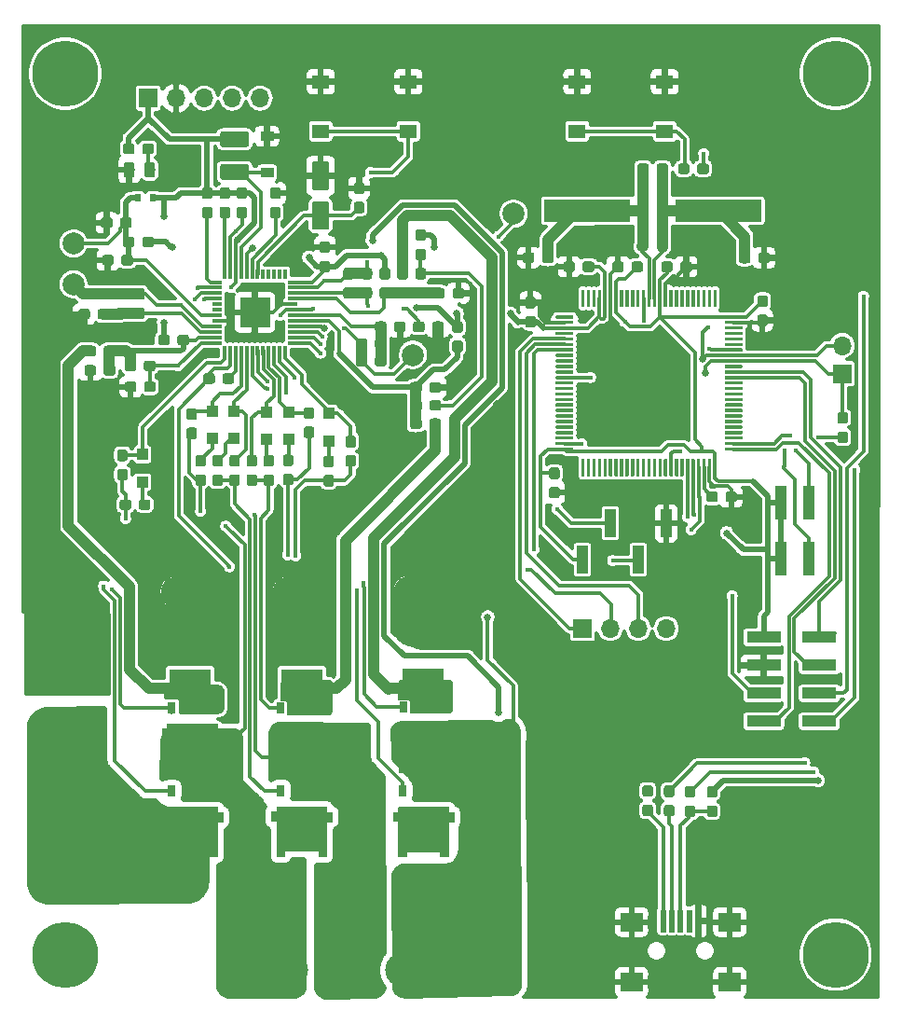
<source format=gbr>
G04 #@! TF.GenerationSoftware,KiCad,Pcbnew,(5.1.2)-2*
G04 #@! TF.CreationDate,2019-09-08T17:56:46+02:00*
G04 #@! TF.ProjectId,BLDC_driver_v1,424c4443-5f64-4726-9976-65725f76312e,rev?*
G04 #@! TF.SameCoordinates,Original*
G04 #@! TF.FileFunction,Copper,L1,Top*
G04 #@! TF.FilePolarity,Positive*
%FSLAX46Y46*%
G04 Gerber Fmt 4.6, Leading zero omitted, Abs format (unit mm)*
G04 Created by KiCad (PCBNEW (5.1.2)-2) date 2019-09-08 17:56:46*
%MOMM*%
%LPD*%
G04 APERTURE LIST*
%ADD10R,3.800000X2.600000*%
%ADD11C,0.400000*%
%ADD12C,5.000000*%
%ADD13C,3.000000*%
%ADD14R,2.700000X2.700000*%
%ADD15R,0.850000X0.300000*%
%ADD16R,0.300000X0.850000*%
%ADD17C,1.000000*%
%ADD18C,0.100000*%
%ADD19R,0.750000X1.000000*%
%ADD20R,7.875000X2.000000*%
%ADD21O,1.700000X1.700000*%
%ADD22R,1.700000X1.700000*%
%ADD23R,1.200000X0.900000*%
%ADD24R,0.600000X0.700000*%
%ADD25C,0.950000*%
%ADD26R,1.550000X1.300000*%
%ADD27C,1.600000*%
%ADD28C,0.975000*%
%ADD29R,1.000000X1.000000*%
%ADD30R,1.000000X2.510000*%
%ADD31R,3.150000X1.000000*%
%ADD32R,2.000000X1.700000*%
%ADD33R,0.500000X2.000000*%
%ADD34C,1.425000*%
%ADD35C,2.000000*%
%ADD36C,0.300000*%
%ADD37R,1.000000X3.150000*%
%ADD38C,6.000000*%
%ADD39C,0.450000*%
%ADD40C,1.400000*%
%ADD41C,0.650000*%
%ADD42C,1.000000*%
%ADD43C,0.500000*%
%ADD44C,0.300000*%
%ADD45C,4.200000*%
%ADD46C,0.254000*%
%ADD47C,0.025400*%
G04 APERTURE END LIST*
D10*
X87500000Y-95312500D03*
X87500000Y-100312500D03*
X76500000Y-95362500D03*
X76500000Y-100362500D03*
X66350000Y-95362500D03*
X66350000Y-100362500D03*
D11*
X54934000Y-106983000D03*
X57093000Y-97077000D03*
X55950000Y-99744000D03*
X54934000Y-96950000D03*
D12*
X55950000Y-98220000D03*
X55950000Y-105840000D03*
D13*
X53460000Y-99460000D03*
X53450000Y-104540000D03*
D11*
X55950000Y-96696000D03*
X54426000Y-98220000D03*
X57093000Y-106983000D03*
X54934000Y-99363000D03*
X57093000Y-99363000D03*
X57601000Y-105840000D03*
X57601000Y-98220000D03*
X54426000Y-105840000D03*
X55950000Y-104316000D03*
X57093000Y-104697000D03*
X55950000Y-107364000D03*
X54934000Y-104570000D03*
D13*
X85580000Y-126413000D03*
X80580000Y-126413000D03*
X75580000Y-126413000D03*
D12*
X88230000Y-124050000D03*
X80610000Y-124050000D03*
X72990000Y-124050000D03*
D11*
X71466000Y-124050000D03*
X72990000Y-122526000D03*
X74514000Y-124050000D03*
X72990000Y-125574000D03*
X74133000Y-125066000D03*
X71720000Y-125066000D03*
X71847000Y-122907000D03*
X74133000Y-122907000D03*
X81753000Y-122907000D03*
X81753000Y-125066000D03*
X79340000Y-125066000D03*
X82134000Y-124050000D03*
X79467000Y-122907000D03*
X79086000Y-124050000D03*
X80610000Y-125574000D03*
X89373000Y-122907000D03*
X89373000Y-125066000D03*
X86960000Y-125066000D03*
X89754000Y-124050000D03*
X87087000Y-122907000D03*
X86706000Y-124050000D03*
X88230000Y-125574000D03*
X80610000Y-122399000D03*
X88230000Y-122399000D03*
D14*
X72237600Y-66700400D03*
D15*
X75687600Y-63950400D03*
X75687600Y-64450400D03*
X75687600Y-64950400D03*
X75687600Y-65450400D03*
X75687600Y-65950400D03*
X75687600Y-66450400D03*
X75687600Y-66950400D03*
X75687600Y-67450400D03*
X75687600Y-67950400D03*
X75687600Y-68450400D03*
X75687600Y-68950400D03*
X75687600Y-69450400D03*
D16*
X74987600Y-70150400D03*
X74487600Y-70150400D03*
X73987600Y-70150400D03*
X73487600Y-70150400D03*
X72987600Y-70150400D03*
X72487600Y-70150400D03*
X71987600Y-70150400D03*
X71487600Y-70150400D03*
X70987600Y-70150400D03*
X70487600Y-70150400D03*
X69987600Y-70150400D03*
X69487600Y-70150400D03*
D15*
X68787600Y-69450400D03*
X68787600Y-68950400D03*
X68787600Y-68450400D03*
X68787600Y-67950400D03*
X68787600Y-67450400D03*
X68787600Y-66950400D03*
X68787600Y-66450400D03*
X68787600Y-65950400D03*
X68787600Y-65450400D03*
X68787600Y-64950400D03*
X68787600Y-64450400D03*
X68787600Y-63950400D03*
D16*
X69487600Y-63250400D03*
X69987600Y-63250400D03*
X70487600Y-63250400D03*
X70987600Y-63250400D03*
X71487600Y-63250400D03*
X71987600Y-63250400D03*
X72487600Y-63250400D03*
X72987600Y-63250400D03*
X73487600Y-63250400D03*
X73987600Y-63250400D03*
X74487600Y-63250400D03*
X74987600Y-63250400D03*
D17*
X87850000Y-107260000D03*
D18*
G36*
X89131049Y-108520808D02*
G01*
X89129173Y-108520239D01*
X89127444Y-108519315D01*
X89125929Y-108518071D01*
X89124685Y-108516556D01*
X89123761Y-108514827D01*
X89123192Y-108512951D01*
X89123000Y-108511000D01*
X89123000Y-108041000D01*
X86113000Y-108041000D01*
X86113000Y-108511000D01*
X86112808Y-108512951D01*
X86112239Y-108514827D01*
X86111315Y-108516556D01*
X86110071Y-108518071D01*
X86108556Y-108519315D01*
X86106827Y-108520239D01*
X86104951Y-108520808D01*
X86103000Y-108521000D01*
X85333000Y-108521000D01*
X85331049Y-108520808D01*
X85329173Y-108520239D01*
X85327444Y-108519315D01*
X85325929Y-108518071D01*
X85324685Y-108516556D01*
X85323761Y-108514827D01*
X85323192Y-108512951D01*
X85323000Y-108511000D01*
X85323000Y-105321000D01*
X84839000Y-105321000D01*
X84837049Y-105320808D01*
X84835173Y-105320239D01*
X84833444Y-105319315D01*
X84831929Y-105318071D01*
X84830685Y-105316556D01*
X84829761Y-105314827D01*
X84829192Y-105312951D01*
X84829000Y-105311000D01*
X84829000Y-104406000D01*
X84829192Y-104404049D01*
X84829761Y-104402173D01*
X84830685Y-104400444D01*
X84831929Y-104398929D01*
X84833444Y-104397685D01*
X84835173Y-104396761D01*
X84837049Y-104396192D01*
X84839000Y-104396000D01*
X85323000Y-104396000D01*
X85323000Y-103981000D01*
X85323192Y-103979049D01*
X85323761Y-103977173D01*
X85324685Y-103975444D01*
X85325929Y-103973929D01*
X85327444Y-103972685D01*
X85329173Y-103971761D01*
X85331049Y-103971192D01*
X85333000Y-103971000D01*
X89933000Y-103971000D01*
X89934951Y-103971192D01*
X89936827Y-103971761D01*
X89938556Y-103972685D01*
X89940071Y-103973929D01*
X89941315Y-103975444D01*
X89942239Y-103977173D01*
X89942808Y-103979049D01*
X89943000Y-103981000D01*
X89943000Y-104421000D01*
X90427000Y-104421000D01*
X90428951Y-104421192D01*
X90430827Y-104421761D01*
X90432556Y-104422685D01*
X90434071Y-104423929D01*
X90435315Y-104425444D01*
X90436239Y-104427173D01*
X90436808Y-104429049D01*
X90437000Y-104431000D01*
X90437000Y-105336000D01*
X90436808Y-105337951D01*
X90436239Y-105339827D01*
X90435315Y-105341556D01*
X90434071Y-105343071D01*
X90432556Y-105344315D01*
X90430827Y-105345239D01*
X90428951Y-105345808D01*
X90427000Y-105346000D01*
X89943000Y-105346000D01*
X89943000Y-108511000D01*
X89942808Y-108512951D01*
X89942239Y-108514827D01*
X89941315Y-108516556D01*
X89940071Y-108518071D01*
X89938556Y-108519315D01*
X89936827Y-108520239D01*
X89934951Y-108520808D01*
X89933000Y-108521000D01*
X89133000Y-108521000D01*
X89131049Y-108520808D01*
X89131049Y-108520808D01*
G37*
D19*
X85728000Y-102508000D03*
X86998000Y-102508000D03*
X88268000Y-102508000D03*
X89538000Y-102508000D03*
D17*
X87800000Y-114900000D03*
D18*
G36*
X89081049Y-116160808D02*
G01*
X89079173Y-116160239D01*
X89077444Y-116159315D01*
X89075929Y-116158071D01*
X89074685Y-116156556D01*
X89073761Y-116154827D01*
X89073192Y-116152951D01*
X89073000Y-116151000D01*
X89073000Y-115681000D01*
X86063000Y-115681000D01*
X86063000Y-116151000D01*
X86062808Y-116152951D01*
X86062239Y-116154827D01*
X86061315Y-116156556D01*
X86060071Y-116158071D01*
X86058556Y-116159315D01*
X86056827Y-116160239D01*
X86054951Y-116160808D01*
X86053000Y-116161000D01*
X85283000Y-116161000D01*
X85281049Y-116160808D01*
X85279173Y-116160239D01*
X85277444Y-116159315D01*
X85275929Y-116158071D01*
X85274685Y-116156556D01*
X85273761Y-116154827D01*
X85273192Y-116152951D01*
X85273000Y-116151000D01*
X85273000Y-112961000D01*
X84789000Y-112961000D01*
X84787049Y-112960808D01*
X84785173Y-112960239D01*
X84783444Y-112959315D01*
X84781929Y-112958071D01*
X84780685Y-112956556D01*
X84779761Y-112954827D01*
X84779192Y-112952951D01*
X84779000Y-112951000D01*
X84779000Y-112046000D01*
X84779192Y-112044049D01*
X84779761Y-112042173D01*
X84780685Y-112040444D01*
X84781929Y-112038929D01*
X84783444Y-112037685D01*
X84785173Y-112036761D01*
X84787049Y-112036192D01*
X84789000Y-112036000D01*
X85273000Y-112036000D01*
X85273000Y-111621000D01*
X85273192Y-111619049D01*
X85273761Y-111617173D01*
X85274685Y-111615444D01*
X85275929Y-111613929D01*
X85277444Y-111612685D01*
X85279173Y-111611761D01*
X85281049Y-111611192D01*
X85283000Y-111611000D01*
X89883000Y-111611000D01*
X89884951Y-111611192D01*
X89886827Y-111611761D01*
X89888556Y-111612685D01*
X89890071Y-111613929D01*
X89891315Y-111615444D01*
X89892239Y-111617173D01*
X89892808Y-111619049D01*
X89893000Y-111621000D01*
X89893000Y-112061000D01*
X90377000Y-112061000D01*
X90378951Y-112061192D01*
X90380827Y-112061761D01*
X90382556Y-112062685D01*
X90384071Y-112063929D01*
X90385315Y-112065444D01*
X90386239Y-112067173D01*
X90386808Y-112069049D01*
X90387000Y-112071000D01*
X90387000Y-112976000D01*
X90386808Y-112977951D01*
X90386239Y-112979827D01*
X90385315Y-112981556D01*
X90384071Y-112983071D01*
X90382556Y-112984315D01*
X90380827Y-112985239D01*
X90378951Y-112985808D01*
X90377000Y-112986000D01*
X89893000Y-112986000D01*
X89893000Y-116151000D01*
X89892808Y-116152951D01*
X89892239Y-116154827D01*
X89891315Y-116156556D01*
X89890071Y-116158071D01*
X89888556Y-116159315D01*
X89886827Y-116160239D01*
X89884951Y-116160808D01*
X89883000Y-116161000D01*
X89083000Y-116161000D01*
X89081049Y-116160808D01*
X89081049Y-116160808D01*
G37*
D19*
X85678000Y-110148000D03*
X86948000Y-110148000D03*
X88218000Y-110148000D03*
X89488000Y-110148000D03*
D17*
X76700000Y-107360000D03*
D18*
G36*
X77981049Y-108620808D02*
G01*
X77979173Y-108620239D01*
X77977444Y-108619315D01*
X77975929Y-108618071D01*
X77974685Y-108616556D01*
X77973761Y-108614827D01*
X77973192Y-108612951D01*
X77973000Y-108611000D01*
X77973000Y-108141000D01*
X74963000Y-108141000D01*
X74963000Y-108611000D01*
X74962808Y-108612951D01*
X74962239Y-108614827D01*
X74961315Y-108616556D01*
X74960071Y-108618071D01*
X74958556Y-108619315D01*
X74956827Y-108620239D01*
X74954951Y-108620808D01*
X74953000Y-108621000D01*
X74183000Y-108621000D01*
X74181049Y-108620808D01*
X74179173Y-108620239D01*
X74177444Y-108619315D01*
X74175929Y-108618071D01*
X74174685Y-108616556D01*
X74173761Y-108614827D01*
X74173192Y-108612951D01*
X74173000Y-108611000D01*
X74173000Y-105421000D01*
X73689000Y-105421000D01*
X73687049Y-105420808D01*
X73685173Y-105420239D01*
X73683444Y-105419315D01*
X73681929Y-105418071D01*
X73680685Y-105416556D01*
X73679761Y-105414827D01*
X73679192Y-105412951D01*
X73679000Y-105411000D01*
X73679000Y-104506000D01*
X73679192Y-104504049D01*
X73679761Y-104502173D01*
X73680685Y-104500444D01*
X73681929Y-104498929D01*
X73683444Y-104497685D01*
X73685173Y-104496761D01*
X73687049Y-104496192D01*
X73689000Y-104496000D01*
X74173000Y-104496000D01*
X74173000Y-104081000D01*
X74173192Y-104079049D01*
X74173761Y-104077173D01*
X74174685Y-104075444D01*
X74175929Y-104073929D01*
X74177444Y-104072685D01*
X74179173Y-104071761D01*
X74181049Y-104071192D01*
X74183000Y-104071000D01*
X78783000Y-104071000D01*
X78784951Y-104071192D01*
X78786827Y-104071761D01*
X78788556Y-104072685D01*
X78790071Y-104073929D01*
X78791315Y-104075444D01*
X78792239Y-104077173D01*
X78792808Y-104079049D01*
X78793000Y-104081000D01*
X78793000Y-104521000D01*
X79277000Y-104521000D01*
X79278951Y-104521192D01*
X79280827Y-104521761D01*
X79282556Y-104522685D01*
X79284071Y-104523929D01*
X79285315Y-104525444D01*
X79286239Y-104527173D01*
X79286808Y-104529049D01*
X79287000Y-104531000D01*
X79287000Y-105436000D01*
X79286808Y-105437951D01*
X79286239Y-105439827D01*
X79285315Y-105441556D01*
X79284071Y-105443071D01*
X79282556Y-105444315D01*
X79280827Y-105445239D01*
X79278951Y-105445808D01*
X79277000Y-105446000D01*
X78793000Y-105446000D01*
X78793000Y-108611000D01*
X78792808Y-108612951D01*
X78792239Y-108614827D01*
X78791315Y-108616556D01*
X78790071Y-108618071D01*
X78788556Y-108619315D01*
X78786827Y-108620239D01*
X78784951Y-108620808D01*
X78783000Y-108621000D01*
X77983000Y-108621000D01*
X77981049Y-108620808D01*
X77981049Y-108620808D01*
G37*
D19*
X74578000Y-102608000D03*
X75848000Y-102608000D03*
X77118000Y-102608000D03*
X78388000Y-102608000D03*
D17*
X76725000Y-114885000D03*
D18*
G36*
X78006049Y-116145808D02*
G01*
X78004173Y-116145239D01*
X78002444Y-116144315D01*
X78000929Y-116143071D01*
X77999685Y-116141556D01*
X77998761Y-116139827D01*
X77998192Y-116137951D01*
X77998000Y-116136000D01*
X77998000Y-115666000D01*
X74988000Y-115666000D01*
X74988000Y-116136000D01*
X74987808Y-116137951D01*
X74987239Y-116139827D01*
X74986315Y-116141556D01*
X74985071Y-116143071D01*
X74983556Y-116144315D01*
X74981827Y-116145239D01*
X74979951Y-116145808D01*
X74978000Y-116146000D01*
X74208000Y-116146000D01*
X74206049Y-116145808D01*
X74204173Y-116145239D01*
X74202444Y-116144315D01*
X74200929Y-116143071D01*
X74199685Y-116141556D01*
X74198761Y-116139827D01*
X74198192Y-116137951D01*
X74198000Y-116136000D01*
X74198000Y-112946000D01*
X73714000Y-112946000D01*
X73712049Y-112945808D01*
X73710173Y-112945239D01*
X73708444Y-112944315D01*
X73706929Y-112943071D01*
X73705685Y-112941556D01*
X73704761Y-112939827D01*
X73704192Y-112937951D01*
X73704000Y-112936000D01*
X73704000Y-112031000D01*
X73704192Y-112029049D01*
X73704761Y-112027173D01*
X73705685Y-112025444D01*
X73706929Y-112023929D01*
X73708444Y-112022685D01*
X73710173Y-112021761D01*
X73712049Y-112021192D01*
X73714000Y-112021000D01*
X74198000Y-112021000D01*
X74198000Y-111606000D01*
X74198192Y-111604049D01*
X74198761Y-111602173D01*
X74199685Y-111600444D01*
X74200929Y-111598929D01*
X74202444Y-111597685D01*
X74204173Y-111596761D01*
X74206049Y-111596192D01*
X74208000Y-111596000D01*
X78808000Y-111596000D01*
X78809951Y-111596192D01*
X78811827Y-111596761D01*
X78813556Y-111597685D01*
X78815071Y-111598929D01*
X78816315Y-111600444D01*
X78817239Y-111602173D01*
X78817808Y-111604049D01*
X78818000Y-111606000D01*
X78818000Y-112046000D01*
X79302000Y-112046000D01*
X79303951Y-112046192D01*
X79305827Y-112046761D01*
X79307556Y-112047685D01*
X79309071Y-112048929D01*
X79310315Y-112050444D01*
X79311239Y-112052173D01*
X79311808Y-112054049D01*
X79312000Y-112056000D01*
X79312000Y-112961000D01*
X79311808Y-112962951D01*
X79311239Y-112964827D01*
X79310315Y-112966556D01*
X79309071Y-112968071D01*
X79307556Y-112969315D01*
X79305827Y-112970239D01*
X79303951Y-112970808D01*
X79302000Y-112971000D01*
X78818000Y-112971000D01*
X78818000Y-116136000D01*
X78817808Y-116137951D01*
X78817239Y-116139827D01*
X78816315Y-116141556D01*
X78815071Y-116143071D01*
X78813556Y-116144315D01*
X78811827Y-116145239D01*
X78809951Y-116145808D01*
X78808000Y-116146000D01*
X78008000Y-116146000D01*
X78006049Y-116145808D01*
X78006049Y-116145808D01*
G37*
D19*
X74603000Y-110133000D03*
X75873000Y-110133000D03*
X77143000Y-110133000D03*
X78413000Y-110133000D03*
D17*
X66800000Y-107360000D03*
D18*
G36*
X68081049Y-108620808D02*
G01*
X68079173Y-108620239D01*
X68077444Y-108619315D01*
X68075929Y-108618071D01*
X68074685Y-108616556D01*
X68073761Y-108614827D01*
X68073192Y-108612951D01*
X68073000Y-108611000D01*
X68073000Y-108141000D01*
X65063000Y-108141000D01*
X65063000Y-108611000D01*
X65062808Y-108612951D01*
X65062239Y-108614827D01*
X65061315Y-108616556D01*
X65060071Y-108618071D01*
X65058556Y-108619315D01*
X65056827Y-108620239D01*
X65054951Y-108620808D01*
X65053000Y-108621000D01*
X64283000Y-108621000D01*
X64281049Y-108620808D01*
X64279173Y-108620239D01*
X64277444Y-108619315D01*
X64275929Y-108618071D01*
X64274685Y-108616556D01*
X64273761Y-108614827D01*
X64273192Y-108612951D01*
X64273000Y-108611000D01*
X64273000Y-105421000D01*
X63789000Y-105421000D01*
X63787049Y-105420808D01*
X63785173Y-105420239D01*
X63783444Y-105419315D01*
X63781929Y-105418071D01*
X63780685Y-105416556D01*
X63779761Y-105414827D01*
X63779192Y-105412951D01*
X63779000Y-105411000D01*
X63779000Y-104506000D01*
X63779192Y-104504049D01*
X63779761Y-104502173D01*
X63780685Y-104500444D01*
X63781929Y-104498929D01*
X63783444Y-104497685D01*
X63785173Y-104496761D01*
X63787049Y-104496192D01*
X63789000Y-104496000D01*
X64273000Y-104496000D01*
X64273000Y-104081000D01*
X64273192Y-104079049D01*
X64273761Y-104077173D01*
X64274685Y-104075444D01*
X64275929Y-104073929D01*
X64277444Y-104072685D01*
X64279173Y-104071761D01*
X64281049Y-104071192D01*
X64283000Y-104071000D01*
X68883000Y-104071000D01*
X68884951Y-104071192D01*
X68886827Y-104071761D01*
X68888556Y-104072685D01*
X68890071Y-104073929D01*
X68891315Y-104075444D01*
X68892239Y-104077173D01*
X68892808Y-104079049D01*
X68893000Y-104081000D01*
X68893000Y-104521000D01*
X69377000Y-104521000D01*
X69378951Y-104521192D01*
X69380827Y-104521761D01*
X69382556Y-104522685D01*
X69384071Y-104523929D01*
X69385315Y-104525444D01*
X69386239Y-104527173D01*
X69386808Y-104529049D01*
X69387000Y-104531000D01*
X69387000Y-105436000D01*
X69386808Y-105437951D01*
X69386239Y-105439827D01*
X69385315Y-105441556D01*
X69384071Y-105443071D01*
X69382556Y-105444315D01*
X69380827Y-105445239D01*
X69378951Y-105445808D01*
X69377000Y-105446000D01*
X68893000Y-105446000D01*
X68893000Y-108611000D01*
X68892808Y-108612951D01*
X68892239Y-108614827D01*
X68891315Y-108616556D01*
X68890071Y-108618071D01*
X68888556Y-108619315D01*
X68886827Y-108620239D01*
X68884951Y-108620808D01*
X68883000Y-108621000D01*
X68083000Y-108621000D01*
X68081049Y-108620808D01*
X68081049Y-108620808D01*
G37*
D19*
X64678000Y-102608000D03*
X65948000Y-102608000D03*
X67218000Y-102608000D03*
X68488000Y-102608000D03*
D17*
X66800000Y-114900000D03*
D18*
G36*
X68081049Y-116160808D02*
G01*
X68079173Y-116160239D01*
X68077444Y-116159315D01*
X68075929Y-116158071D01*
X68074685Y-116156556D01*
X68073761Y-116154827D01*
X68073192Y-116152951D01*
X68073000Y-116151000D01*
X68073000Y-115681000D01*
X65063000Y-115681000D01*
X65063000Y-116151000D01*
X65062808Y-116152951D01*
X65062239Y-116154827D01*
X65061315Y-116156556D01*
X65060071Y-116158071D01*
X65058556Y-116159315D01*
X65056827Y-116160239D01*
X65054951Y-116160808D01*
X65053000Y-116161000D01*
X64283000Y-116161000D01*
X64281049Y-116160808D01*
X64279173Y-116160239D01*
X64277444Y-116159315D01*
X64275929Y-116158071D01*
X64274685Y-116156556D01*
X64273761Y-116154827D01*
X64273192Y-116152951D01*
X64273000Y-116151000D01*
X64273000Y-112961000D01*
X63789000Y-112961000D01*
X63787049Y-112960808D01*
X63785173Y-112960239D01*
X63783444Y-112959315D01*
X63781929Y-112958071D01*
X63780685Y-112956556D01*
X63779761Y-112954827D01*
X63779192Y-112952951D01*
X63779000Y-112951000D01*
X63779000Y-112046000D01*
X63779192Y-112044049D01*
X63779761Y-112042173D01*
X63780685Y-112040444D01*
X63781929Y-112038929D01*
X63783444Y-112037685D01*
X63785173Y-112036761D01*
X63787049Y-112036192D01*
X63789000Y-112036000D01*
X64273000Y-112036000D01*
X64273000Y-111621000D01*
X64273192Y-111619049D01*
X64273761Y-111617173D01*
X64274685Y-111615444D01*
X64275929Y-111613929D01*
X64277444Y-111612685D01*
X64279173Y-111611761D01*
X64281049Y-111611192D01*
X64283000Y-111611000D01*
X68883000Y-111611000D01*
X68884951Y-111611192D01*
X68886827Y-111611761D01*
X68888556Y-111612685D01*
X68890071Y-111613929D01*
X68891315Y-111615444D01*
X68892239Y-111617173D01*
X68892808Y-111619049D01*
X68893000Y-111621000D01*
X68893000Y-112061000D01*
X69377000Y-112061000D01*
X69378951Y-112061192D01*
X69380827Y-112061761D01*
X69382556Y-112062685D01*
X69384071Y-112063929D01*
X69385315Y-112065444D01*
X69386239Y-112067173D01*
X69386808Y-112069049D01*
X69387000Y-112071000D01*
X69387000Y-112976000D01*
X69386808Y-112977951D01*
X69386239Y-112979827D01*
X69385315Y-112981556D01*
X69384071Y-112983071D01*
X69382556Y-112984315D01*
X69380827Y-112985239D01*
X69378951Y-112985808D01*
X69377000Y-112986000D01*
X68893000Y-112986000D01*
X68893000Y-116151000D01*
X68892808Y-116152951D01*
X68892239Y-116154827D01*
X68891315Y-116156556D01*
X68890071Y-116158071D01*
X68888556Y-116159315D01*
X68886827Y-116160239D01*
X68884951Y-116160808D01*
X68883000Y-116161000D01*
X68083000Y-116161000D01*
X68081049Y-116160808D01*
X68081049Y-116160808D01*
G37*
D19*
X64678000Y-110148000D03*
X65948000Y-110148000D03*
X67218000Y-110148000D03*
X68488000Y-110148000D03*
D20*
X102457000Y-57467500D03*
X114332000Y-57467500D03*
D21*
X109620000Y-95400000D03*
X107080000Y-95400000D03*
X104540000Y-95400000D03*
D22*
X102000000Y-95400000D03*
D17*
X92525000Y-110300000D03*
X81500000Y-110350000D03*
X70675000Y-110375000D03*
D23*
X73350000Y-50700000D03*
X73350000Y-54000000D03*
D24*
X63000000Y-56300000D03*
X61600000Y-56300000D03*
D18*
G36*
X97416279Y-61248144D02*
G01*
X97439334Y-61251563D01*
X97461943Y-61257227D01*
X97483887Y-61265079D01*
X97504957Y-61275044D01*
X97524948Y-61287026D01*
X97543668Y-61300910D01*
X97560938Y-61316562D01*
X97576590Y-61333832D01*
X97590474Y-61352552D01*
X97602456Y-61372543D01*
X97612421Y-61393613D01*
X97620273Y-61415557D01*
X97625937Y-61438166D01*
X97629356Y-61461221D01*
X97630500Y-61484500D01*
X97630500Y-61959500D01*
X97629356Y-61982779D01*
X97625937Y-62005834D01*
X97620273Y-62028443D01*
X97612421Y-62050387D01*
X97602456Y-62071457D01*
X97590474Y-62091448D01*
X97576590Y-62110168D01*
X97560938Y-62127438D01*
X97543668Y-62143090D01*
X97524948Y-62156974D01*
X97504957Y-62168956D01*
X97483887Y-62178921D01*
X97461943Y-62186773D01*
X97439334Y-62192437D01*
X97416279Y-62195856D01*
X97393000Y-62197000D01*
X96818000Y-62197000D01*
X96794721Y-62195856D01*
X96771666Y-62192437D01*
X96749057Y-62186773D01*
X96727113Y-62178921D01*
X96706043Y-62168956D01*
X96686052Y-62156974D01*
X96667332Y-62143090D01*
X96650062Y-62127438D01*
X96634410Y-62110168D01*
X96620526Y-62091448D01*
X96608544Y-62071457D01*
X96598579Y-62050387D01*
X96590727Y-62028443D01*
X96585063Y-62005834D01*
X96581644Y-61982779D01*
X96580500Y-61959500D01*
X96580500Y-61484500D01*
X96581644Y-61461221D01*
X96585063Y-61438166D01*
X96590727Y-61415557D01*
X96598579Y-61393613D01*
X96608544Y-61372543D01*
X96620526Y-61352552D01*
X96634410Y-61333832D01*
X96650062Y-61316562D01*
X96667332Y-61300910D01*
X96686052Y-61287026D01*
X96706043Y-61275044D01*
X96727113Y-61265079D01*
X96749057Y-61257227D01*
X96771666Y-61251563D01*
X96794721Y-61248144D01*
X96818000Y-61247000D01*
X97393000Y-61247000D01*
X97416279Y-61248144D01*
X97416279Y-61248144D01*
G37*
D25*
X97105500Y-61722000D03*
D18*
G36*
X99166279Y-61248144D02*
G01*
X99189334Y-61251563D01*
X99211943Y-61257227D01*
X99233887Y-61265079D01*
X99254957Y-61275044D01*
X99274948Y-61287026D01*
X99293668Y-61300910D01*
X99310938Y-61316562D01*
X99326590Y-61333832D01*
X99340474Y-61352552D01*
X99352456Y-61372543D01*
X99362421Y-61393613D01*
X99370273Y-61415557D01*
X99375937Y-61438166D01*
X99379356Y-61461221D01*
X99380500Y-61484500D01*
X99380500Y-61959500D01*
X99379356Y-61982779D01*
X99375937Y-62005834D01*
X99370273Y-62028443D01*
X99362421Y-62050387D01*
X99352456Y-62071457D01*
X99340474Y-62091448D01*
X99326590Y-62110168D01*
X99310938Y-62127438D01*
X99293668Y-62143090D01*
X99274948Y-62156974D01*
X99254957Y-62168956D01*
X99233887Y-62178921D01*
X99211943Y-62186773D01*
X99189334Y-62192437D01*
X99166279Y-62195856D01*
X99143000Y-62197000D01*
X98568000Y-62197000D01*
X98544721Y-62195856D01*
X98521666Y-62192437D01*
X98499057Y-62186773D01*
X98477113Y-62178921D01*
X98456043Y-62168956D01*
X98436052Y-62156974D01*
X98417332Y-62143090D01*
X98400062Y-62127438D01*
X98384410Y-62110168D01*
X98370526Y-62091448D01*
X98358544Y-62071457D01*
X98348579Y-62050387D01*
X98340727Y-62028443D01*
X98335063Y-62005834D01*
X98331644Y-61982779D01*
X98330500Y-61959500D01*
X98330500Y-61484500D01*
X98331644Y-61461221D01*
X98335063Y-61438166D01*
X98340727Y-61415557D01*
X98348579Y-61393613D01*
X98358544Y-61372543D01*
X98370526Y-61352552D01*
X98384410Y-61333832D01*
X98400062Y-61316562D01*
X98417332Y-61300910D01*
X98436052Y-61287026D01*
X98456043Y-61275044D01*
X98477113Y-61265079D01*
X98499057Y-61257227D01*
X98521666Y-61251563D01*
X98544721Y-61248144D01*
X98568000Y-61247000D01*
X99143000Y-61247000D01*
X99166279Y-61248144D01*
X99166279Y-61248144D01*
G37*
D25*
X98855500Y-61722000D03*
D18*
G36*
X118810779Y-61276144D02*
G01*
X118833834Y-61279563D01*
X118856443Y-61285227D01*
X118878387Y-61293079D01*
X118899457Y-61303044D01*
X118919448Y-61315026D01*
X118938168Y-61328910D01*
X118955438Y-61344562D01*
X118971090Y-61361832D01*
X118984974Y-61380552D01*
X118996956Y-61400543D01*
X119006921Y-61421613D01*
X119014773Y-61443557D01*
X119020437Y-61466166D01*
X119023856Y-61489221D01*
X119025000Y-61512500D01*
X119025000Y-61987500D01*
X119023856Y-62010779D01*
X119020437Y-62033834D01*
X119014773Y-62056443D01*
X119006921Y-62078387D01*
X118996956Y-62099457D01*
X118984974Y-62119448D01*
X118971090Y-62138168D01*
X118955438Y-62155438D01*
X118938168Y-62171090D01*
X118919448Y-62184974D01*
X118899457Y-62196956D01*
X118878387Y-62206921D01*
X118856443Y-62214773D01*
X118833834Y-62220437D01*
X118810779Y-62223856D01*
X118787500Y-62225000D01*
X118212500Y-62225000D01*
X118189221Y-62223856D01*
X118166166Y-62220437D01*
X118143557Y-62214773D01*
X118121613Y-62206921D01*
X118100543Y-62196956D01*
X118080552Y-62184974D01*
X118061832Y-62171090D01*
X118044562Y-62155438D01*
X118028910Y-62138168D01*
X118015026Y-62119448D01*
X118003044Y-62099457D01*
X117993079Y-62078387D01*
X117985227Y-62056443D01*
X117979563Y-62033834D01*
X117976144Y-62010779D01*
X117975000Y-61987500D01*
X117975000Y-61512500D01*
X117976144Y-61489221D01*
X117979563Y-61466166D01*
X117985227Y-61443557D01*
X117993079Y-61421613D01*
X118003044Y-61400543D01*
X118015026Y-61380552D01*
X118028910Y-61361832D01*
X118044562Y-61344562D01*
X118061832Y-61328910D01*
X118080552Y-61315026D01*
X118100543Y-61303044D01*
X118121613Y-61293079D01*
X118143557Y-61285227D01*
X118166166Y-61279563D01*
X118189221Y-61276144D01*
X118212500Y-61275000D01*
X118787500Y-61275000D01*
X118810779Y-61276144D01*
X118810779Y-61276144D01*
G37*
D25*
X118500000Y-61750000D03*
D18*
G36*
X117060779Y-61276144D02*
G01*
X117083834Y-61279563D01*
X117106443Y-61285227D01*
X117128387Y-61293079D01*
X117149457Y-61303044D01*
X117169448Y-61315026D01*
X117188168Y-61328910D01*
X117205438Y-61344562D01*
X117221090Y-61361832D01*
X117234974Y-61380552D01*
X117246956Y-61400543D01*
X117256921Y-61421613D01*
X117264773Y-61443557D01*
X117270437Y-61466166D01*
X117273856Y-61489221D01*
X117275000Y-61512500D01*
X117275000Y-61987500D01*
X117273856Y-62010779D01*
X117270437Y-62033834D01*
X117264773Y-62056443D01*
X117256921Y-62078387D01*
X117246956Y-62099457D01*
X117234974Y-62119448D01*
X117221090Y-62138168D01*
X117205438Y-62155438D01*
X117188168Y-62171090D01*
X117169448Y-62184974D01*
X117149457Y-62196956D01*
X117128387Y-62206921D01*
X117106443Y-62214773D01*
X117083834Y-62220437D01*
X117060779Y-62223856D01*
X117037500Y-62225000D01*
X116462500Y-62225000D01*
X116439221Y-62223856D01*
X116416166Y-62220437D01*
X116393557Y-62214773D01*
X116371613Y-62206921D01*
X116350543Y-62196956D01*
X116330552Y-62184974D01*
X116311832Y-62171090D01*
X116294562Y-62155438D01*
X116278910Y-62138168D01*
X116265026Y-62119448D01*
X116253044Y-62099457D01*
X116243079Y-62078387D01*
X116235227Y-62056443D01*
X116229563Y-62033834D01*
X116226144Y-62010779D01*
X116225000Y-61987500D01*
X116225000Y-61512500D01*
X116226144Y-61489221D01*
X116229563Y-61466166D01*
X116235227Y-61443557D01*
X116243079Y-61421613D01*
X116253044Y-61400543D01*
X116265026Y-61380552D01*
X116278910Y-61361832D01*
X116294562Y-61344562D01*
X116311832Y-61328910D01*
X116330552Y-61315026D01*
X116350543Y-61303044D01*
X116371613Y-61293079D01*
X116393557Y-61285227D01*
X116416166Y-61279563D01*
X116439221Y-61276144D01*
X116462500Y-61275000D01*
X117037500Y-61275000D01*
X117060779Y-61276144D01*
X117060779Y-61276144D01*
G37*
D25*
X116750000Y-61750000D03*
D26*
X101525000Y-50250000D03*
X101525000Y-45750000D03*
X109475000Y-45750000D03*
X109475000Y-50250000D03*
D18*
G36*
X78774504Y-56601204D02*
G01*
X78798773Y-56604804D01*
X78822571Y-56610765D01*
X78845671Y-56619030D01*
X78867849Y-56629520D01*
X78888893Y-56642133D01*
X78908598Y-56656747D01*
X78926777Y-56673223D01*
X78943253Y-56691402D01*
X78957867Y-56711107D01*
X78970480Y-56732151D01*
X78980970Y-56754329D01*
X78989235Y-56777429D01*
X78995196Y-56801227D01*
X78998796Y-56825496D01*
X79000000Y-56850000D01*
X79000000Y-58950000D01*
X78998796Y-58974504D01*
X78995196Y-58998773D01*
X78989235Y-59022571D01*
X78980970Y-59045671D01*
X78970480Y-59067849D01*
X78957867Y-59088893D01*
X78943253Y-59108598D01*
X78926777Y-59126777D01*
X78908598Y-59143253D01*
X78888893Y-59157867D01*
X78867849Y-59170480D01*
X78845671Y-59180970D01*
X78822571Y-59189235D01*
X78798773Y-59195196D01*
X78774504Y-59198796D01*
X78750000Y-59200000D01*
X77650000Y-59200000D01*
X77625496Y-59198796D01*
X77601227Y-59195196D01*
X77577429Y-59189235D01*
X77554329Y-59180970D01*
X77532151Y-59170480D01*
X77511107Y-59157867D01*
X77491402Y-59143253D01*
X77473223Y-59126777D01*
X77456747Y-59108598D01*
X77442133Y-59088893D01*
X77429520Y-59067849D01*
X77419030Y-59045671D01*
X77410765Y-59022571D01*
X77404804Y-58998773D01*
X77401204Y-58974504D01*
X77400000Y-58950000D01*
X77400000Y-56850000D01*
X77401204Y-56825496D01*
X77404804Y-56801227D01*
X77410765Y-56777429D01*
X77419030Y-56754329D01*
X77429520Y-56732151D01*
X77442133Y-56711107D01*
X77456747Y-56691402D01*
X77473223Y-56673223D01*
X77491402Y-56656747D01*
X77511107Y-56642133D01*
X77532151Y-56629520D01*
X77554329Y-56619030D01*
X77577429Y-56610765D01*
X77601227Y-56604804D01*
X77625496Y-56601204D01*
X77650000Y-56600000D01*
X78750000Y-56600000D01*
X78774504Y-56601204D01*
X78774504Y-56601204D01*
G37*
D27*
X78200000Y-57900000D03*
D18*
G36*
X78774504Y-53001204D02*
G01*
X78798773Y-53004804D01*
X78822571Y-53010765D01*
X78845671Y-53019030D01*
X78867849Y-53029520D01*
X78888893Y-53042133D01*
X78908598Y-53056747D01*
X78926777Y-53073223D01*
X78943253Y-53091402D01*
X78957867Y-53111107D01*
X78970480Y-53132151D01*
X78980970Y-53154329D01*
X78989235Y-53177429D01*
X78995196Y-53201227D01*
X78998796Y-53225496D01*
X79000000Y-53250000D01*
X79000000Y-55350000D01*
X78998796Y-55374504D01*
X78995196Y-55398773D01*
X78989235Y-55422571D01*
X78980970Y-55445671D01*
X78970480Y-55467849D01*
X78957867Y-55488893D01*
X78943253Y-55508598D01*
X78926777Y-55526777D01*
X78908598Y-55543253D01*
X78888893Y-55557867D01*
X78867849Y-55570480D01*
X78845671Y-55580970D01*
X78822571Y-55589235D01*
X78798773Y-55595196D01*
X78774504Y-55598796D01*
X78750000Y-55600000D01*
X77650000Y-55600000D01*
X77625496Y-55598796D01*
X77601227Y-55595196D01*
X77577429Y-55589235D01*
X77554329Y-55580970D01*
X77532151Y-55570480D01*
X77511107Y-55557867D01*
X77491402Y-55543253D01*
X77473223Y-55526777D01*
X77456747Y-55508598D01*
X77442133Y-55488893D01*
X77429520Y-55467849D01*
X77419030Y-55445671D01*
X77410765Y-55422571D01*
X77404804Y-55398773D01*
X77401204Y-55374504D01*
X77400000Y-55350000D01*
X77400000Y-53250000D01*
X77401204Y-53225496D01*
X77404804Y-53201227D01*
X77410765Y-53177429D01*
X77419030Y-53154329D01*
X77429520Y-53132151D01*
X77442133Y-53111107D01*
X77456747Y-53091402D01*
X77473223Y-53073223D01*
X77491402Y-53056747D01*
X77511107Y-53042133D01*
X77532151Y-53029520D01*
X77554329Y-53019030D01*
X77577429Y-53010765D01*
X77601227Y-53004804D01*
X77625496Y-53001204D01*
X77650000Y-53000000D01*
X78750000Y-53000000D01*
X78774504Y-53001204D01*
X78774504Y-53001204D01*
G37*
D27*
X78200000Y-54300000D03*
D18*
G36*
X97535779Y-67026144D02*
G01*
X97558834Y-67029563D01*
X97581443Y-67035227D01*
X97603387Y-67043079D01*
X97624457Y-67053044D01*
X97644448Y-67065026D01*
X97663168Y-67078910D01*
X97680438Y-67094562D01*
X97696090Y-67111832D01*
X97709974Y-67130552D01*
X97721956Y-67150543D01*
X97731921Y-67171613D01*
X97739773Y-67193557D01*
X97745437Y-67216166D01*
X97748856Y-67239221D01*
X97750000Y-67262500D01*
X97750000Y-67837500D01*
X97748856Y-67860779D01*
X97745437Y-67883834D01*
X97739773Y-67906443D01*
X97731921Y-67928387D01*
X97721956Y-67949457D01*
X97709974Y-67969448D01*
X97696090Y-67988168D01*
X97680438Y-68005438D01*
X97663168Y-68021090D01*
X97644448Y-68034974D01*
X97624457Y-68046956D01*
X97603387Y-68056921D01*
X97581443Y-68064773D01*
X97558834Y-68070437D01*
X97535779Y-68073856D01*
X97512500Y-68075000D01*
X97037500Y-68075000D01*
X97014221Y-68073856D01*
X96991166Y-68070437D01*
X96968557Y-68064773D01*
X96946613Y-68056921D01*
X96925543Y-68046956D01*
X96905552Y-68034974D01*
X96886832Y-68021090D01*
X96869562Y-68005438D01*
X96853910Y-67988168D01*
X96840026Y-67969448D01*
X96828044Y-67949457D01*
X96818079Y-67928387D01*
X96810227Y-67906443D01*
X96804563Y-67883834D01*
X96801144Y-67860779D01*
X96800000Y-67837500D01*
X96800000Y-67262500D01*
X96801144Y-67239221D01*
X96804563Y-67216166D01*
X96810227Y-67193557D01*
X96818079Y-67171613D01*
X96828044Y-67150543D01*
X96840026Y-67130552D01*
X96853910Y-67111832D01*
X96869562Y-67094562D01*
X96886832Y-67078910D01*
X96905552Y-67065026D01*
X96925543Y-67053044D01*
X96946613Y-67043079D01*
X96968557Y-67035227D01*
X96991166Y-67029563D01*
X97014221Y-67026144D01*
X97037500Y-67025000D01*
X97512500Y-67025000D01*
X97535779Y-67026144D01*
X97535779Y-67026144D01*
G37*
D25*
X97275000Y-67550000D03*
D18*
G36*
X97535779Y-65276144D02*
G01*
X97558834Y-65279563D01*
X97581443Y-65285227D01*
X97603387Y-65293079D01*
X97624457Y-65303044D01*
X97644448Y-65315026D01*
X97663168Y-65328910D01*
X97680438Y-65344562D01*
X97696090Y-65361832D01*
X97709974Y-65380552D01*
X97721956Y-65400543D01*
X97731921Y-65421613D01*
X97739773Y-65443557D01*
X97745437Y-65466166D01*
X97748856Y-65489221D01*
X97750000Y-65512500D01*
X97750000Y-66087500D01*
X97748856Y-66110779D01*
X97745437Y-66133834D01*
X97739773Y-66156443D01*
X97731921Y-66178387D01*
X97721956Y-66199457D01*
X97709974Y-66219448D01*
X97696090Y-66238168D01*
X97680438Y-66255438D01*
X97663168Y-66271090D01*
X97644448Y-66284974D01*
X97624457Y-66296956D01*
X97603387Y-66306921D01*
X97581443Y-66314773D01*
X97558834Y-66320437D01*
X97535779Y-66323856D01*
X97512500Y-66325000D01*
X97037500Y-66325000D01*
X97014221Y-66323856D01*
X96991166Y-66320437D01*
X96968557Y-66314773D01*
X96946613Y-66306921D01*
X96925543Y-66296956D01*
X96905552Y-66284974D01*
X96886832Y-66271090D01*
X96869562Y-66255438D01*
X96853910Y-66238168D01*
X96840026Y-66219448D01*
X96828044Y-66199457D01*
X96818079Y-66178387D01*
X96810227Y-66156443D01*
X96804563Y-66133834D01*
X96801144Y-66110779D01*
X96800000Y-66087500D01*
X96800000Y-65512500D01*
X96801144Y-65489221D01*
X96804563Y-65466166D01*
X96810227Y-65443557D01*
X96818079Y-65421613D01*
X96828044Y-65400543D01*
X96840026Y-65380552D01*
X96853910Y-65361832D01*
X96869562Y-65344562D01*
X96886832Y-65328910D01*
X96905552Y-65315026D01*
X96925543Y-65303044D01*
X96946613Y-65293079D01*
X96968557Y-65285227D01*
X96991166Y-65279563D01*
X97014221Y-65276144D01*
X97037500Y-65275000D01*
X97512500Y-65275000D01*
X97535779Y-65276144D01*
X97535779Y-65276144D01*
G37*
D25*
X97275000Y-65800000D03*
D18*
G36*
X101099279Y-62073644D02*
G01*
X101122334Y-62077063D01*
X101144943Y-62082727D01*
X101166887Y-62090579D01*
X101187957Y-62100544D01*
X101207948Y-62112526D01*
X101226668Y-62126410D01*
X101243938Y-62142062D01*
X101259590Y-62159332D01*
X101273474Y-62178052D01*
X101285456Y-62198043D01*
X101295421Y-62219113D01*
X101303273Y-62241057D01*
X101308937Y-62263666D01*
X101312356Y-62286721D01*
X101313500Y-62310000D01*
X101313500Y-62785000D01*
X101312356Y-62808279D01*
X101308937Y-62831334D01*
X101303273Y-62853943D01*
X101295421Y-62875887D01*
X101285456Y-62896957D01*
X101273474Y-62916948D01*
X101259590Y-62935668D01*
X101243938Y-62952938D01*
X101226668Y-62968590D01*
X101207948Y-62982474D01*
X101187957Y-62994456D01*
X101166887Y-63004421D01*
X101144943Y-63012273D01*
X101122334Y-63017937D01*
X101099279Y-63021356D01*
X101076000Y-63022500D01*
X100501000Y-63022500D01*
X100477721Y-63021356D01*
X100454666Y-63017937D01*
X100432057Y-63012273D01*
X100410113Y-63004421D01*
X100389043Y-62994456D01*
X100369052Y-62982474D01*
X100350332Y-62968590D01*
X100333062Y-62952938D01*
X100317410Y-62935668D01*
X100303526Y-62916948D01*
X100291544Y-62896957D01*
X100281579Y-62875887D01*
X100273727Y-62853943D01*
X100268063Y-62831334D01*
X100264644Y-62808279D01*
X100263500Y-62785000D01*
X100263500Y-62310000D01*
X100264644Y-62286721D01*
X100268063Y-62263666D01*
X100273727Y-62241057D01*
X100281579Y-62219113D01*
X100291544Y-62198043D01*
X100303526Y-62178052D01*
X100317410Y-62159332D01*
X100333062Y-62142062D01*
X100350332Y-62126410D01*
X100369052Y-62112526D01*
X100389043Y-62100544D01*
X100410113Y-62090579D01*
X100432057Y-62082727D01*
X100454666Y-62077063D01*
X100477721Y-62073644D01*
X100501000Y-62072500D01*
X101076000Y-62072500D01*
X101099279Y-62073644D01*
X101099279Y-62073644D01*
G37*
D25*
X100788500Y-62547500D03*
D18*
G36*
X102849279Y-62073644D02*
G01*
X102872334Y-62077063D01*
X102894943Y-62082727D01*
X102916887Y-62090579D01*
X102937957Y-62100544D01*
X102957948Y-62112526D01*
X102976668Y-62126410D01*
X102993938Y-62142062D01*
X103009590Y-62159332D01*
X103023474Y-62178052D01*
X103035456Y-62198043D01*
X103045421Y-62219113D01*
X103053273Y-62241057D01*
X103058937Y-62263666D01*
X103062356Y-62286721D01*
X103063500Y-62310000D01*
X103063500Y-62785000D01*
X103062356Y-62808279D01*
X103058937Y-62831334D01*
X103053273Y-62853943D01*
X103045421Y-62875887D01*
X103035456Y-62896957D01*
X103023474Y-62916948D01*
X103009590Y-62935668D01*
X102993938Y-62952938D01*
X102976668Y-62968590D01*
X102957948Y-62982474D01*
X102937957Y-62994456D01*
X102916887Y-63004421D01*
X102894943Y-63012273D01*
X102872334Y-63017937D01*
X102849279Y-63021356D01*
X102826000Y-63022500D01*
X102251000Y-63022500D01*
X102227721Y-63021356D01*
X102204666Y-63017937D01*
X102182057Y-63012273D01*
X102160113Y-63004421D01*
X102139043Y-62994456D01*
X102119052Y-62982474D01*
X102100332Y-62968590D01*
X102083062Y-62952938D01*
X102067410Y-62935668D01*
X102053526Y-62916948D01*
X102041544Y-62896957D01*
X102031579Y-62875887D01*
X102023727Y-62853943D01*
X102018063Y-62831334D01*
X102014644Y-62808279D01*
X102013500Y-62785000D01*
X102013500Y-62310000D01*
X102014644Y-62286721D01*
X102018063Y-62263666D01*
X102023727Y-62241057D01*
X102031579Y-62219113D01*
X102041544Y-62198043D01*
X102053526Y-62178052D01*
X102067410Y-62159332D01*
X102083062Y-62142062D01*
X102100332Y-62126410D01*
X102119052Y-62112526D01*
X102139043Y-62100544D01*
X102160113Y-62090579D01*
X102182057Y-62082727D01*
X102204666Y-62077063D01*
X102227721Y-62073644D01*
X102251000Y-62072500D01*
X102826000Y-62072500D01*
X102849279Y-62073644D01*
X102849279Y-62073644D01*
G37*
D25*
X102538500Y-62547500D03*
D18*
G36*
X118610779Y-66901144D02*
G01*
X118633834Y-66904563D01*
X118656443Y-66910227D01*
X118678387Y-66918079D01*
X118699457Y-66928044D01*
X118719448Y-66940026D01*
X118738168Y-66953910D01*
X118755438Y-66969562D01*
X118771090Y-66986832D01*
X118784974Y-67005552D01*
X118796956Y-67025543D01*
X118806921Y-67046613D01*
X118814773Y-67068557D01*
X118820437Y-67091166D01*
X118823856Y-67114221D01*
X118825000Y-67137500D01*
X118825000Y-67712500D01*
X118823856Y-67735779D01*
X118820437Y-67758834D01*
X118814773Y-67781443D01*
X118806921Y-67803387D01*
X118796956Y-67824457D01*
X118784974Y-67844448D01*
X118771090Y-67863168D01*
X118755438Y-67880438D01*
X118738168Y-67896090D01*
X118719448Y-67909974D01*
X118699457Y-67921956D01*
X118678387Y-67931921D01*
X118656443Y-67939773D01*
X118633834Y-67945437D01*
X118610779Y-67948856D01*
X118587500Y-67950000D01*
X118112500Y-67950000D01*
X118089221Y-67948856D01*
X118066166Y-67945437D01*
X118043557Y-67939773D01*
X118021613Y-67931921D01*
X118000543Y-67921956D01*
X117980552Y-67909974D01*
X117961832Y-67896090D01*
X117944562Y-67880438D01*
X117928910Y-67863168D01*
X117915026Y-67844448D01*
X117903044Y-67824457D01*
X117893079Y-67803387D01*
X117885227Y-67781443D01*
X117879563Y-67758834D01*
X117876144Y-67735779D01*
X117875000Y-67712500D01*
X117875000Y-67137500D01*
X117876144Y-67114221D01*
X117879563Y-67091166D01*
X117885227Y-67068557D01*
X117893079Y-67046613D01*
X117903044Y-67025543D01*
X117915026Y-67005552D01*
X117928910Y-66986832D01*
X117944562Y-66969562D01*
X117961832Y-66953910D01*
X117980552Y-66940026D01*
X118000543Y-66928044D01*
X118021613Y-66918079D01*
X118043557Y-66910227D01*
X118066166Y-66904563D01*
X118089221Y-66901144D01*
X118112500Y-66900000D01*
X118587500Y-66900000D01*
X118610779Y-66901144D01*
X118610779Y-66901144D01*
G37*
D25*
X118350000Y-67425000D03*
D18*
G36*
X118610779Y-65151144D02*
G01*
X118633834Y-65154563D01*
X118656443Y-65160227D01*
X118678387Y-65168079D01*
X118699457Y-65178044D01*
X118719448Y-65190026D01*
X118738168Y-65203910D01*
X118755438Y-65219562D01*
X118771090Y-65236832D01*
X118784974Y-65255552D01*
X118796956Y-65275543D01*
X118806921Y-65296613D01*
X118814773Y-65318557D01*
X118820437Y-65341166D01*
X118823856Y-65364221D01*
X118825000Y-65387500D01*
X118825000Y-65962500D01*
X118823856Y-65985779D01*
X118820437Y-66008834D01*
X118814773Y-66031443D01*
X118806921Y-66053387D01*
X118796956Y-66074457D01*
X118784974Y-66094448D01*
X118771090Y-66113168D01*
X118755438Y-66130438D01*
X118738168Y-66146090D01*
X118719448Y-66159974D01*
X118699457Y-66171956D01*
X118678387Y-66181921D01*
X118656443Y-66189773D01*
X118633834Y-66195437D01*
X118610779Y-66198856D01*
X118587500Y-66200000D01*
X118112500Y-66200000D01*
X118089221Y-66198856D01*
X118066166Y-66195437D01*
X118043557Y-66189773D01*
X118021613Y-66181921D01*
X118000543Y-66171956D01*
X117980552Y-66159974D01*
X117961832Y-66146090D01*
X117944562Y-66130438D01*
X117928910Y-66113168D01*
X117915026Y-66094448D01*
X117903044Y-66074457D01*
X117893079Y-66053387D01*
X117885227Y-66031443D01*
X117879563Y-66008834D01*
X117876144Y-65985779D01*
X117875000Y-65962500D01*
X117875000Y-65387500D01*
X117876144Y-65364221D01*
X117879563Y-65341166D01*
X117885227Y-65318557D01*
X117893079Y-65296613D01*
X117903044Y-65275543D01*
X117915026Y-65255552D01*
X117928910Y-65236832D01*
X117944562Y-65219562D01*
X117961832Y-65203910D01*
X117980552Y-65190026D01*
X118000543Y-65178044D01*
X118021613Y-65168079D01*
X118043557Y-65160227D01*
X118066166Y-65154563D01*
X118089221Y-65151144D01*
X118112500Y-65150000D01*
X118587500Y-65150000D01*
X118610779Y-65151144D01*
X118610779Y-65151144D01*
G37*
D25*
X118350000Y-65675000D03*
D18*
G36*
X99710779Y-80776144D02*
G01*
X99733834Y-80779563D01*
X99756443Y-80785227D01*
X99778387Y-80793079D01*
X99799457Y-80803044D01*
X99819448Y-80815026D01*
X99838168Y-80828910D01*
X99855438Y-80844562D01*
X99871090Y-80861832D01*
X99884974Y-80880552D01*
X99896956Y-80900543D01*
X99906921Y-80921613D01*
X99914773Y-80943557D01*
X99920437Y-80966166D01*
X99923856Y-80989221D01*
X99925000Y-81012500D01*
X99925000Y-81587500D01*
X99923856Y-81610779D01*
X99920437Y-81633834D01*
X99914773Y-81656443D01*
X99906921Y-81678387D01*
X99896956Y-81699457D01*
X99884974Y-81719448D01*
X99871090Y-81738168D01*
X99855438Y-81755438D01*
X99838168Y-81771090D01*
X99819448Y-81784974D01*
X99799457Y-81796956D01*
X99778387Y-81806921D01*
X99756443Y-81814773D01*
X99733834Y-81820437D01*
X99710779Y-81823856D01*
X99687500Y-81825000D01*
X99212500Y-81825000D01*
X99189221Y-81823856D01*
X99166166Y-81820437D01*
X99143557Y-81814773D01*
X99121613Y-81806921D01*
X99100543Y-81796956D01*
X99080552Y-81784974D01*
X99061832Y-81771090D01*
X99044562Y-81755438D01*
X99028910Y-81738168D01*
X99015026Y-81719448D01*
X99003044Y-81699457D01*
X98993079Y-81678387D01*
X98985227Y-81656443D01*
X98979563Y-81633834D01*
X98976144Y-81610779D01*
X98975000Y-81587500D01*
X98975000Y-81012500D01*
X98976144Y-80989221D01*
X98979563Y-80966166D01*
X98985227Y-80943557D01*
X98993079Y-80921613D01*
X99003044Y-80900543D01*
X99015026Y-80880552D01*
X99028910Y-80861832D01*
X99044562Y-80844562D01*
X99061832Y-80828910D01*
X99080552Y-80815026D01*
X99100543Y-80803044D01*
X99121613Y-80793079D01*
X99143557Y-80785227D01*
X99166166Y-80779563D01*
X99189221Y-80776144D01*
X99212500Y-80775000D01*
X99687500Y-80775000D01*
X99710779Y-80776144D01*
X99710779Y-80776144D01*
G37*
D25*
X99450000Y-81300000D03*
D18*
G36*
X99710779Y-82526144D02*
G01*
X99733834Y-82529563D01*
X99756443Y-82535227D01*
X99778387Y-82543079D01*
X99799457Y-82553044D01*
X99819448Y-82565026D01*
X99838168Y-82578910D01*
X99855438Y-82594562D01*
X99871090Y-82611832D01*
X99884974Y-82630552D01*
X99896956Y-82650543D01*
X99906921Y-82671613D01*
X99914773Y-82693557D01*
X99920437Y-82716166D01*
X99923856Y-82739221D01*
X99925000Y-82762500D01*
X99925000Y-83337500D01*
X99923856Y-83360779D01*
X99920437Y-83383834D01*
X99914773Y-83406443D01*
X99906921Y-83428387D01*
X99896956Y-83449457D01*
X99884974Y-83469448D01*
X99871090Y-83488168D01*
X99855438Y-83505438D01*
X99838168Y-83521090D01*
X99819448Y-83534974D01*
X99799457Y-83546956D01*
X99778387Y-83556921D01*
X99756443Y-83564773D01*
X99733834Y-83570437D01*
X99710779Y-83573856D01*
X99687500Y-83575000D01*
X99212500Y-83575000D01*
X99189221Y-83573856D01*
X99166166Y-83570437D01*
X99143557Y-83564773D01*
X99121613Y-83556921D01*
X99100543Y-83546956D01*
X99080552Y-83534974D01*
X99061832Y-83521090D01*
X99044562Y-83505438D01*
X99028910Y-83488168D01*
X99015026Y-83469448D01*
X99003044Y-83449457D01*
X98993079Y-83428387D01*
X98985227Y-83406443D01*
X98979563Y-83383834D01*
X98976144Y-83360779D01*
X98975000Y-83337500D01*
X98975000Y-82762500D01*
X98976144Y-82739221D01*
X98979563Y-82716166D01*
X98985227Y-82693557D01*
X98993079Y-82671613D01*
X99003044Y-82650543D01*
X99015026Y-82630552D01*
X99028910Y-82611832D01*
X99044562Y-82594562D01*
X99061832Y-82578910D01*
X99080552Y-82565026D01*
X99100543Y-82553044D01*
X99121613Y-82543079D01*
X99143557Y-82535227D01*
X99166166Y-82529563D01*
X99189221Y-82526144D01*
X99212500Y-82525000D01*
X99687500Y-82525000D01*
X99710779Y-82526144D01*
X99710779Y-82526144D01*
G37*
D25*
X99450000Y-83050000D03*
D18*
G36*
X81010779Y-62651144D02*
G01*
X81033834Y-62654563D01*
X81056443Y-62660227D01*
X81078387Y-62668079D01*
X81099457Y-62678044D01*
X81119448Y-62690026D01*
X81138168Y-62703910D01*
X81155438Y-62719562D01*
X81171090Y-62736832D01*
X81184974Y-62755552D01*
X81196956Y-62775543D01*
X81206921Y-62796613D01*
X81214773Y-62818557D01*
X81220437Y-62841166D01*
X81223856Y-62864221D01*
X81225000Y-62887500D01*
X81225000Y-63462500D01*
X81223856Y-63485779D01*
X81220437Y-63508834D01*
X81214773Y-63531443D01*
X81206921Y-63553387D01*
X81196956Y-63574457D01*
X81184974Y-63594448D01*
X81171090Y-63613168D01*
X81155438Y-63630438D01*
X81138168Y-63646090D01*
X81119448Y-63659974D01*
X81099457Y-63671956D01*
X81078387Y-63681921D01*
X81056443Y-63689773D01*
X81033834Y-63695437D01*
X81010779Y-63698856D01*
X80987500Y-63700000D01*
X80512500Y-63700000D01*
X80489221Y-63698856D01*
X80466166Y-63695437D01*
X80443557Y-63689773D01*
X80421613Y-63681921D01*
X80400543Y-63671956D01*
X80380552Y-63659974D01*
X80361832Y-63646090D01*
X80344562Y-63630438D01*
X80328910Y-63613168D01*
X80315026Y-63594448D01*
X80303044Y-63574457D01*
X80293079Y-63553387D01*
X80285227Y-63531443D01*
X80279563Y-63508834D01*
X80276144Y-63485779D01*
X80275000Y-63462500D01*
X80275000Y-62887500D01*
X80276144Y-62864221D01*
X80279563Y-62841166D01*
X80285227Y-62818557D01*
X80293079Y-62796613D01*
X80303044Y-62775543D01*
X80315026Y-62755552D01*
X80328910Y-62736832D01*
X80344562Y-62719562D01*
X80361832Y-62703910D01*
X80380552Y-62690026D01*
X80400543Y-62678044D01*
X80421613Y-62668079D01*
X80443557Y-62660227D01*
X80466166Y-62654563D01*
X80489221Y-62651144D01*
X80512500Y-62650000D01*
X80987500Y-62650000D01*
X81010779Y-62651144D01*
X81010779Y-62651144D01*
G37*
D25*
X80750000Y-63175000D03*
D18*
G36*
X81010779Y-64401144D02*
G01*
X81033834Y-64404563D01*
X81056443Y-64410227D01*
X81078387Y-64418079D01*
X81099457Y-64428044D01*
X81119448Y-64440026D01*
X81138168Y-64453910D01*
X81155438Y-64469562D01*
X81171090Y-64486832D01*
X81184974Y-64505552D01*
X81196956Y-64525543D01*
X81206921Y-64546613D01*
X81214773Y-64568557D01*
X81220437Y-64591166D01*
X81223856Y-64614221D01*
X81225000Y-64637500D01*
X81225000Y-65212500D01*
X81223856Y-65235779D01*
X81220437Y-65258834D01*
X81214773Y-65281443D01*
X81206921Y-65303387D01*
X81196956Y-65324457D01*
X81184974Y-65344448D01*
X81171090Y-65363168D01*
X81155438Y-65380438D01*
X81138168Y-65396090D01*
X81119448Y-65409974D01*
X81099457Y-65421956D01*
X81078387Y-65431921D01*
X81056443Y-65439773D01*
X81033834Y-65445437D01*
X81010779Y-65448856D01*
X80987500Y-65450000D01*
X80512500Y-65450000D01*
X80489221Y-65448856D01*
X80466166Y-65445437D01*
X80443557Y-65439773D01*
X80421613Y-65431921D01*
X80400543Y-65421956D01*
X80380552Y-65409974D01*
X80361832Y-65396090D01*
X80344562Y-65380438D01*
X80328910Y-65363168D01*
X80315026Y-65344448D01*
X80303044Y-65324457D01*
X80293079Y-65303387D01*
X80285227Y-65281443D01*
X80279563Y-65258834D01*
X80276144Y-65235779D01*
X80275000Y-65212500D01*
X80275000Y-64637500D01*
X80276144Y-64614221D01*
X80279563Y-64591166D01*
X80285227Y-64568557D01*
X80293079Y-64546613D01*
X80303044Y-64525543D01*
X80315026Y-64505552D01*
X80328910Y-64486832D01*
X80344562Y-64469562D01*
X80361832Y-64453910D01*
X80380552Y-64440026D01*
X80400543Y-64428044D01*
X80421613Y-64418079D01*
X80443557Y-64410227D01*
X80466166Y-64404563D01*
X80489221Y-64401144D01*
X80512500Y-64400000D01*
X80987500Y-64400000D01*
X81010779Y-64401144D01*
X81010779Y-64401144D01*
G37*
D25*
X80750000Y-64925000D03*
D18*
G36*
X82235779Y-70626144D02*
G01*
X82258834Y-70629563D01*
X82281443Y-70635227D01*
X82303387Y-70643079D01*
X82324457Y-70653044D01*
X82344448Y-70665026D01*
X82363168Y-70678910D01*
X82380438Y-70694562D01*
X82396090Y-70711832D01*
X82409974Y-70730552D01*
X82421956Y-70750543D01*
X82431921Y-70771613D01*
X82439773Y-70793557D01*
X82445437Y-70816166D01*
X82448856Y-70839221D01*
X82450000Y-70862500D01*
X82450000Y-71337500D01*
X82448856Y-71360779D01*
X82445437Y-71383834D01*
X82439773Y-71406443D01*
X82431921Y-71428387D01*
X82421956Y-71449457D01*
X82409974Y-71469448D01*
X82396090Y-71488168D01*
X82380438Y-71505438D01*
X82363168Y-71521090D01*
X82344448Y-71534974D01*
X82324457Y-71546956D01*
X82303387Y-71556921D01*
X82281443Y-71564773D01*
X82258834Y-71570437D01*
X82235779Y-71573856D01*
X82212500Y-71575000D01*
X81637500Y-71575000D01*
X81614221Y-71573856D01*
X81591166Y-71570437D01*
X81568557Y-71564773D01*
X81546613Y-71556921D01*
X81525543Y-71546956D01*
X81505552Y-71534974D01*
X81486832Y-71521090D01*
X81469562Y-71505438D01*
X81453910Y-71488168D01*
X81440026Y-71469448D01*
X81428044Y-71449457D01*
X81418079Y-71428387D01*
X81410227Y-71406443D01*
X81404563Y-71383834D01*
X81401144Y-71360779D01*
X81400000Y-71337500D01*
X81400000Y-70862500D01*
X81401144Y-70839221D01*
X81404563Y-70816166D01*
X81410227Y-70793557D01*
X81418079Y-70771613D01*
X81428044Y-70750543D01*
X81440026Y-70730552D01*
X81453910Y-70711832D01*
X81469562Y-70694562D01*
X81486832Y-70678910D01*
X81505552Y-70665026D01*
X81525543Y-70653044D01*
X81546613Y-70643079D01*
X81568557Y-70635227D01*
X81591166Y-70629563D01*
X81614221Y-70626144D01*
X81637500Y-70625000D01*
X82212500Y-70625000D01*
X82235779Y-70626144D01*
X82235779Y-70626144D01*
G37*
D25*
X81925000Y-71100000D03*
D18*
G36*
X83985779Y-70626144D02*
G01*
X84008834Y-70629563D01*
X84031443Y-70635227D01*
X84053387Y-70643079D01*
X84074457Y-70653044D01*
X84094448Y-70665026D01*
X84113168Y-70678910D01*
X84130438Y-70694562D01*
X84146090Y-70711832D01*
X84159974Y-70730552D01*
X84171956Y-70750543D01*
X84181921Y-70771613D01*
X84189773Y-70793557D01*
X84195437Y-70816166D01*
X84198856Y-70839221D01*
X84200000Y-70862500D01*
X84200000Y-71337500D01*
X84198856Y-71360779D01*
X84195437Y-71383834D01*
X84189773Y-71406443D01*
X84181921Y-71428387D01*
X84171956Y-71449457D01*
X84159974Y-71469448D01*
X84146090Y-71488168D01*
X84130438Y-71505438D01*
X84113168Y-71521090D01*
X84094448Y-71534974D01*
X84074457Y-71546956D01*
X84053387Y-71556921D01*
X84031443Y-71564773D01*
X84008834Y-71570437D01*
X83985779Y-71573856D01*
X83962500Y-71575000D01*
X83387500Y-71575000D01*
X83364221Y-71573856D01*
X83341166Y-71570437D01*
X83318557Y-71564773D01*
X83296613Y-71556921D01*
X83275543Y-71546956D01*
X83255552Y-71534974D01*
X83236832Y-71521090D01*
X83219562Y-71505438D01*
X83203910Y-71488168D01*
X83190026Y-71469448D01*
X83178044Y-71449457D01*
X83168079Y-71428387D01*
X83160227Y-71406443D01*
X83154563Y-71383834D01*
X83151144Y-71360779D01*
X83150000Y-71337500D01*
X83150000Y-70862500D01*
X83151144Y-70839221D01*
X83154563Y-70816166D01*
X83160227Y-70793557D01*
X83168079Y-70771613D01*
X83178044Y-70750543D01*
X83190026Y-70730552D01*
X83203910Y-70711832D01*
X83219562Y-70694562D01*
X83236832Y-70678910D01*
X83255552Y-70665026D01*
X83275543Y-70653044D01*
X83296613Y-70643079D01*
X83318557Y-70635227D01*
X83341166Y-70629563D01*
X83364221Y-70626144D01*
X83387500Y-70625000D01*
X83962500Y-70625000D01*
X83985779Y-70626144D01*
X83985779Y-70626144D01*
G37*
D25*
X83675000Y-71100000D03*
D18*
G36*
X62010779Y-64501144D02*
G01*
X62033834Y-64504563D01*
X62056443Y-64510227D01*
X62078387Y-64518079D01*
X62099457Y-64528044D01*
X62119448Y-64540026D01*
X62138168Y-64553910D01*
X62155438Y-64569562D01*
X62171090Y-64586832D01*
X62184974Y-64605552D01*
X62196956Y-64625543D01*
X62206921Y-64646613D01*
X62214773Y-64668557D01*
X62220437Y-64691166D01*
X62223856Y-64714221D01*
X62225000Y-64737500D01*
X62225000Y-65312500D01*
X62223856Y-65335779D01*
X62220437Y-65358834D01*
X62214773Y-65381443D01*
X62206921Y-65403387D01*
X62196956Y-65424457D01*
X62184974Y-65444448D01*
X62171090Y-65463168D01*
X62155438Y-65480438D01*
X62138168Y-65496090D01*
X62119448Y-65509974D01*
X62099457Y-65521956D01*
X62078387Y-65531921D01*
X62056443Y-65539773D01*
X62033834Y-65545437D01*
X62010779Y-65548856D01*
X61987500Y-65550000D01*
X61512500Y-65550000D01*
X61489221Y-65548856D01*
X61466166Y-65545437D01*
X61443557Y-65539773D01*
X61421613Y-65531921D01*
X61400543Y-65521956D01*
X61380552Y-65509974D01*
X61361832Y-65496090D01*
X61344562Y-65480438D01*
X61328910Y-65463168D01*
X61315026Y-65444448D01*
X61303044Y-65424457D01*
X61293079Y-65403387D01*
X61285227Y-65381443D01*
X61279563Y-65358834D01*
X61276144Y-65335779D01*
X61275000Y-65312500D01*
X61275000Y-64737500D01*
X61276144Y-64714221D01*
X61279563Y-64691166D01*
X61285227Y-64668557D01*
X61293079Y-64646613D01*
X61303044Y-64625543D01*
X61315026Y-64605552D01*
X61328910Y-64586832D01*
X61344562Y-64569562D01*
X61361832Y-64553910D01*
X61380552Y-64540026D01*
X61400543Y-64528044D01*
X61421613Y-64518079D01*
X61443557Y-64510227D01*
X61466166Y-64504563D01*
X61489221Y-64501144D01*
X61512500Y-64500000D01*
X61987500Y-64500000D01*
X62010779Y-64501144D01*
X62010779Y-64501144D01*
G37*
D25*
X61750000Y-65025000D03*
D18*
G36*
X62010779Y-66251144D02*
G01*
X62033834Y-66254563D01*
X62056443Y-66260227D01*
X62078387Y-66268079D01*
X62099457Y-66278044D01*
X62119448Y-66290026D01*
X62138168Y-66303910D01*
X62155438Y-66319562D01*
X62171090Y-66336832D01*
X62184974Y-66355552D01*
X62196956Y-66375543D01*
X62206921Y-66396613D01*
X62214773Y-66418557D01*
X62220437Y-66441166D01*
X62223856Y-66464221D01*
X62225000Y-66487500D01*
X62225000Y-67062500D01*
X62223856Y-67085779D01*
X62220437Y-67108834D01*
X62214773Y-67131443D01*
X62206921Y-67153387D01*
X62196956Y-67174457D01*
X62184974Y-67194448D01*
X62171090Y-67213168D01*
X62155438Y-67230438D01*
X62138168Y-67246090D01*
X62119448Y-67259974D01*
X62099457Y-67271956D01*
X62078387Y-67281921D01*
X62056443Y-67289773D01*
X62033834Y-67295437D01*
X62010779Y-67298856D01*
X61987500Y-67300000D01*
X61512500Y-67300000D01*
X61489221Y-67298856D01*
X61466166Y-67295437D01*
X61443557Y-67289773D01*
X61421613Y-67281921D01*
X61400543Y-67271956D01*
X61380552Y-67259974D01*
X61361832Y-67246090D01*
X61344562Y-67230438D01*
X61328910Y-67213168D01*
X61315026Y-67194448D01*
X61303044Y-67174457D01*
X61293079Y-67153387D01*
X61285227Y-67131443D01*
X61279563Y-67108834D01*
X61276144Y-67085779D01*
X61275000Y-67062500D01*
X61275000Y-66487500D01*
X61276144Y-66464221D01*
X61279563Y-66441166D01*
X61285227Y-66418557D01*
X61293079Y-66396613D01*
X61303044Y-66375543D01*
X61315026Y-66355552D01*
X61328910Y-66336832D01*
X61344562Y-66319562D01*
X61361832Y-66303910D01*
X61380552Y-66290026D01*
X61400543Y-66278044D01*
X61421613Y-66268079D01*
X61443557Y-66260227D01*
X61466166Y-66254563D01*
X61489221Y-66251144D01*
X61512500Y-66250000D01*
X61987500Y-66250000D01*
X62010779Y-66251144D01*
X62010779Y-66251144D01*
G37*
D25*
X61750000Y-66775000D03*
D18*
G36*
X61260779Y-72976144D02*
G01*
X61283834Y-72979563D01*
X61306443Y-72985227D01*
X61328387Y-72993079D01*
X61349457Y-73003044D01*
X61369448Y-73015026D01*
X61388168Y-73028910D01*
X61405438Y-73044562D01*
X61421090Y-73061832D01*
X61434974Y-73080552D01*
X61446956Y-73100543D01*
X61456921Y-73121613D01*
X61464773Y-73143557D01*
X61470437Y-73166166D01*
X61473856Y-73189221D01*
X61475000Y-73212500D01*
X61475000Y-73687500D01*
X61473856Y-73710779D01*
X61470437Y-73733834D01*
X61464773Y-73756443D01*
X61456921Y-73778387D01*
X61446956Y-73799457D01*
X61434974Y-73819448D01*
X61421090Y-73838168D01*
X61405438Y-73855438D01*
X61388168Y-73871090D01*
X61369448Y-73884974D01*
X61349457Y-73896956D01*
X61328387Y-73906921D01*
X61306443Y-73914773D01*
X61283834Y-73920437D01*
X61260779Y-73923856D01*
X61237500Y-73925000D01*
X60662500Y-73925000D01*
X60639221Y-73923856D01*
X60616166Y-73920437D01*
X60593557Y-73914773D01*
X60571613Y-73906921D01*
X60550543Y-73896956D01*
X60530552Y-73884974D01*
X60511832Y-73871090D01*
X60494562Y-73855438D01*
X60478910Y-73838168D01*
X60465026Y-73819448D01*
X60453044Y-73799457D01*
X60443079Y-73778387D01*
X60435227Y-73756443D01*
X60429563Y-73733834D01*
X60426144Y-73710779D01*
X60425000Y-73687500D01*
X60425000Y-73212500D01*
X60426144Y-73189221D01*
X60429563Y-73166166D01*
X60435227Y-73143557D01*
X60443079Y-73121613D01*
X60453044Y-73100543D01*
X60465026Y-73080552D01*
X60478910Y-73061832D01*
X60494562Y-73044562D01*
X60511832Y-73028910D01*
X60530552Y-73015026D01*
X60550543Y-73003044D01*
X60571613Y-72993079D01*
X60593557Y-72985227D01*
X60616166Y-72979563D01*
X60639221Y-72976144D01*
X60662500Y-72975000D01*
X61237500Y-72975000D01*
X61260779Y-72976144D01*
X61260779Y-72976144D01*
G37*
D25*
X60950000Y-73450000D03*
D18*
G36*
X63010779Y-72976144D02*
G01*
X63033834Y-72979563D01*
X63056443Y-72985227D01*
X63078387Y-72993079D01*
X63099457Y-73003044D01*
X63119448Y-73015026D01*
X63138168Y-73028910D01*
X63155438Y-73044562D01*
X63171090Y-73061832D01*
X63184974Y-73080552D01*
X63196956Y-73100543D01*
X63206921Y-73121613D01*
X63214773Y-73143557D01*
X63220437Y-73166166D01*
X63223856Y-73189221D01*
X63225000Y-73212500D01*
X63225000Y-73687500D01*
X63223856Y-73710779D01*
X63220437Y-73733834D01*
X63214773Y-73756443D01*
X63206921Y-73778387D01*
X63196956Y-73799457D01*
X63184974Y-73819448D01*
X63171090Y-73838168D01*
X63155438Y-73855438D01*
X63138168Y-73871090D01*
X63119448Y-73884974D01*
X63099457Y-73896956D01*
X63078387Y-73906921D01*
X63056443Y-73914773D01*
X63033834Y-73920437D01*
X63010779Y-73923856D01*
X62987500Y-73925000D01*
X62412500Y-73925000D01*
X62389221Y-73923856D01*
X62366166Y-73920437D01*
X62343557Y-73914773D01*
X62321613Y-73906921D01*
X62300543Y-73896956D01*
X62280552Y-73884974D01*
X62261832Y-73871090D01*
X62244562Y-73855438D01*
X62228910Y-73838168D01*
X62215026Y-73819448D01*
X62203044Y-73799457D01*
X62193079Y-73778387D01*
X62185227Y-73756443D01*
X62179563Y-73733834D01*
X62176144Y-73710779D01*
X62175000Y-73687500D01*
X62175000Y-73212500D01*
X62176144Y-73189221D01*
X62179563Y-73166166D01*
X62185227Y-73143557D01*
X62193079Y-73121613D01*
X62203044Y-73100543D01*
X62215026Y-73080552D01*
X62228910Y-73061832D01*
X62244562Y-73044562D01*
X62261832Y-73028910D01*
X62280552Y-73015026D01*
X62300543Y-73003044D01*
X62321613Y-72993079D01*
X62343557Y-72985227D01*
X62366166Y-72979563D01*
X62389221Y-72976144D01*
X62412500Y-72975000D01*
X62987500Y-72975000D01*
X63010779Y-72976144D01*
X63010779Y-72976144D01*
G37*
D25*
X62700000Y-73450000D03*
D18*
G36*
X74360779Y-55351144D02*
G01*
X74383834Y-55354563D01*
X74406443Y-55360227D01*
X74428387Y-55368079D01*
X74449457Y-55378044D01*
X74469448Y-55390026D01*
X74488168Y-55403910D01*
X74505438Y-55419562D01*
X74521090Y-55436832D01*
X74534974Y-55455552D01*
X74546956Y-55475543D01*
X74556921Y-55496613D01*
X74564773Y-55518557D01*
X74570437Y-55541166D01*
X74573856Y-55564221D01*
X74575000Y-55587500D01*
X74575000Y-56162500D01*
X74573856Y-56185779D01*
X74570437Y-56208834D01*
X74564773Y-56231443D01*
X74556921Y-56253387D01*
X74546956Y-56274457D01*
X74534974Y-56294448D01*
X74521090Y-56313168D01*
X74505438Y-56330438D01*
X74488168Y-56346090D01*
X74469448Y-56359974D01*
X74449457Y-56371956D01*
X74428387Y-56381921D01*
X74406443Y-56389773D01*
X74383834Y-56395437D01*
X74360779Y-56398856D01*
X74337500Y-56400000D01*
X73862500Y-56400000D01*
X73839221Y-56398856D01*
X73816166Y-56395437D01*
X73793557Y-56389773D01*
X73771613Y-56381921D01*
X73750543Y-56371956D01*
X73730552Y-56359974D01*
X73711832Y-56346090D01*
X73694562Y-56330438D01*
X73678910Y-56313168D01*
X73665026Y-56294448D01*
X73653044Y-56274457D01*
X73643079Y-56253387D01*
X73635227Y-56231443D01*
X73629563Y-56208834D01*
X73626144Y-56185779D01*
X73625000Y-56162500D01*
X73625000Y-55587500D01*
X73626144Y-55564221D01*
X73629563Y-55541166D01*
X73635227Y-55518557D01*
X73643079Y-55496613D01*
X73653044Y-55475543D01*
X73665026Y-55455552D01*
X73678910Y-55436832D01*
X73694562Y-55419562D01*
X73711832Y-55403910D01*
X73730552Y-55390026D01*
X73750543Y-55378044D01*
X73771613Y-55368079D01*
X73793557Y-55360227D01*
X73816166Y-55354563D01*
X73839221Y-55351144D01*
X73862500Y-55350000D01*
X74337500Y-55350000D01*
X74360779Y-55351144D01*
X74360779Y-55351144D01*
G37*
D25*
X74100000Y-55875000D03*
D18*
G36*
X74360779Y-57101144D02*
G01*
X74383834Y-57104563D01*
X74406443Y-57110227D01*
X74428387Y-57118079D01*
X74449457Y-57128044D01*
X74469448Y-57140026D01*
X74488168Y-57153910D01*
X74505438Y-57169562D01*
X74521090Y-57186832D01*
X74534974Y-57205552D01*
X74546956Y-57225543D01*
X74556921Y-57246613D01*
X74564773Y-57268557D01*
X74570437Y-57291166D01*
X74573856Y-57314221D01*
X74575000Y-57337500D01*
X74575000Y-57912500D01*
X74573856Y-57935779D01*
X74570437Y-57958834D01*
X74564773Y-57981443D01*
X74556921Y-58003387D01*
X74546956Y-58024457D01*
X74534974Y-58044448D01*
X74521090Y-58063168D01*
X74505438Y-58080438D01*
X74488168Y-58096090D01*
X74469448Y-58109974D01*
X74449457Y-58121956D01*
X74428387Y-58131921D01*
X74406443Y-58139773D01*
X74383834Y-58145437D01*
X74360779Y-58148856D01*
X74337500Y-58150000D01*
X73862500Y-58150000D01*
X73839221Y-58148856D01*
X73816166Y-58145437D01*
X73793557Y-58139773D01*
X73771613Y-58131921D01*
X73750543Y-58121956D01*
X73730552Y-58109974D01*
X73711832Y-58096090D01*
X73694562Y-58080438D01*
X73678910Y-58063168D01*
X73665026Y-58044448D01*
X73653044Y-58024457D01*
X73643079Y-58003387D01*
X73635227Y-57981443D01*
X73629563Y-57958834D01*
X73626144Y-57935779D01*
X73625000Y-57912500D01*
X73625000Y-57337500D01*
X73626144Y-57314221D01*
X73629563Y-57291166D01*
X73635227Y-57268557D01*
X73643079Y-57246613D01*
X73653044Y-57225543D01*
X73665026Y-57205552D01*
X73678910Y-57186832D01*
X73694562Y-57169562D01*
X73711832Y-57153910D01*
X73730552Y-57140026D01*
X73750543Y-57128044D01*
X73771613Y-57118079D01*
X73793557Y-57110227D01*
X73816166Y-57104563D01*
X73839221Y-57101144D01*
X73862500Y-57100000D01*
X74337500Y-57100000D01*
X74360779Y-57101144D01*
X74360779Y-57101144D01*
G37*
D25*
X74100000Y-57625000D03*
D18*
G36*
X111735779Y-62076144D02*
G01*
X111758834Y-62079563D01*
X111781443Y-62085227D01*
X111803387Y-62093079D01*
X111824457Y-62103044D01*
X111844448Y-62115026D01*
X111863168Y-62128910D01*
X111880438Y-62144562D01*
X111896090Y-62161832D01*
X111909974Y-62180552D01*
X111921956Y-62200543D01*
X111931921Y-62221613D01*
X111939773Y-62243557D01*
X111945437Y-62266166D01*
X111948856Y-62289221D01*
X111950000Y-62312500D01*
X111950000Y-62787500D01*
X111948856Y-62810779D01*
X111945437Y-62833834D01*
X111939773Y-62856443D01*
X111931921Y-62878387D01*
X111921956Y-62899457D01*
X111909974Y-62919448D01*
X111896090Y-62938168D01*
X111880438Y-62955438D01*
X111863168Y-62971090D01*
X111844448Y-62984974D01*
X111824457Y-62996956D01*
X111803387Y-63006921D01*
X111781443Y-63014773D01*
X111758834Y-63020437D01*
X111735779Y-63023856D01*
X111712500Y-63025000D01*
X111137500Y-63025000D01*
X111114221Y-63023856D01*
X111091166Y-63020437D01*
X111068557Y-63014773D01*
X111046613Y-63006921D01*
X111025543Y-62996956D01*
X111005552Y-62984974D01*
X110986832Y-62971090D01*
X110969562Y-62955438D01*
X110953910Y-62938168D01*
X110940026Y-62919448D01*
X110928044Y-62899457D01*
X110918079Y-62878387D01*
X110910227Y-62856443D01*
X110904563Y-62833834D01*
X110901144Y-62810779D01*
X110900000Y-62787500D01*
X110900000Y-62312500D01*
X110901144Y-62289221D01*
X110904563Y-62266166D01*
X110910227Y-62243557D01*
X110918079Y-62221613D01*
X110928044Y-62200543D01*
X110940026Y-62180552D01*
X110953910Y-62161832D01*
X110969562Y-62144562D01*
X110986832Y-62128910D01*
X111005552Y-62115026D01*
X111025543Y-62103044D01*
X111046613Y-62093079D01*
X111068557Y-62085227D01*
X111091166Y-62079563D01*
X111114221Y-62076144D01*
X111137500Y-62075000D01*
X111712500Y-62075000D01*
X111735779Y-62076144D01*
X111735779Y-62076144D01*
G37*
D25*
X111425000Y-62550000D03*
D18*
G36*
X109985779Y-62076144D02*
G01*
X110008834Y-62079563D01*
X110031443Y-62085227D01*
X110053387Y-62093079D01*
X110074457Y-62103044D01*
X110094448Y-62115026D01*
X110113168Y-62128910D01*
X110130438Y-62144562D01*
X110146090Y-62161832D01*
X110159974Y-62180552D01*
X110171956Y-62200543D01*
X110181921Y-62221613D01*
X110189773Y-62243557D01*
X110195437Y-62266166D01*
X110198856Y-62289221D01*
X110200000Y-62312500D01*
X110200000Y-62787500D01*
X110198856Y-62810779D01*
X110195437Y-62833834D01*
X110189773Y-62856443D01*
X110181921Y-62878387D01*
X110171956Y-62899457D01*
X110159974Y-62919448D01*
X110146090Y-62938168D01*
X110130438Y-62955438D01*
X110113168Y-62971090D01*
X110094448Y-62984974D01*
X110074457Y-62996956D01*
X110053387Y-63006921D01*
X110031443Y-63014773D01*
X110008834Y-63020437D01*
X109985779Y-63023856D01*
X109962500Y-63025000D01*
X109387500Y-63025000D01*
X109364221Y-63023856D01*
X109341166Y-63020437D01*
X109318557Y-63014773D01*
X109296613Y-63006921D01*
X109275543Y-62996956D01*
X109255552Y-62984974D01*
X109236832Y-62971090D01*
X109219562Y-62955438D01*
X109203910Y-62938168D01*
X109190026Y-62919448D01*
X109178044Y-62899457D01*
X109168079Y-62878387D01*
X109160227Y-62856443D01*
X109154563Y-62833834D01*
X109151144Y-62810779D01*
X109150000Y-62787500D01*
X109150000Y-62312500D01*
X109151144Y-62289221D01*
X109154563Y-62266166D01*
X109160227Y-62243557D01*
X109168079Y-62221613D01*
X109178044Y-62200543D01*
X109190026Y-62180552D01*
X109203910Y-62161832D01*
X109219562Y-62144562D01*
X109236832Y-62128910D01*
X109255552Y-62115026D01*
X109275543Y-62103044D01*
X109296613Y-62093079D01*
X109318557Y-62085227D01*
X109341166Y-62079563D01*
X109364221Y-62076144D01*
X109387500Y-62075000D01*
X109962500Y-62075000D01*
X109985779Y-62076144D01*
X109985779Y-62076144D01*
G37*
D25*
X109675000Y-62550000D03*
D18*
G36*
X105535779Y-62076144D02*
G01*
X105558834Y-62079563D01*
X105581443Y-62085227D01*
X105603387Y-62093079D01*
X105624457Y-62103044D01*
X105644448Y-62115026D01*
X105663168Y-62128910D01*
X105680438Y-62144562D01*
X105696090Y-62161832D01*
X105709974Y-62180552D01*
X105721956Y-62200543D01*
X105731921Y-62221613D01*
X105739773Y-62243557D01*
X105745437Y-62266166D01*
X105748856Y-62289221D01*
X105750000Y-62312500D01*
X105750000Y-62787500D01*
X105748856Y-62810779D01*
X105745437Y-62833834D01*
X105739773Y-62856443D01*
X105731921Y-62878387D01*
X105721956Y-62899457D01*
X105709974Y-62919448D01*
X105696090Y-62938168D01*
X105680438Y-62955438D01*
X105663168Y-62971090D01*
X105644448Y-62984974D01*
X105624457Y-62996956D01*
X105603387Y-63006921D01*
X105581443Y-63014773D01*
X105558834Y-63020437D01*
X105535779Y-63023856D01*
X105512500Y-63025000D01*
X104937500Y-63025000D01*
X104914221Y-63023856D01*
X104891166Y-63020437D01*
X104868557Y-63014773D01*
X104846613Y-63006921D01*
X104825543Y-62996956D01*
X104805552Y-62984974D01*
X104786832Y-62971090D01*
X104769562Y-62955438D01*
X104753910Y-62938168D01*
X104740026Y-62919448D01*
X104728044Y-62899457D01*
X104718079Y-62878387D01*
X104710227Y-62856443D01*
X104704563Y-62833834D01*
X104701144Y-62810779D01*
X104700000Y-62787500D01*
X104700000Y-62312500D01*
X104701144Y-62289221D01*
X104704563Y-62266166D01*
X104710227Y-62243557D01*
X104718079Y-62221613D01*
X104728044Y-62200543D01*
X104740026Y-62180552D01*
X104753910Y-62161832D01*
X104769562Y-62144562D01*
X104786832Y-62128910D01*
X104805552Y-62115026D01*
X104825543Y-62103044D01*
X104846613Y-62093079D01*
X104868557Y-62085227D01*
X104891166Y-62079563D01*
X104914221Y-62076144D01*
X104937500Y-62075000D01*
X105512500Y-62075000D01*
X105535779Y-62076144D01*
X105535779Y-62076144D01*
G37*
D25*
X105225000Y-62550000D03*
D18*
G36*
X107285779Y-62076144D02*
G01*
X107308834Y-62079563D01*
X107331443Y-62085227D01*
X107353387Y-62093079D01*
X107374457Y-62103044D01*
X107394448Y-62115026D01*
X107413168Y-62128910D01*
X107430438Y-62144562D01*
X107446090Y-62161832D01*
X107459974Y-62180552D01*
X107471956Y-62200543D01*
X107481921Y-62221613D01*
X107489773Y-62243557D01*
X107495437Y-62266166D01*
X107498856Y-62289221D01*
X107500000Y-62312500D01*
X107500000Y-62787500D01*
X107498856Y-62810779D01*
X107495437Y-62833834D01*
X107489773Y-62856443D01*
X107481921Y-62878387D01*
X107471956Y-62899457D01*
X107459974Y-62919448D01*
X107446090Y-62938168D01*
X107430438Y-62955438D01*
X107413168Y-62971090D01*
X107394448Y-62984974D01*
X107374457Y-62996956D01*
X107353387Y-63006921D01*
X107331443Y-63014773D01*
X107308834Y-63020437D01*
X107285779Y-63023856D01*
X107262500Y-63025000D01*
X106687500Y-63025000D01*
X106664221Y-63023856D01*
X106641166Y-63020437D01*
X106618557Y-63014773D01*
X106596613Y-63006921D01*
X106575543Y-62996956D01*
X106555552Y-62984974D01*
X106536832Y-62971090D01*
X106519562Y-62955438D01*
X106503910Y-62938168D01*
X106490026Y-62919448D01*
X106478044Y-62899457D01*
X106468079Y-62878387D01*
X106460227Y-62856443D01*
X106454563Y-62833834D01*
X106451144Y-62810779D01*
X106450000Y-62787500D01*
X106450000Y-62312500D01*
X106451144Y-62289221D01*
X106454563Y-62266166D01*
X106460227Y-62243557D01*
X106468079Y-62221613D01*
X106478044Y-62200543D01*
X106490026Y-62180552D01*
X106503910Y-62161832D01*
X106519562Y-62144562D01*
X106536832Y-62128910D01*
X106555552Y-62115026D01*
X106575543Y-62103044D01*
X106596613Y-62093079D01*
X106618557Y-62085227D01*
X106641166Y-62079563D01*
X106664221Y-62076144D01*
X106687500Y-62075000D01*
X107262500Y-62075000D01*
X107285779Y-62076144D01*
X107285779Y-62076144D01*
G37*
D25*
X106975000Y-62550000D03*
D18*
G36*
X114085779Y-82976144D02*
G01*
X114108834Y-82979563D01*
X114131443Y-82985227D01*
X114153387Y-82993079D01*
X114174457Y-83003044D01*
X114194448Y-83015026D01*
X114213168Y-83028910D01*
X114230438Y-83044562D01*
X114246090Y-83061832D01*
X114259974Y-83080552D01*
X114271956Y-83100543D01*
X114281921Y-83121613D01*
X114289773Y-83143557D01*
X114295437Y-83166166D01*
X114298856Y-83189221D01*
X114300000Y-83212500D01*
X114300000Y-83687500D01*
X114298856Y-83710779D01*
X114295437Y-83733834D01*
X114289773Y-83756443D01*
X114281921Y-83778387D01*
X114271956Y-83799457D01*
X114259974Y-83819448D01*
X114246090Y-83838168D01*
X114230438Y-83855438D01*
X114213168Y-83871090D01*
X114194448Y-83884974D01*
X114174457Y-83896956D01*
X114153387Y-83906921D01*
X114131443Y-83914773D01*
X114108834Y-83920437D01*
X114085779Y-83923856D01*
X114062500Y-83925000D01*
X113487500Y-83925000D01*
X113464221Y-83923856D01*
X113441166Y-83920437D01*
X113418557Y-83914773D01*
X113396613Y-83906921D01*
X113375543Y-83896956D01*
X113355552Y-83884974D01*
X113336832Y-83871090D01*
X113319562Y-83855438D01*
X113303910Y-83838168D01*
X113290026Y-83819448D01*
X113278044Y-83799457D01*
X113268079Y-83778387D01*
X113260227Y-83756443D01*
X113254563Y-83733834D01*
X113251144Y-83710779D01*
X113250000Y-83687500D01*
X113250000Y-83212500D01*
X113251144Y-83189221D01*
X113254563Y-83166166D01*
X113260227Y-83143557D01*
X113268079Y-83121613D01*
X113278044Y-83100543D01*
X113290026Y-83080552D01*
X113303910Y-83061832D01*
X113319562Y-83044562D01*
X113336832Y-83028910D01*
X113355552Y-83015026D01*
X113375543Y-83003044D01*
X113396613Y-82993079D01*
X113418557Y-82985227D01*
X113441166Y-82979563D01*
X113464221Y-82976144D01*
X113487500Y-82975000D01*
X114062500Y-82975000D01*
X114085779Y-82976144D01*
X114085779Y-82976144D01*
G37*
D25*
X113775000Y-83450000D03*
D18*
G36*
X115835779Y-82976144D02*
G01*
X115858834Y-82979563D01*
X115881443Y-82985227D01*
X115903387Y-82993079D01*
X115924457Y-83003044D01*
X115944448Y-83015026D01*
X115963168Y-83028910D01*
X115980438Y-83044562D01*
X115996090Y-83061832D01*
X116009974Y-83080552D01*
X116021956Y-83100543D01*
X116031921Y-83121613D01*
X116039773Y-83143557D01*
X116045437Y-83166166D01*
X116048856Y-83189221D01*
X116050000Y-83212500D01*
X116050000Y-83687500D01*
X116048856Y-83710779D01*
X116045437Y-83733834D01*
X116039773Y-83756443D01*
X116031921Y-83778387D01*
X116021956Y-83799457D01*
X116009974Y-83819448D01*
X115996090Y-83838168D01*
X115980438Y-83855438D01*
X115963168Y-83871090D01*
X115944448Y-83884974D01*
X115924457Y-83896956D01*
X115903387Y-83906921D01*
X115881443Y-83914773D01*
X115858834Y-83920437D01*
X115835779Y-83923856D01*
X115812500Y-83925000D01*
X115237500Y-83925000D01*
X115214221Y-83923856D01*
X115191166Y-83920437D01*
X115168557Y-83914773D01*
X115146613Y-83906921D01*
X115125543Y-83896956D01*
X115105552Y-83884974D01*
X115086832Y-83871090D01*
X115069562Y-83855438D01*
X115053910Y-83838168D01*
X115040026Y-83819448D01*
X115028044Y-83799457D01*
X115018079Y-83778387D01*
X115010227Y-83756443D01*
X115004563Y-83733834D01*
X115001144Y-83710779D01*
X115000000Y-83687500D01*
X115000000Y-83212500D01*
X115001144Y-83189221D01*
X115004563Y-83166166D01*
X115010227Y-83143557D01*
X115018079Y-83121613D01*
X115028044Y-83100543D01*
X115040026Y-83080552D01*
X115053910Y-83061832D01*
X115069562Y-83044562D01*
X115086832Y-83028910D01*
X115105552Y-83015026D01*
X115125543Y-83003044D01*
X115146613Y-82993079D01*
X115168557Y-82985227D01*
X115191166Y-82979563D01*
X115214221Y-82976144D01*
X115237500Y-82975000D01*
X115812500Y-82975000D01*
X115835779Y-82976144D01*
X115835779Y-82976144D01*
G37*
D25*
X115525000Y-83450000D03*
D18*
G36*
X70135779Y-72226144D02*
G01*
X70158834Y-72229563D01*
X70181443Y-72235227D01*
X70203387Y-72243079D01*
X70224457Y-72253044D01*
X70244448Y-72265026D01*
X70263168Y-72278910D01*
X70280438Y-72294562D01*
X70296090Y-72311832D01*
X70309974Y-72330552D01*
X70321956Y-72350543D01*
X70331921Y-72371613D01*
X70339773Y-72393557D01*
X70345437Y-72416166D01*
X70348856Y-72439221D01*
X70350000Y-72462500D01*
X70350000Y-72937500D01*
X70348856Y-72960779D01*
X70345437Y-72983834D01*
X70339773Y-73006443D01*
X70331921Y-73028387D01*
X70321956Y-73049457D01*
X70309974Y-73069448D01*
X70296090Y-73088168D01*
X70280438Y-73105438D01*
X70263168Y-73121090D01*
X70244448Y-73134974D01*
X70224457Y-73146956D01*
X70203387Y-73156921D01*
X70181443Y-73164773D01*
X70158834Y-73170437D01*
X70135779Y-73173856D01*
X70112500Y-73175000D01*
X69537500Y-73175000D01*
X69514221Y-73173856D01*
X69491166Y-73170437D01*
X69468557Y-73164773D01*
X69446613Y-73156921D01*
X69425543Y-73146956D01*
X69405552Y-73134974D01*
X69386832Y-73121090D01*
X69369562Y-73105438D01*
X69353910Y-73088168D01*
X69340026Y-73069448D01*
X69328044Y-73049457D01*
X69318079Y-73028387D01*
X69310227Y-73006443D01*
X69304563Y-72983834D01*
X69301144Y-72960779D01*
X69300000Y-72937500D01*
X69300000Y-72462500D01*
X69301144Y-72439221D01*
X69304563Y-72416166D01*
X69310227Y-72393557D01*
X69318079Y-72371613D01*
X69328044Y-72350543D01*
X69340026Y-72330552D01*
X69353910Y-72311832D01*
X69369562Y-72294562D01*
X69386832Y-72278910D01*
X69405552Y-72265026D01*
X69425543Y-72253044D01*
X69446613Y-72243079D01*
X69468557Y-72235227D01*
X69491166Y-72229563D01*
X69514221Y-72226144D01*
X69537500Y-72225000D01*
X70112500Y-72225000D01*
X70135779Y-72226144D01*
X70135779Y-72226144D01*
G37*
D25*
X69825000Y-72700000D03*
D18*
G36*
X68385779Y-72226144D02*
G01*
X68408834Y-72229563D01*
X68431443Y-72235227D01*
X68453387Y-72243079D01*
X68474457Y-72253044D01*
X68494448Y-72265026D01*
X68513168Y-72278910D01*
X68530438Y-72294562D01*
X68546090Y-72311832D01*
X68559974Y-72330552D01*
X68571956Y-72350543D01*
X68581921Y-72371613D01*
X68589773Y-72393557D01*
X68595437Y-72416166D01*
X68598856Y-72439221D01*
X68600000Y-72462500D01*
X68600000Y-72937500D01*
X68598856Y-72960779D01*
X68595437Y-72983834D01*
X68589773Y-73006443D01*
X68581921Y-73028387D01*
X68571956Y-73049457D01*
X68559974Y-73069448D01*
X68546090Y-73088168D01*
X68530438Y-73105438D01*
X68513168Y-73121090D01*
X68494448Y-73134974D01*
X68474457Y-73146956D01*
X68453387Y-73156921D01*
X68431443Y-73164773D01*
X68408834Y-73170437D01*
X68385779Y-73173856D01*
X68362500Y-73175000D01*
X67787500Y-73175000D01*
X67764221Y-73173856D01*
X67741166Y-73170437D01*
X67718557Y-73164773D01*
X67696613Y-73156921D01*
X67675543Y-73146956D01*
X67655552Y-73134974D01*
X67636832Y-73121090D01*
X67619562Y-73105438D01*
X67603910Y-73088168D01*
X67590026Y-73069448D01*
X67578044Y-73049457D01*
X67568079Y-73028387D01*
X67560227Y-73006443D01*
X67554563Y-72983834D01*
X67551144Y-72960779D01*
X67550000Y-72937500D01*
X67550000Y-72462500D01*
X67551144Y-72439221D01*
X67554563Y-72416166D01*
X67560227Y-72393557D01*
X67568079Y-72371613D01*
X67578044Y-72350543D01*
X67590026Y-72330552D01*
X67603910Y-72311832D01*
X67619562Y-72294562D01*
X67636832Y-72278910D01*
X67655552Y-72265026D01*
X67675543Y-72253044D01*
X67696613Y-72243079D01*
X67718557Y-72235227D01*
X67741166Y-72229563D01*
X67764221Y-72226144D01*
X67787500Y-72225000D01*
X68362500Y-72225000D01*
X68385779Y-72226144D01*
X68385779Y-72226144D01*
G37*
D25*
X68075000Y-72700000D03*
D18*
G36*
X78860779Y-60251144D02*
G01*
X78883834Y-60254563D01*
X78906443Y-60260227D01*
X78928387Y-60268079D01*
X78949457Y-60278044D01*
X78969448Y-60290026D01*
X78988168Y-60303910D01*
X79005438Y-60319562D01*
X79021090Y-60336832D01*
X79034974Y-60355552D01*
X79046956Y-60375543D01*
X79056921Y-60396613D01*
X79064773Y-60418557D01*
X79070437Y-60441166D01*
X79073856Y-60464221D01*
X79075000Y-60487500D01*
X79075000Y-61062500D01*
X79073856Y-61085779D01*
X79070437Y-61108834D01*
X79064773Y-61131443D01*
X79056921Y-61153387D01*
X79046956Y-61174457D01*
X79034974Y-61194448D01*
X79021090Y-61213168D01*
X79005438Y-61230438D01*
X78988168Y-61246090D01*
X78969448Y-61259974D01*
X78949457Y-61271956D01*
X78928387Y-61281921D01*
X78906443Y-61289773D01*
X78883834Y-61295437D01*
X78860779Y-61298856D01*
X78837500Y-61300000D01*
X78362500Y-61300000D01*
X78339221Y-61298856D01*
X78316166Y-61295437D01*
X78293557Y-61289773D01*
X78271613Y-61281921D01*
X78250543Y-61271956D01*
X78230552Y-61259974D01*
X78211832Y-61246090D01*
X78194562Y-61230438D01*
X78178910Y-61213168D01*
X78165026Y-61194448D01*
X78153044Y-61174457D01*
X78143079Y-61153387D01*
X78135227Y-61131443D01*
X78129563Y-61108834D01*
X78126144Y-61085779D01*
X78125000Y-61062500D01*
X78125000Y-60487500D01*
X78126144Y-60464221D01*
X78129563Y-60441166D01*
X78135227Y-60418557D01*
X78143079Y-60396613D01*
X78153044Y-60375543D01*
X78165026Y-60355552D01*
X78178910Y-60336832D01*
X78194562Y-60319562D01*
X78211832Y-60303910D01*
X78230552Y-60290026D01*
X78250543Y-60278044D01*
X78271613Y-60268079D01*
X78293557Y-60260227D01*
X78316166Y-60254563D01*
X78339221Y-60251144D01*
X78362500Y-60250000D01*
X78837500Y-60250000D01*
X78860779Y-60251144D01*
X78860779Y-60251144D01*
G37*
D25*
X78600000Y-60775000D03*
D18*
G36*
X78860779Y-62001144D02*
G01*
X78883834Y-62004563D01*
X78906443Y-62010227D01*
X78928387Y-62018079D01*
X78949457Y-62028044D01*
X78969448Y-62040026D01*
X78988168Y-62053910D01*
X79005438Y-62069562D01*
X79021090Y-62086832D01*
X79034974Y-62105552D01*
X79046956Y-62125543D01*
X79056921Y-62146613D01*
X79064773Y-62168557D01*
X79070437Y-62191166D01*
X79073856Y-62214221D01*
X79075000Y-62237500D01*
X79075000Y-62812500D01*
X79073856Y-62835779D01*
X79070437Y-62858834D01*
X79064773Y-62881443D01*
X79056921Y-62903387D01*
X79046956Y-62924457D01*
X79034974Y-62944448D01*
X79021090Y-62963168D01*
X79005438Y-62980438D01*
X78988168Y-62996090D01*
X78969448Y-63009974D01*
X78949457Y-63021956D01*
X78928387Y-63031921D01*
X78906443Y-63039773D01*
X78883834Y-63045437D01*
X78860779Y-63048856D01*
X78837500Y-63050000D01*
X78362500Y-63050000D01*
X78339221Y-63048856D01*
X78316166Y-63045437D01*
X78293557Y-63039773D01*
X78271613Y-63031921D01*
X78250543Y-63021956D01*
X78230552Y-63009974D01*
X78211832Y-62996090D01*
X78194562Y-62980438D01*
X78178910Y-62963168D01*
X78165026Y-62944448D01*
X78153044Y-62924457D01*
X78143079Y-62903387D01*
X78135227Y-62881443D01*
X78129563Y-62858834D01*
X78126144Y-62835779D01*
X78125000Y-62812500D01*
X78125000Y-62237500D01*
X78126144Y-62214221D01*
X78129563Y-62191166D01*
X78135227Y-62168557D01*
X78143079Y-62146613D01*
X78153044Y-62125543D01*
X78165026Y-62105552D01*
X78178910Y-62086832D01*
X78194562Y-62069562D01*
X78211832Y-62053910D01*
X78230552Y-62040026D01*
X78250543Y-62028044D01*
X78271613Y-62018079D01*
X78293557Y-62010227D01*
X78316166Y-62004563D01*
X78339221Y-62001144D01*
X78362500Y-62000000D01*
X78837500Y-62000000D01*
X78860779Y-62001144D01*
X78860779Y-62001144D01*
G37*
D25*
X78600000Y-62525000D03*
D18*
G36*
X60835779Y-58076144D02*
G01*
X60858834Y-58079563D01*
X60881443Y-58085227D01*
X60903387Y-58093079D01*
X60924457Y-58103044D01*
X60944448Y-58115026D01*
X60963168Y-58128910D01*
X60980438Y-58144562D01*
X60996090Y-58161832D01*
X61009974Y-58180552D01*
X61021956Y-58200543D01*
X61031921Y-58221613D01*
X61039773Y-58243557D01*
X61045437Y-58266166D01*
X61048856Y-58289221D01*
X61050000Y-58312500D01*
X61050000Y-58787500D01*
X61048856Y-58810779D01*
X61045437Y-58833834D01*
X61039773Y-58856443D01*
X61031921Y-58878387D01*
X61021956Y-58899457D01*
X61009974Y-58919448D01*
X60996090Y-58938168D01*
X60980438Y-58955438D01*
X60963168Y-58971090D01*
X60944448Y-58984974D01*
X60924457Y-58996956D01*
X60903387Y-59006921D01*
X60881443Y-59014773D01*
X60858834Y-59020437D01*
X60835779Y-59023856D01*
X60812500Y-59025000D01*
X60237500Y-59025000D01*
X60214221Y-59023856D01*
X60191166Y-59020437D01*
X60168557Y-59014773D01*
X60146613Y-59006921D01*
X60125543Y-58996956D01*
X60105552Y-58984974D01*
X60086832Y-58971090D01*
X60069562Y-58955438D01*
X60053910Y-58938168D01*
X60040026Y-58919448D01*
X60028044Y-58899457D01*
X60018079Y-58878387D01*
X60010227Y-58856443D01*
X60004563Y-58833834D01*
X60001144Y-58810779D01*
X60000000Y-58787500D01*
X60000000Y-58312500D01*
X60001144Y-58289221D01*
X60004563Y-58266166D01*
X60010227Y-58243557D01*
X60018079Y-58221613D01*
X60028044Y-58200543D01*
X60040026Y-58180552D01*
X60053910Y-58161832D01*
X60069562Y-58144562D01*
X60086832Y-58128910D01*
X60105552Y-58115026D01*
X60125543Y-58103044D01*
X60146613Y-58093079D01*
X60168557Y-58085227D01*
X60191166Y-58079563D01*
X60214221Y-58076144D01*
X60237500Y-58075000D01*
X60812500Y-58075000D01*
X60835779Y-58076144D01*
X60835779Y-58076144D01*
G37*
D25*
X60525000Y-58550000D03*
D18*
G36*
X59085779Y-58076144D02*
G01*
X59108834Y-58079563D01*
X59131443Y-58085227D01*
X59153387Y-58093079D01*
X59174457Y-58103044D01*
X59194448Y-58115026D01*
X59213168Y-58128910D01*
X59230438Y-58144562D01*
X59246090Y-58161832D01*
X59259974Y-58180552D01*
X59271956Y-58200543D01*
X59281921Y-58221613D01*
X59289773Y-58243557D01*
X59295437Y-58266166D01*
X59298856Y-58289221D01*
X59300000Y-58312500D01*
X59300000Y-58787500D01*
X59298856Y-58810779D01*
X59295437Y-58833834D01*
X59289773Y-58856443D01*
X59281921Y-58878387D01*
X59271956Y-58899457D01*
X59259974Y-58919448D01*
X59246090Y-58938168D01*
X59230438Y-58955438D01*
X59213168Y-58971090D01*
X59194448Y-58984974D01*
X59174457Y-58996956D01*
X59153387Y-59006921D01*
X59131443Y-59014773D01*
X59108834Y-59020437D01*
X59085779Y-59023856D01*
X59062500Y-59025000D01*
X58487500Y-59025000D01*
X58464221Y-59023856D01*
X58441166Y-59020437D01*
X58418557Y-59014773D01*
X58396613Y-59006921D01*
X58375543Y-58996956D01*
X58355552Y-58984974D01*
X58336832Y-58971090D01*
X58319562Y-58955438D01*
X58303910Y-58938168D01*
X58290026Y-58919448D01*
X58278044Y-58899457D01*
X58268079Y-58878387D01*
X58260227Y-58856443D01*
X58254563Y-58833834D01*
X58251144Y-58810779D01*
X58250000Y-58787500D01*
X58250000Y-58312500D01*
X58251144Y-58289221D01*
X58254563Y-58266166D01*
X58260227Y-58243557D01*
X58268079Y-58221613D01*
X58278044Y-58200543D01*
X58290026Y-58180552D01*
X58303910Y-58161832D01*
X58319562Y-58144562D01*
X58336832Y-58128910D01*
X58355552Y-58115026D01*
X58375543Y-58103044D01*
X58396613Y-58093079D01*
X58418557Y-58085227D01*
X58441166Y-58079563D01*
X58464221Y-58076144D01*
X58487500Y-58075000D01*
X59062500Y-58075000D01*
X59085779Y-58076144D01*
X59085779Y-58076144D01*
G37*
D25*
X58775000Y-58550000D03*
D18*
G36*
X81960779Y-54901144D02*
G01*
X81983834Y-54904563D01*
X82006443Y-54910227D01*
X82028387Y-54918079D01*
X82049457Y-54928044D01*
X82069448Y-54940026D01*
X82088168Y-54953910D01*
X82105438Y-54969562D01*
X82121090Y-54986832D01*
X82134974Y-55005552D01*
X82146956Y-55025543D01*
X82156921Y-55046613D01*
X82164773Y-55068557D01*
X82170437Y-55091166D01*
X82173856Y-55114221D01*
X82175000Y-55137500D01*
X82175000Y-55712500D01*
X82173856Y-55735779D01*
X82170437Y-55758834D01*
X82164773Y-55781443D01*
X82156921Y-55803387D01*
X82146956Y-55824457D01*
X82134974Y-55844448D01*
X82121090Y-55863168D01*
X82105438Y-55880438D01*
X82088168Y-55896090D01*
X82069448Y-55909974D01*
X82049457Y-55921956D01*
X82028387Y-55931921D01*
X82006443Y-55939773D01*
X81983834Y-55945437D01*
X81960779Y-55948856D01*
X81937500Y-55950000D01*
X81462500Y-55950000D01*
X81439221Y-55948856D01*
X81416166Y-55945437D01*
X81393557Y-55939773D01*
X81371613Y-55931921D01*
X81350543Y-55921956D01*
X81330552Y-55909974D01*
X81311832Y-55896090D01*
X81294562Y-55880438D01*
X81278910Y-55863168D01*
X81265026Y-55844448D01*
X81253044Y-55824457D01*
X81243079Y-55803387D01*
X81235227Y-55781443D01*
X81229563Y-55758834D01*
X81226144Y-55735779D01*
X81225000Y-55712500D01*
X81225000Y-55137500D01*
X81226144Y-55114221D01*
X81229563Y-55091166D01*
X81235227Y-55068557D01*
X81243079Y-55046613D01*
X81253044Y-55025543D01*
X81265026Y-55005552D01*
X81278910Y-54986832D01*
X81294562Y-54969562D01*
X81311832Y-54953910D01*
X81330552Y-54940026D01*
X81350543Y-54928044D01*
X81371613Y-54918079D01*
X81393557Y-54910227D01*
X81416166Y-54904563D01*
X81439221Y-54901144D01*
X81462500Y-54900000D01*
X81937500Y-54900000D01*
X81960779Y-54901144D01*
X81960779Y-54901144D01*
G37*
D25*
X81700000Y-55425000D03*
D18*
G36*
X81960779Y-56651144D02*
G01*
X81983834Y-56654563D01*
X82006443Y-56660227D01*
X82028387Y-56668079D01*
X82049457Y-56678044D01*
X82069448Y-56690026D01*
X82088168Y-56703910D01*
X82105438Y-56719562D01*
X82121090Y-56736832D01*
X82134974Y-56755552D01*
X82146956Y-56775543D01*
X82156921Y-56796613D01*
X82164773Y-56818557D01*
X82170437Y-56841166D01*
X82173856Y-56864221D01*
X82175000Y-56887500D01*
X82175000Y-57462500D01*
X82173856Y-57485779D01*
X82170437Y-57508834D01*
X82164773Y-57531443D01*
X82156921Y-57553387D01*
X82146956Y-57574457D01*
X82134974Y-57594448D01*
X82121090Y-57613168D01*
X82105438Y-57630438D01*
X82088168Y-57646090D01*
X82069448Y-57659974D01*
X82049457Y-57671956D01*
X82028387Y-57681921D01*
X82006443Y-57689773D01*
X81983834Y-57695437D01*
X81960779Y-57698856D01*
X81937500Y-57700000D01*
X81462500Y-57700000D01*
X81439221Y-57698856D01*
X81416166Y-57695437D01*
X81393557Y-57689773D01*
X81371613Y-57681921D01*
X81350543Y-57671956D01*
X81330552Y-57659974D01*
X81311832Y-57646090D01*
X81294562Y-57630438D01*
X81278910Y-57613168D01*
X81265026Y-57594448D01*
X81253044Y-57574457D01*
X81243079Y-57553387D01*
X81235227Y-57531443D01*
X81229563Y-57508834D01*
X81226144Y-57485779D01*
X81225000Y-57462500D01*
X81225000Y-56887500D01*
X81226144Y-56864221D01*
X81229563Y-56841166D01*
X81235227Y-56818557D01*
X81243079Y-56796613D01*
X81253044Y-56775543D01*
X81265026Y-56755552D01*
X81278910Y-56736832D01*
X81294562Y-56719562D01*
X81311832Y-56703910D01*
X81330552Y-56690026D01*
X81350543Y-56678044D01*
X81371613Y-56668079D01*
X81393557Y-56660227D01*
X81416166Y-56654563D01*
X81439221Y-56651144D01*
X81462500Y-56650000D01*
X81937500Y-56650000D01*
X81960779Y-56651144D01*
X81960779Y-56651144D01*
G37*
D25*
X81700000Y-57175000D03*
D18*
G36*
X61080142Y-53051174D02*
G01*
X61103803Y-53054684D01*
X61127007Y-53060496D01*
X61149529Y-53068554D01*
X61171153Y-53078782D01*
X61191670Y-53091079D01*
X61210883Y-53105329D01*
X61228607Y-53121393D01*
X61244671Y-53139117D01*
X61258921Y-53158330D01*
X61271218Y-53178847D01*
X61281446Y-53200471D01*
X61289504Y-53222993D01*
X61295316Y-53246197D01*
X61298826Y-53269858D01*
X61300000Y-53293750D01*
X61300000Y-54206250D01*
X61298826Y-54230142D01*
X61295316Y-54253803D01*
X61289504Y-54277007D01*
X61281446Y-54299529D01*
X61271218Y-54321153D01*
X61258921Y-54341670D01*
X61244671Y-54360883D01*
X61228607Y-54378607D01*
X61210883Y-54394671D01*
X61191670Y-54408921D01*
X61171153Y-54421218D01*
X61149529Y-54431446D01*
X61127007Y-54439504D01*
X61103803Y-54445316D01*
X61080142Y-54448826D01*
X61056250Y-54450000D01*
X60568750Y-54450000D01*
X60544858Y-54448826D01*
X60521197Y-54445316D01*
X60497993Y-54439504D01*
X60475471Y-54431446D01*
X60453847Y-54421218D01*
X60433330Y-54408921D01*
X60414117Y-54394671D01*
X60396393Y-54378607D01*
X60380329Y-54360883D01*
X60366079Y-54341670D01*
X60353782Y-54321153D01*
X60343554Y-54299529D01*
X60335496Y-54277007D01*
X60329684Y-54253803D01*
X60326174Y-54230142D01*
X60325000Y-54206250D01*
X60325000Y-53293750D01*
X60326174Y-53269858D01*
X60329684Y-53246197D01*
X60335496Y-53222993D01*
X60343554Y-53200471D01*
X60353782Y-53178847D01*
X60366079Y-53158330D01*
X60380329Y-53139117D01*
X60396393Y-53121393D01*
X60414117Y-53105329D01*
X60433330Y-53091079D01*
X60453847Y-53078782D01*
X60475471Y-53068554D01*
X60497993Y-53060496D01*
X60521197Y-53054684D01*
X60544858Y-53051174D01*
X60568750Y-53050000D01*
X61056250Y-53050000D01*
X61080142Y-53051174D01*
X61080142Y-53051174D01*
G37*
D28*
X60812500Y-53750000D03*
D18*
G36*
X62955142Y-53051174D02*
G01*
X62978803Y-53054684D01*
X63002007Y-53060496D01*
X63024529Y-53068554D01*
X63046153Y-53078782D01*
X63066670Y-53091079D01*
X63085883Y-53105329D01*
X63103607Y-53121393D01*
X63119671Y-53139117D01*
X63133921Y-53158330D01*
X63146218Y-53178847D01*
X63156446Y-53200471D01*
X63164504Y-53222993D01*
X63170316Y-53246197D01*
X63173826Y-53269858D01*
X63175000Y-53293750D01*
X63175000Y-54206250D01*
X63173826Y-54230142D01*
X63170316Y-54253803D01*
X63164504Y-54277007D01*
X63156446Y-54299529D01*
X63146218Y-54321153D01*
X63133921Y-54341670D01*
X63119671Y-54360883D01*
X63103607Y-54378607D01*
X63085883Y-54394671D01*
X63066670Y-54408921D01*
X63046153Y-54421218D01*
X63024529Y-54431446D01*
X63002007Y-54439504D01*
X62978803Y-54445316D01*
X62955142Y-54448826D01*
X62931250Y-54450000D01*
X62443750Y-54450000D01*
X62419858Y-54448826D01*
X62396197Y-54445316D01*
X62372993Y-54439504D01*
X62350471Y-54431446D01*
X62328847Y-54421218D01*
X62308330Y-54408921D01*
X62289117Y-54394671D01*
X62271393Y-54378607D01*
X62255329Y-54360883D01*
X62241079Y-54341670D01*
X62228782Y-54321153D01*
X62218554Y-54299529D01*
X62210496Y-54277007D01*
X62204684Y-54253803D01*
X62201174Y-54230142D01*
X62200000Y-54206250D01*
X62200000Y-53293750D01*
X62201174Y-53269858D01*
X62204684Y-53246197D01*
X62210496Y-53222993D01*
X62218554Y-53200471D01*
X62228782Y-53178847D01*
X62241079Y-53158330D01*
X62255329Y-53139117D01*
X62271393Y-53121393D01*
X62289117Y-53105329D01*
X62308330Y-53091079D01*
X62328847Y-53078782D01*
X62350471Y-53068554D01*
X62372993Y-53060496D01*
X62396197Y-53054684D01*
X62419858Y-53051174D01*
X62443750Y-53050000D01*
X62931250Y-53050000D01*
X62955142Y-53051174D01*
X62955142Y-53051174D01*
G37*
D28*
X62687500Y-53750000D03*
D29*
X75300000Y-75750000D03*
X75300000Y-78250000D03*
X78950000Y-78350000D03*
X78950000Y-75850000D03*
X70350000Y-78150000D03*
X70350000Y-75650000D03*
X73300000Y-75750000D03*
X73300000Y-78250000D03*
X62050000Y-79600000D03*
X62050000Y-82100000D03*
X68350000Y-78150000D03*
X68350000Y-75650000D03*
D22*
X62550000Y-47250000D03*
D21*
X65090000Y-47250000D03*
X67630000Y-47250000D03*
X70170000Y-47250000D03*
X72710000Y-47250000D03*
D30*
X109610000Y-85845000D03*
X104530000Y-85845000D03*
X107070000Y-89155000D03*
X101990000Y-89155000D03*
D31*
X123525000Y-103810000D03*
X118475000Y-103810000D03*
X123525000Y-101270000D03*
X118475000Y-101270000D03*
X123525000Y-98730000D03*
X118475000Y-98730000D03*
X123525000Y-96190000D03*
X118475000Y-96190000D03*
D32*
X115375000Y-127500000D03*
X115375000Y-122050000D03*
X106475000Y-127500000D03*
X106475000Y-122050000D03*
D33*
X112525000Y-121950000D03*
X111725000Y-121950000D03*
X110925000Y-121950000D03*
X110125000Y-121950000D03*
X109325000Y-121950000D03*
D22*
X125600000Y-72250000D03*
D21*
X125600000Y-69710000D03*
D18*
G36*
X71499504Y-50251204D02*
G01*
X71523773Y-50254804D01*
X71547571Y-50260765D01*
X71570671Y-50269030D01*
X71592849Y-50279520D01*
X71613893Y-50292133D01*
X71633598Y-50306747D01*
X71651777Y-50323223D01*
X71668253Y-50341402D01*
X71682867Y-50361107D01*
X71695480Y-50382151D01*
X71705970Y-50404329D01*
X71714235Y-50427429D01*
X71720196Y-50451227D01*
X71723796Y-50475496D01*
X71725000Y-50500000D01*
X71725000Y-51425000D01*
X71723796Y-51449504D01*
X71720196Y-51473773D01*
X71714235Y-51497571D01*
X71705970Y-51520671D01*
X71695480Y-51542849D01*
X71682867Y-51563893D01*
X71668253Y-51583598D01*
X71651777Y-51601777D01*
X71633598Y-51618253D01*
X71613893Y-51632867D01*
X71592849Y-51645480D01*
X71570671Y-51655970D01*
X71547571Y-51664235D01*
X71523773Y-51670196D01*
X71499504Y-51673796D01*
X71475000Y-51675000D01*
X69325000Y-51675000D01*
X69300496Y-51673796D01*
X69276227Y-51670196D01*
X69252429Y-51664235D01*
X69229329Y-51655970D01*
X69207151Y-51645480D01*
X69186107Y-51632867D01*
X69166402Y-51618253D01*
X69148223Y-51601777D01*
X69131747Y-51583598D01*
X69117133Y-51563893D01*
X69104520Y-51542849D01*
X69094030Y-51520671D01*
X69085765Y-51497571D01*
X69079804Y-51473773D01*
X69076204Y-51449504D01*
X69075000Y-51425000D01*
X69075000Y-50500000D01*
X69076204Y-50475496D01*
X69079804Y-50451227D01*
X69085765Y-50427429D01*
X69094030Y-50404329D01*
X69104520Y-50382151D01*
X69117133Y-50361107D01*
X69131747Y-50341402D01*
X69148223Y-50323223D01*
X69166402Y-50306747D01*
X69186107Y-50292133D01*
X69207151Y-50279520D01*
X69229329Y-50269030D01*
X69252429Y-50260765D01*
X69276227Y-50254804D01*
X69300496Y-50251204D01*
X69325000Y-50250000D01*
X71475000Y-50250000D01*
X71499504Y-50251204D01*
X71499504Y-50251204D01*
G37*
D34*
X70400000Y-50962500D03*
D18*
G36*
X71499504Y-53226204D02*
G01*
X71523773Y-53229804D01*
X71547571Y-53235765D01*
X71570671Y-53244030D01*
X71592849Y-53254520D01*
X71613893Y-53267133D01*
X71633598Y-53281747D01*
X71651777Y-53298223D01*
X71668253Y-53316402D01*
X71682867Y-53336107D01*
X71695480Y-53357151D01*
X71705970Y-53379329D01*
X71714235Y-53402429D01*
X71720196Y-53426227D01*
X71723796Y-53450496D01*
X71725000Y-53475000D01*
X71725000Y-54400000D01*
X71723796Y-54424504D01*
X71720196Y-54448773D01*
X71714235Y-54472571D01*
X71705970Y-54495671D01*
X71695480Y-54517849D01*
X71682867Y-54538893D01*
X71668253Y-54558598D01*
X71651777Y-54576777D01*
X71633598Y-54593253D01*
X71613893Y-54607867D01*
X71592849Y-54620480D01*
X71570671Y-54630970D01*
X71547571Y-54639235D01*
X71523773Y-54645196D01*
X71499504Y-54648796D01*
X71475000Y-54650000D01*
X69325000Y-54650000D01*
X69300496Y-54648796D01*
X69276227Y-54645196D01*
X69252429Y-54639235D01*
X69229329Y-54630970D01*
X69207151Y-54620480D01*
X69186107Y-54607867D01*
X69166402Y-54593253D01*
X69148223Y-54576777D01*
X69131747Y-54558598D01*
X69117133Y-54538893D01*
X69104520Y-54517849D01*
X69094030Y-54495671D01*
X69085765Y-54472571D01*
X69079804Y-54448773D01*
X69076204Y-54424504D01*
X69075000Y-54400000D01*
X69075000Y-53475000D01*
X69076204Y-53450496D01*
X69079804Y-53426227D01*
X69085765Y-53402429D01*
X69094030Y-53379329D01*
X69104520Y-53357151D01*
X69117133Y-53336107D01*
X69131747Y-53316402D01*
X69148223Y-53298223D01*
X69166402Y-53281747D01*
X69186107Y-53267133D01*
X69207151Y-53254520D01*
X69229329Y-53244030D01*
X69252429Y-53235765D01*
X69276227Y-53229804D01*
X69300496Y-53226204D01*
X69325000Y-53225000D01*
X71475000Y-53225000D01*
X71499504Y-53226204D01*
X71499504Y-53226204D01*
G37*
D34*
X70400000Y-53937500D03*
D18*
G36*
X125910779Y-75751144D02*
G01*
X125933834Y-75754563D01*
X125956443Y-75760227D01*
X125978387Y-75768079D01*
X125999457Y-75778044D01*
X126019448Y-75790026D01*
X126038168Y-75803910D01*
X126055438Y-75819562D01*
X126071090Y-75836832D01*
X126084974Y-75855552D01*
X126096956Y-75875543D01*
X126106921Y-75896613D01*
X126114773Y-75918557D01*
X126120437Y-75941166D01*
X126123856Y-75964221D01*
X126125000Y-75987500D01*
X126125000Y-76562500D01*
X126123856Y-76585779D01*
X126120437Y-76608834D01*
X126114773Y-76631443D01*
X126106921Y-76653387D01*
X126096956Y-76674457D01*
X126084974Y-76694448D01*
X126071090Y-76713168D01*
X126055438Y-76730438D01*
X126038168Y-76746090D01*
X126019448Y-76759974D01*
X125999457Y-76771956D01*
X125978387Y-76781921D01*
X125956443Y-76789773D01*
X125933834Y-76795437D01*
X125910779Y-76798856D01*
X125887500Y-76800000D01*
X125412500Y-76800000D01*
X125389221Y-76798856D01*
X125366166Y-76795437D01*
X125343557Y-76789773D01*
X125321613Y-76781921D01*
X125300543Y-76771956D01*
X125280552Y-76759974D01*
X125261832Y-76746090D01*
X125244562Y-76730438D01*
X125228910Y-76713168D01*
X125215026Y-76694448D01*
X125203044Y-76674457D01*
X125193079Y-76653387D01*
X125185227Y-76631443D01*
X125179563Y-76608834D01*
X125176144Y-76585779D01*
X125175000Y-76562500D01*
X125175000Y-75987500D01*
X125176144Y-75964221D01*
X125179563Y-75941166D01*
X125185227Y-75918557D01*
X125193079Y-75896613D01*
X125203044Y-75875543D01*
X125215026Y-75855552D01*
X125228910Y-75836832D01*
X125244562Y-75819562D01*
X125261832Y-75803910D01*
X125280552Y-75790026D01*
X125300543Y-75778044D01*
X125321613Y-75768079D01*
X125343557Y-75760227D01*
X125366166Y-75754563D01*
X125389221Y-75751144D01*
X125412500Y-75750000D01*
X125887500Y-75750000D01*
X125910779Y-75751144D01*
X125910779Y-75751144D01*
G37*
D25*
X125650000Y-76275000D03*
D18*
G36*
X125910779Y-77501144D02*
G01*
X125933834Y-77504563D01*
X125956443Y-77510227D01*
X125978387Y-77518079D01*
X125999457Y-77528044D01*
X126019448Y-77540026D01*
X126038168Y-77553910D01*
X126055438Y-77569562D01*
X126071090Y-77586832D01*
X126084974Y-77605552D01*
X126096956Y-77625543D01*
X126106921Y-77646613D01*
X126114773Y-77668557D01*
X126120437Y-77691166D01*
X126123856Y-77714221D01*
X126125000Y-77737500D01*
X126125000Y-78312500D01*
X126123856Y-78335779D01*
X126120437Y-78358834D01*
X126114773Y-78381443D01*
X126106921Y-78403387D01*
X126096956Y-78424457D01*
X126084974Y-78444448D01*
X126071090Y-78463168D01*
X126055438Y-78480438D01*
X126038168Y-78496090D01*
X126019448Y-78509974D01*
X125999457Y-78521956D01*
X125978387Y-78531921D01*
X125956443Y-78539773D01*
X125933834Y-78545437D01*
X125910779Y-78548856D01*
X125887500Y-78550000D01*
X125412500Y-78550000D01*
X125389221Y-78548856D01*
X125366166Y-78545437D01*
X125343557Y-78539773D01*
X125321613Y-78531921D01*
X125300543Y-78521956D01*
X125280552Y-78509974D01*
X125261832Y-78496090D01*
X125244562Y-78480438D01*
X125228910Y-78463168D01*
X125215026Y-78444448D01*
X125203044Y-78424457D01*
X125193079Y-78403387D01*
X125185227Y-78381443D01*
X125179563Y-78358834D01*
X125176144Y-78335779D01*
X125175000Y-78312500D01*
X125175000Y-77737500D01*
X125176144Y-77714221D01*
X125179563Y-77691166D01*
X125185227Y-77668557D01*
X125193079Y-77646613D01*
X125203044Y-77625543D01*
X125215026Y-77605552D01*
X125228910Y-77586832D01*
X125244562Y-77569562D01*
X125261832Y-77553910D01*
X125280552Y-77540026D01*
X125300543Y-77528044D01*
X125321613Y-77518079D01*
X125343557Y-77510227D01*
X125366166Y-77504563D01*
X125389221Y-77501144D01*
X125412500Y-77500000D01*
X125887500Y-77500000D01*
X125910779Y-77501144D01*
X125910779Y-77501144D01*
G37*
D25*
X125650000Y-78025000D03*
D18*
G36*
X62835779Y-59826144D02*
G01*
X62858834Y-59829563D01*
X62881443Y-59835227D01*
X62903387Y-59843079D01*
X62924457Y-59853044D01*
X62944448Y-59865026D01*
X62963168Y-59878910D01*
X62980438Y-59894562D01*
X62996090Y-59911832D01*
X63009974Y-59930552D01*
X63021956Y-59950543D01*
X63031921Y-59971613D01*
X63039773Y-59993557D01*
X63045437Y-60016166D01*
X63048856Y-60039221D01*
X63050000Y-60062500D01*
X63050000Y-60537500D01*
X63048856Y-60560779D01*
X63045437Y-60583834D01*
X63039773Y-60606443D01*
X63031921Y-60628387D01*
X63021956Y-60649457D01*
X63009974Y-60669448D01*
X62996090Y-60688168D01*
X62980438Y-60705438D01*
X62963168Y-60721090D01*
X62944448Y-60734974D01*
X62924457Y-60746956D01*
X62903387Y-60756921D01*
X62881443Y-60764773D01*
X62858834Y-60770437D01*
X62835779Y-60773856D01*
X62812500Y-60775000D01*
X62237500Y-60775000D01*
X62214221Y-60773856D01*
X62191166Y-60770437D01*
X62168557Y-60764773D01*
X62146613Y-60756921D01*
X62125543Y-60746956D01*
X62105552Y-60734974D01*
X62086832Y-60721090D01*
X62069562Y-60705438D01*
X62053910Y-60688168D01*
X62040026Y-60669448D01*
X62028044Y-60649457D01*
X62018079Y-60628387D01*
X62010227Y-60606443D01*
X62004563Y-60583834D01*
X62001144Y-60560779D01*
X62000000Y-60537500D01*
X62000000Y-60062500D01*
X62001144Y-60039221D01*
X62004563Y-60016166D01*
X62010227Y-59993557D01*
X62018079Y-59971613D01*
X62028044Y-59950543D01*
X62040026Y-59930552D01*
X62053910Y-59911832D01*
X62069562Y-59894562D01*
X62086832Y-59878910D01*
X62105552Y-59865026D01*
X62125543Y-59853044D01*
X62146613Y-59843079D01*
X62168557Y-59835227D01*
X62191166Y-59829563D01*
X62214221Y-59826144D01*
X62237500Y-59825000D01*
X62812500Y-59825000D01*
X62835779Y-59826144D01*
X62835779Y-59826144D01*
G37*
D25*
X62525000Y-60300000D03*
D18*
G36*
X61085779Y-59826144D02*
G01*
X61108834Y-59829563D01*
X61131443Y-59835227D01*
X61153387Y-59843079D01*
X61174457Y-59853044D01*
X61194448Y-59865026D01*
X61213168Y-59878910D01*
X61230438Y-59894562D01*
X61246090Y-59911832D01*
X61259974Y-59930552D01*
X61271956Y-59950543D01*
X61281921Y-59971613D01*
X61289773Y-59993557D01*
X61295437Y-60016166D01*
X61298856Y-60039221D01*
X61300000Y-60062500D01*
X61300000Y-60537500D01*
X61298856Y-60560779D01*
X61295437Y-60583834D01*
X61289773Y-60606443D01*
X61281921Y-60628387D01*
X61271956Y-60649457D01*
X61259974Y-60669448D01*
X61246090Y-60688168D01*
X61230438Y-60705438D01*
X61213168Y-60721090D01*
X61194448Y-60734974D01*
X61174457Y-60746956D01*
X61153387Y-60756921D01*
X61131443Y-60764773D01*
X61108834Y-60770437D01*
X61085779Y-60773856D01*
X61062500Y-60775000D01*
X60487500Y-60775000D01*
X60464221Y-60773856D01*
X60441166Y-60770437D01*
X60418557Y-60764773D01*
X60396613Y-60756921D01*
X60375543Y-60746956D01*
X60355552Y-60734974D01*
X60336832Y-60721090D01*
X60319562Y-60705438D01*
X60303910Y-60688168D01*
X60290026Y-60669448D01*
X60278044Y-60649457D01*
X60268079Y-60628387D01*
X60260227Y-60606443D01*
X60254563Y-60583834D01*
X60251144Y-60560779D01*
X60250000Y-60537500D01*
X60250000Y-60062500D01*
X60251144Y-60039221D01*
X60254563Y-60016166D01*
X60260227Y-59993557D01*
X60268079Y-59971613D01*
X60278044Y-59950543D01*
X60290026Y-59930552D01*
X60303910Y-59911832D01*
X60319562Y-59894562D01*
X60336832Y-59878910D01*
X60355552Y-59865026D01*
X60375543Y-59853044D01*
X60396613Y-59843079D01*
X60418557Y-59835227D01*
X60441166Y-59829563D01*
X60464221Y-59826144D01*
X60487500Y-59825000D01*
X61062500Y-59825000D01*
X61085779Y-59826144D01*
X61085779Y-59826144D01*
G37*
D25*
X60775000Y-60300000D03*
D18*
G36*
X59185779Y-61476144D02*
G01*
X59208834Y-61479563D01*
X59231443Y-61485227D01*
X59253387Y-61493079D01*
X59274457Y-61503044D01*
X59294448Y-61515026D01*
X59313168Y-61528910D01*
X59330438Y-61544562D01*
X59346090Y-61561832D01*
X59359974Y-61580552D01*
X59371956Y-61600543D01*
X59381921Y-61621613D01*
X59389773Y-61643557D01*
X59395437Y-61666166D01*
X59398856Y-61689221D01*
X59400000Y-61712500D01*
X59400000Y-62187500D01*
X59398856Y-62210779D01*
X59395437Y-62233834D01*
X59389773Y-62256443D01*
X59381921Y-62278387D01*
X59371956Y-62299457D01*
X59359974Y-62319448D01*
X59346090Y-62338168D01*
X59330438Y-62355438D01*
X59313168Y-62371090D01*
X59294448Y-62384974D01*
X59274457Y-62396956D01*
X59253387Y-62406921D01*
X59231443Y-62414773D01*
X59208834Y-62420437D01*
X59185779Y-62423856D01*
X59162500Y-62425000D01*
X58587500Y-62425000D01*
X58564221Y-62423856D01*
X58541166Y-62420437D01*
X58518557Y-62414773D01*
X58496613Y-62406921D01*
X58475543Y-62396956D01*
X58455552Y-62384974D01*
X58436832Y-62371090D01*
X58419562Y-62355438D01*
X58403910Y-62338168D01*
X58390026Y-62319448D01*
X58378044Y-62299457D01*
X58368079Y-62278387D01*
X58360227Y-62256443D01*
X58354563Y-62233834D01*
X58351144Y-62210779D01*
X58350000Y-62187500D01*
X58350000Y-61712500D01*
X58351144Y-61689221D01*
X58354563Y-61666166D01*
X58360227Y-61643557D01*
X58368079Y-61621613D01*
X58378044Y-61600543D01*
X58390026Y-61580552D01*
X58403910Y-61561832D01*
X58419562Y-61544562D01*
X58436832Y-61528910D01*
X58455552Y-61515026D01*
X58475543Y-61503044D01*
X58496613Y-61493079D01*
X58518557Y-61485227D01*
X58541166Y-61479563D01*
X58564221Y-61476144D01*
X58587500Y-61475000D01*
X59162500Y-61475000D01*
X59185779Y-61476144D01*
X59185779Y-61476144D01*
G37*
D25*
X58875000Y-61950000D03*
D18*
G36*
X60935779Y-61476144D02*
G01*
X60958834Y-61479563D01*
X60981443Y-61485227D01*
X61003387Y-61493079D01*
X61024457Y-61503044D01*
X61044448Y-61515026D01*
X61063168Y-61528910D01*
X61080438Y-61544562D01*
X61096090Y-61561832D01*
X61109974Y-61580552D01*
X61121956Y-61600543D01*
X61131921Y-61621613D01*
X61139773Y-61643557D01*
X61145437Y-61666166D01*
X61148856Y-61689221D01*
X61150000Y-61712500D01*
X61150000Y-62187500D01*
X61148856Y-62210779D01*
X61145437Y-62233834D01*
X61139773Y-62256443D01*
X61131921Y-62278387D01*
X61121956Y-62299457D01*
X61109974Y-62319448D01*
X61096090Y-62338168D01*
X61080438Y-62355438D01*
X61063168Y-62371090D01*
X61044448Y-62384974D01*
X61024457Y-62396956D01*
X61003387Y-62406921D01*
X60981443Y-62414773D01*
X60958834Y-62420437D01*
X60935779Y-62423856D01*
X60912500Y-62425000D01*
X60337500Y-62425000D01*
X60314221Y-62423856D01*
X60291166Y-62420437D01*
X60268557Y-62414773D01*
X60246613Y-62406921D01*
X60225543Y-62396956D01*
X60205552Y-62384974D01*
X60186832Y-62371090D01*
X60169562Y-62355438D01*
X60153910Y-62338168D01*
X60140026Y-62319448D01*
X60128044Y-62299457D01*
X60118079Y-62278387D01*
X60110227Y-62256443D01*
X60104563Y-62233834D01*
X60101144Y-62210779D01*
X60100000Y-62187500D01*
X60100000Y-61712500D01*
X60101144Y-61689221D01*
X60104563Y-61666166D01*
X60110227Y-61643557D01*
X60118079Y-61621613D01*
X60128044Y-61600543D01*
X60140026Y-61580552D01*
X60153910Y-61561832D01*
X60169562Y-61544562D01*
X60186832Y-61528910D01*
X60205552Y-61515026D01*
X60225543Y-61503044D01*
X60246613Y-61493079D01*
X60268557Y-61485227D01*
X60291166Y-61479563D01*
X60314221Y-61476144D01*
X60337500Y-61475000D01*
X60912500Y-61475000D01*
X60935779Y-61476144D01*
X60935779Y-61476144D01*
G37*
D25*
X60625000Y-61950000D03*
D18*
G36*
X71310779Y-57101144D02*
G01*
X71333834Y-57104563D01*
X71356443Y-57110227D01*
X71378387Y-57118079D01*
X71399457Y-57128044D01*
X71419448Y-57140026D01*
X71438168Y-57153910D01*
X71455438Y-57169562D01*
X71471090Y-57186832D01*
X71484974Y-57205552D01*
X71496956Y-57225543D01*
X71506921Y-57246613D01*
X71514773Y-57268557D01*
X71520437Y-57291166D01*
X71523856Y-57314221D01*
X71525000Y-57337500D01*
X71525000Y-57912500D01*
X71523856Y-57935779D01*
X71520437Y-57958834D01*
X71514773Y-57981443D01*
X71506921Y-58003387D01*
X71496956Y-58024457D01*
X71484974Y-58044448D01*
X71471090Y-58063168D01*
X71455438Y-58080438D01*
X71438168Y-58096090D01*
X71419448Y-58109974D01*
X71399457Y-58121956D01*
X71378387Y-58131921D01*
X71356443Y-58139773D01*
X71333834Y-58145437D01*
X71310779Y-58148856D01*
X71287500Y-58150000D01*
X70812500Y-58150000D01*
X70789221Y-58148856D01*
X70766166Y-58145437D01*
X70743557Y-58139773D01*
X70721613Y-58131921D01*
X70700543Y-58121956D01*
X70680552Y-58109974D01*
X70661832Y-58096090D01*
X70644562Y-58080438D01*
X70628910Y-58063168D01*
X70615026Y-58044448D01*
X70603044Y-58024457D01*
X70593079Y-58003387D01*
X70585227Y-57981443D01*
X70579563Y-57958834D01*
X70576144Y-57935779D01*
X70575000Y-57912500D01*
X70575000Y-57337500D01*
X70576144Y-57314221D01*
X70579563Y-57291166D01*
X70585227Y-57268557D01*
X70593079Y-57246613D01*
X70603044Y-57225543D01*
X70615026Y-57205552D01*
X70628910Y-57186832D01*
X70644562Y-57169562D01*
X70661832Y-57153910D01*
X70680552Y-57140026D01*
X70700543Y-57128044D01*
X70721613Y-57118079D01*
X70743557Y-57110227D01*
X70766166Y-57104563D01*
X70789221Y-57101144D01*
X70812500Y-57100000D01*
X71287500Y-57100000D01*
X71310779Y-57101144D01*
X71310779Y-57101144D01*
G37*
D25*
X71050000Y-57625000D03*
D18*
G36*
X71310779Y-55351144D02*
G01*
X71333834Y-55354563D01*
X71356443Y-55360227D01*
X71378387Y-55368079D01*
X71399457Y-55378044D01*
X71419448Y-55390026D01*
X71438168Y-55403910D01*
X71455438Y-55419562D01*
X71471090Y-55436832D01*
X71484974Y-55455552D01*
X71496956Y-55475543D01*
X71506921Y-55496613D01*
X71514773Y-55518557D01*
X71520437Y-55541166D01*
X71523856Y-55564221D01*
X71525000Y-55587500D01*
X71525000Y-56162500D01*
X71523856Y-56185779D01*
X71520437Y-56208834D01*
X71514773Y-56231443D01*
X71506921Y-56253387D01*
X71496956Y-56274457D01*
X71484974Y-56294448D01*
X71471090Y-56313168D01*
X71455438Y-56330438D01*
X71438168Y-56346090D01*
X71419448Y-56359974D01*
X71399457Y-56371956D01*
X71378387Y-56381921D01*
X71356443Y-56389773D01*
X71333834Y-56395437D01*
X71310779Y-56398856D01*
X71287500Y-56400000D01*
X70812500Y-56400000D01*
X70789221Y-56398856D01*
X70766166Y-56395437D01*
X70743557Y-56389773D01*
X70721613Y-56381921D01*
X70700543Y-56371956D01*
X70680552Y-56359974D01*
X70661832Y-56346090D01*
X70644562Y-56330438D01*
X70628910Y-56313168D01*
X70615026Y-56294448D01*
X70603044Y-56274457D01*
X70593079Y-56253387D01*
X70585227Y-56231443D01*
X70579563Y-56208834D01*
X70576144Y-56185779D01*
X70575000Y-56162500D01*
X70575000Y-55587500D01*
X70576144Y-55564221D01*
X70579563Y-55541166D01*
X70585227Y-55518557D01*
X70593079Y-55496613D01*
X70603044Y-55475543D01*
X70615026Y-55455552D01*
X70628910Y-55436832D01*
X70644562Y-55419562D01*
X70661832Y-55403910D01*
X70680552Y-55390026D01*
X70700543Y-55378044D01*
X70721613Y-55368079D01*
X70743557Y-55360227D01*
X70766166Y-55354563D01*
X70789221Y-55351144D01*
X70812500Y-55350000D01*
X71287500Y-55350000D01*
X71310779Y-55351144D01*
X71310779Y-55351144D01*
G37*
D25*
X71050000Y-55875000D03*
D18*
G36*
X69760779Y-55351144D02*
G01*
X69783834Y-55354563D01*
X69806443Y-55360227D01*
X69828387Y-55368079D01*
X69849457Y-55378044D01*
X69869448Y-55390026D01*
X69888168Y-55403910D01*
X69905438Y-55419562D01*
X69921090Y-55436832D01*
X69934974Y-55455552D01*
X69946956Y-55475543D01*
X69956921Y-55496613D01*
X69964773Y-55518557D01*
X69970437Y-55541166D01*
X69973856Y-55564221D01*
X69975000Y-55587500D01*
X69975000Y-56162500D01*
X69973856Y-56185779D01*
X69970437Y-56208834D01*
X69964773Y-56231443D01*
X69956921Y-56253387D01*
X69946956Y-56274457D01*
X69934974Y-56294448D01*
X69921090Y-56313168D01*
X69905438Y-56330438D01*
X69888168Y-56346090D01*
X69869448Y-56359974D01*
X69849457Y-56371956D01*
X69828387Y-56381921D01*
X69806443Y-56389773D01*
X69783834Y-56395437D01*
X69760779Y-56398856D01*
X69737500Y-56400000D01*
X69262500Y-56400000D01*
X69239221Y-56398856D01*
X69216166Y-56395437D01*
X69193557Y-56389773D01*
X69171613Y-56381921D01*
X69150543Y-56371956D01*
X69130552Y-56359974D01*
X69111832Y-56346090D01*
X69094562Y-56330438D01*
X69078910Y-56313168D01*
X69065026Y-56294448D01*
X69053044Y-56274457D01*
X69043079Y-56253387D01*
X69035227Y-56231443D01*
X69029563Y-56208834D01*
X69026144Y-56185779D01*
X69025000Y-56162500D01*
X69025000Y-55587500D01*
X69026144Y-55564221D01*
X69029563Y-55541166D01*
X69035227Y-55518557D01*
X69043079Y-55496613D01*
X69053044Y-55475543D01*
X69065026Y-55455552D01*
X69078910Y-55436832D01*
X69094562Y-55419562D01*
X69111832Y-55403910D01*
X69130552Y-55390026D01*
X69150543Y-55378044D01*
X69171613Y-55368079D01*
X69193557Y-55360227D01*
X69216166Y-55354563D01*
X69239221Y-55351144D01*
X69262500Y-55350000D01*
X69737500Y-55350000D01*
X69760779Y-55351144D01*
X69760779Y-55351144D01*
G37*
D25*
X69500000Y-55875000D03*
D18*
G36*
X69760779Y-57101144D02*
G01*
X69783834Y-57104563D01*
X69806443Y-57110227D01*
X69828387Y-57118079D01*
X69849457Y-57128044D01*
X69869448Y-57140026D01*
X69888168Y-57153910D01*
X69905438Y-57169562D01*
X69921090Y-57186832D01*
X69934974Y-57205552D01*
X69946956Y-57225543D01*
X69956921Y-57246613D01*
X69964773Y-57268557D01*
X69970437Y-57291166D01*
X69973856Y-57314221D01*
X69975000Y-57337500D01*
X69975000Y-57912500D01*
X69973856Y-57935779D01*
X69970437Y-57958834D01*
X69964773Y-57981443D01*
X69956921Y-58003387D01*
X69946956Y-58024457D01*
X69934974Y-58044448D01*
X69921090Y-58063168D01*
X69905438Y-58080438D01*
X69888168Y-58096090D01*
X69869448Y-58109974D01*
X69849457Y-58121956D01*
X69828387Y-58131921D01*
X69806443Y-58139773D01*
X69783834Y-58145437D01*
X69760779Y-58148856D01*
X69737500Y-58150000D01*
X69262500Y-58150000D01*
X69239221Y-58148856D01*
X69216166Y-58145437D01*
X69193557Y-58139773D01*
X69171613Y-58131921D01*
X69150543Y-58121956D01*
X69130552Y-58109974D01*
X69111832Y-58096090D01*
X69094562Y-58080438D01*
X69078910Y-58063168D01*
X69065026Y-58044448D01*
X69053044Y-58024457D01*
X69043079Y-58003387D01*
X69035227Y-57981443D01*
X69029563Y-57958834D01*
X69026144Y-57935779D01*
X69025000Y-57912500D01*
X69025000Y-57337500D01*
X69026144Y-57314221D01*
X69029563Y-57291166D01*
X69035227Y-57268557D01*
X69043079Y-57246613D01*
X69053044Y-57225543D01*
X69065026Y-57205552D01*
X69078910Y-57186832D01*
X69094562Y-57169562D01*
X69111832Y-57153910D01*
X69130552Y-57140026D01*
X69150543Y-57128044D01*
X69171613Y-57118079D01*
X69193557Y-57110227D01*
X69216166Y-57104563D01*
X69239221Y-57101144D01*
X69262500Y-57100000D01*
X69737500Y-57100000D01*
X69760779Y-57101144D01*
X69760779Y-57101144D01*
G37*
D25*
X69500000Y-57625000D03*
D18*
G36*
X68160779Y-57101144D02*
G01*
X68183834Y-57104563D01*
X68206443Y-57110227D01*
X68228387Y-57118079D01*
X68249457Y-57128044D01*
X68269448Y-57140026D01*
X68288168Y-57153910D01*
X68305438Y-57169562D01*
X68321090Y-57186832D01*
X68334974Y-57205552D01*
X68346956Y-57225543D01*
X68356921Y-57246613D01*
X68364773Y-57268557D01*
X68370437Y-57291166D01*
X68373856Y-57314221D01*
X68375000Y-57337500D01*
X68375000Y-57912500D01*
X68373856Y-57935779D01*
X68370437Y-57958834D01*
X68364773Y-57981443D01*
X68356921Y-58003387D01*
X68346956Y-58024457D01*
X68334974Y-58044448D01*
X68321090Y-58063168D01*
X68305438Y-58080438D01*
X68288168Y-58096090D01*
X68269448Y-58109974D01*
X68249457Y-58121956D01*
X68228387Y-58131921D01*
X68206443Y-58139773D01*
X68183834Y-58145437D01*
X68160779Y-58148856D01*
X68137500Y-58150000D01*
X67662500Y-58150000D01*
X67639221Y-58148856D01*
X67616166Y-58145437D01*
X67593557Y-58139773D01*
X67571613Y-58131921D01*
X67550543Y-58121956D01*
X67530552Y-58109974D01*
X67511832Y-58096090D01*
X67494562Y-58080438D01*
X67478910Y-58063168D01*
X67465026Y-58044448D01*
X67453044Y-58024457D01*
X67443079Y-58003387D01*
X67435227Y-57981443D01*
X67429563Y-57958834D01*
X67426144Y-57935779D01*
X67425000Y-57912500D01*
X67425000Y-57337500D01*
X67426144Y-57314221D01*
X67429563Y-57291166D01*
X67435227Y-57268557D01*
X67443079Y-57246613D01*
X67453044Y-57225543D01*
X67465026Y-57205552D01*
X67478910Y-57186832D01*
X67494562Y-57169562D01*
X67511832Y-57153910D01*
X67530552Y-57140026D01*
X67550543Y-57128044D01*
X67571613Y-57118079D01*
X67593557Y-57110227D01*
X67616166Y-57104563D01*
X67639221Y-57101144D01*
X67662500Y-57100000D01*
X68137500Y-57100000D01*
X68160779Y-57101144D01*
X68160779Y-57101144D01*
G37*
D25*
X67900000Y-57625000D03*
D18*
G36*
X68160779Y-55351144D02*
G01*
X68183834Y-55354563D01*
X68206443Y-55360227D01*
X68228387Y-55368079D01*
X68249457Y-55378044D01*
X68269448Y-55390026D01*
X68288168Y-55403910D01*
X68305438Y-55419562D01*
X68321090Y-55436832D01*
X68334974Y-55455552D01*
X68346956Y-55475543D01*
X68356921Y-55496613D01*
X68364773Y-55518557D01*
X68370437Y-55541166D01*
X68373856Y-55564221D01*
X68375000Y-55587500D01*
X68375000Y-56162500D01*
X68373856Y-56185779D01*
X68370437Y-56208834D01*
X68364773Y-56231443D01*
X68356921Y-56253387D01*
X68346956Y-56274457D01*
X68334974Y-56294448D01*
X68321090Y-56313168D01*
X68305438Y-56330438D01*
X68288168Y-56346090D01*
X68269448Y-56359974D01*
X68249457Y-56371956D01*
X68228387Y-56381921D01*
X68206443Y-56389773D01*
X68183834Y-56395437D01*
X68160779Y-56398856D01*
X68137500Y-56400000D01*
X67662500Y-56400000D01*
X67639221Y-56398856D01*
X67616166Y-56395437D01*
X67593557Y-56389773D01*
X67571613Y-56381921D01*
X67550543Y-56371956D01*
X67530552Y-56359974D01*
X67511832Y-56346090D01*
X67494562Y-56330438D01*
X67478910Y-56313168D01*
X67465026Y-56294448D01*
X67453044Y-56274457D01*
X67443079Y-56253387D01*
X67435227Y-56231443D01*
X67429563Y-56208834D01*
X67426144Y-56185779D01*
X67425000Y-56162500D01*
X67425000Y-55587500D01*
X67426144Y-55564221D01*
X67429563Y-55541166D01*
X67435227Y-55518557D01*
X67443079Y-55496613D01*
X67453044Y-55475543D01*
X67465026Y-55455552D01*
X67478910Y-55436832D01*
X67494562Y-55419562D01*
X67511832Y-55403910D01*
X67530552Y-55390026D01*
X67550543Y-55378044D01*
X67571613Y-55368079D01*
X67593557Y-55360227D01*
X67616166Y-55354563D01*
X67639221Y-55351144D01*
X67662500Y-55350000D01*
X68137500Y-55350000D01*
X68160779Y-55351144D01*
X68160779Y-55351144D01*
G37*
D25*
X67900000Y-55875000D03*
D18*
G36*
X61085779Y-51376144D02*
G01*
X61108834Y-51379563D01*
X61131443Y-51385227D01*
X61153387Y-51393079D01*
X61174457Y-51403044D01*
X61194448Y-51415026D01*
X61213168Y-51428910D01*
X61230438Y-51444562D01*
X61246090Y-51461832D01*
X61259974Y-51480552D01*
X61271956Y-51500543D01*
X61281921Y-51521613D01*
X61289773Y-51543557D01*
X61295437Y-51566166D01*
X61298856Y-51589221D01*
X61300000Y-51612500D01*
X61300000Y-52087500D01*
X61298856Y-52110779D01*
X61295437Y-52133834D01*
X61289773Y-52156443D01*
X61281921Y-52178387D01*
X61271956Y-52199457D01*
X61259974Y-52219448D01*
X61246090Y-52238168D01*
X61230438Y-52255438D01*
X61213168Y-52271090D01*
X61194448Y-52284974D01*
X61174457Y-52296956D01*
X61153387Y-52306921D01*
X61131443Y-52314773D01*
X61108834Y-52320437D01*
X61085779Y-52323856D01*
X61062500Y-52325000D01*
X60487500Y-52325000D01*
X60464221Y-52323856D01*
X60441166Y-52320437D01*
X60418557Y-52314773D01*
X60396613Y-52306921D01*
X60375543Y-52296956D01*
X60355552Y-52284974D01*
X60336832Y-52271090D01*
X60319562Y-52255438D01*
X60303910Y-52238168D01*
X60290026Y-52219448D01*
X60278044Y-52199457D01*
X60268079Y-52178387D01*
X60260227Y-52156443D01*
X60254563Y-52133834D01*
X60251144Y-52110779D01*
X60250000Y-52087500D01*
X60250000Y-51612500D01*
X60251144Y-51589221D01*
X60254563Y-51566166D01*
X60260227Y-51543557D01*
X60268079Y-51521613D01*
X60278044Y-51500543D01*
X60290026Y-51480552D01*
X60303910Y-51461832D01*
X60319562Y-51444562D01*
X60336832Y-51428910D01*
X60355552Y-51415026D01*
X60375543Y-51403044D01*
X60396613Y-51393079D01*
X60418557Y-51385227D01*
X60441166Y-51379563D01*
X60464221Y-51376144D01*
X60487500Y-51375000D01*
X61062500Y-51375000D01*
X61085779Y-51376144D01*
X61085779Y-51376144D01*
G37*
D25*
X60775000Y-51850000D03*
D18*
G36*
X62835779Y-51376144D02*
G01*
X62858834Y-51379563D01*
X62881443Y-51385227D01*
X62903387Y-51393079D01*
X62924457Y-51403044D01*
X62944448Y-51415026D01*
X62963168Y-51428910D01*
X62980438Y-51444562D01*
X62996090Y-51461832D01*
X63009974Y-51480552D01*
X63021956Y-51500543D01*
X63031921Y-51521613D01*
X63039773Y-51543557D01*
X63045437Y-51566166D01*
X63048856Y-51589221D01*
X63050000Y-51612500D01*
X63050000Y-52087500D01*
X63048856Y-52110779D01*
X63045437Y-52133834D01*
X63039773Y-52156443D01*
X63031921Y-52178387D01*
X63021956Y-52199457D01*
X63009974Y-52219448D01*
X62996090Y-52238168D01*
X62980438Y-52255438D01*
X62963168Y-52271090D01*
X62944448Y-52284974D01*
X62924457Y-52296956D01*
X62903387Y-52306921D01*
X62881443Y-52314773D01*
X62858834Y-52320437D01*
X62835779Y-52323856D01*
X62812500Y-52325000D01*
X62237500Y-52325000D01*
X62214221Y-52323856D01*
X62191166Y-52320437D01*
X62168557Y-52314773D01*
X62146613Y-52306921D01*
X62125543Y-52296956D01*
X62105552Y-52284974D01*
X62086832Y-52271090D01*
X62069562Y-52255438D01*
X62053910Y-52238168D01*
X62040026Y-52219448D01*
X62028044Y-52199457D01*
X62018079Y-52178387D01*
X62010227Y-52156443D01*
X62004563Y-52133834D01*
X62001144Y-52110779D01*
X62000000Y-52087500D01*
X62000000Y-51612500D01*
X62001144Y-51589221D01*
X62004563Y-51566166D01*
X62010227Y-51543557D01*
X62018079Y-51521613D01*
X62028044Y-51500543D01*
X62040026Y-51480552D01*
X62053910Y-51461832D01*
X62069562Y-51444562D01*
X62086832Y-51428910D01*
X62105552Y-51415026D01*
X62125543Y-51403044D01*
X62146613Y-51393079D01*
X62168557Y-51385227D01*
X62191166Y-51379563D01*
X62214221Y-51376144D01*
X62237500Y-51375000D01*
X62812500Y-51375000D01*
X62835779Y-51376144D01*
X62835779Y-51376144D01*
G37*
D25*
X62525000Y-51850000D03*
D18*
G36*
X57585779Y-69726144D02*
G01*
X57608834Y-69729563D01*
X57631443Y-69735227D01*
X57653387Y-69743079D01*
X57674457Y-69753044D01*
X57694448Y-69765026D01*
X57713168Y-69778910D01*
X57730438Y-69794562D01*
X57746090Y-69811832D01*
X57759974Y-69830552D01*
X57771956Y-69850543D01*
X57781921Y-69871613D01*
X57789773Y-69893557D01*
X57795437Y-69916166D01*
X57798856Y-69939221D01*
X57800000Y-69962500D01*
X57800000Y-70437500D01*
X57798856Y-70460779D01*
X57795437Y-70483834D01*
X57789773Y-70506443D01*
X57781921Y-70528387D01*
X57771956Y-70549457D01*
X57759974Y-70569448D01*
X57746090Y-70588168D01*
X57730438Y-70605438D01*
X57713168Y-70621090D01*
X57694448Y-70634974D01*
X57674457Y-70646956D01*
X57653387Y-70656921D01*
X57631443Y-70664773D01*
X57608834Y-70670437D01*
X57585779Y-70673856D01*
X57562500Y-70675000D01*
X56987500Y-70675000D01*
X56964221Y-70673856D01*
X56941166Y-70670437D01*
X56918557Y-70664773D01*
X56896613Y-70656921D01*
X56875543Y-70646956D01*
X56855552Y-70634974D01*
X56836832Y-70621090D01*
X56819562Y-70605438D01*
X56803910Y-70588168D01*
X56790026Y-70569448D01*
X56778044Y-70549457D01*
X56768079Y-70528387D01*
X56760227Y-70506443D01*
X56754563Y-70483834D01*
X56751144Y-70460779D01*
X56750000Y-70437500D01*
X56750000Y-69962500D01*
X56751144Y-69939221D01*
X56754563Y-69916166D01*
X56760227Y-69893557D01*
X56768079Y-69871613D01*
X56778044Y-69850543D01*
X56790026Y-69830552D01*
X56803910Y-69811832D01*
X56819562Y-69794562D01*
X56836832Y-69778910D01*
X56855552Y-69765026D01*
X56875543Y-69753044D01*
X56896613Y-69743079D01*
X56918557Y-69735227D01*
X56941166Y-69729563D01*
X56964221Y-69726144D01*
X56987500Y-69725000D01*
X57562500Y-69725000D01*
X57585779Y-69726144D01*
X57585779Y-69726144D01*
G37*
D25*
X57275000Y-70200000D03*
D18*
G36*
X59335779Y-69726144D02*
G01*
X59358834Y-69729563D01*
X59381443Y-69735227D01*
X59403387Y-69743079D01*
X59424457Y-69753044D01*
X59444448Y-69765026D01*
X59463168Y-69778910D01*
X59480438Y-69794562D01*
X59496090Y-69811832D01*
X59509974Y-69830552D01*
X59521956Y-69850543D01*
X59531921Y-69871613D01*
X59539773Y-69893557D01*
X59545437Y-69916166D01*
X59548856Y-69939221D01*
X59550000Y-69962500D01*
X59550000Y-70437500D01*
X59548856Y-70460779D01*
X59545437Y-70483834D01*
X59539773Y-70506443D01*
X59531921Y-70528387D01*
X59521956Y-70549457D01*
X59509974Y-70569448D01*
X59496090Y-70588168D01*
X59480438Y-70605438D01*
X59463168Y-70621090D01*
X59444448Y-70634974D01*
X59424457Y-70646956D01*
X59403387Y-70656921D01*
X59381443Y-70664773D01*
X59358834Y-70670437D01*
X59335779Y-70673856D01*
X59312500Y-70675000D01*
X58737500Y-70675000D01*
X58714221Y-70673856D01*
X58691166Y-70670437D01*
X58668557Y-70664773D01*
X58646613Y-70656921D01*
X58625543Y-70646956D01*
X58605552Y-70634974D01*
X58586832Y-70621090D01*
X58569562Y-70605438D01*
X58553910Y-70588168D01*
X58540026Y-70569448D01*
X58528044Y-70549457D01*
X58518079Y-70528387D01*
X58510227Y-70506443D01*
X58504563Y-70483834D01*
X58501144Y-70460779D01*
X58500000Y-70437500D01*
X58500000Y-69962500D01*
X58501144Y-69939221D01*
X58504563Y-69916166D01*
X58510227Y-69893557D01*
X58518079Y-69871613D01*
X58528044Y-69850543D01*
X58540026Y-69830552D01*
X58553910Y-69811832D01*
X58569562Y-69794562D01*
X58586832Y-69778910D01*
X58605552Y-69765026D01*
X58625543Y-69753044D01*
X58646613Y-69743079D01*
X58668557Y-69735227D01*
X58691166Y-69729563D01*
X58714221Y-69726144D01*
X58737500Y-69725000D01*
X59312500Y-69725000D01*
X59335779Y-69726144D01*
X59335779Y-69726144D01*
G37*
D25*
X59025000Y-70200000D03*
D18*
G36*
X75510779Y-79601144D02*
G01*
X75533834Y-79604563D01*
X75556443Y-79610227D01*
X75578387Y-79618079D01*
X75599457Y-79628044D01*
X75619448Y-79640026D01*
X75638168Y-79653910D01*
X75655438Y-79669562D01*
X75671090Y-79686832D01*
X75684974Y-79705552D01*
X75696956Y-79725543D01*
X75706921Y-79746613D01*
X75714773Y-79768557D01*
X75720437Y-79791166D01*
X75723856Y-79814221D01*
X75725000Y-79837500D01*
X75725000Y-80412500D01*
X75723856Y-80435779D01*
X75720437Y-80458834D01*
X75714773Y-80481443D01*
X75706921Y-80503387D01*
X75696956Y-80524457D01*
X75684974Y-80544448D01*
X75671090Y-80563168D01*
X75655438Y-80580438D01*
X75638168Y-80596090D01*
X75619448Y-80609974D01*
X75599457Y-80621956D01*
X75578387Y-80631921D01*
X75556443Y-80639773D01*
X75533834Y-80645437D01*
X75510779Y-80648856D01*
X75487500Y-80650000D01*
X75012500Y-80650000D01*
X74989221Y-80648856D01*
X74966166Y-80645437D01*
X74943557Y-80639773D01*
X74921613Y-80631921D01*
X74900543Y-80621956D01*
X74880552Y-80609974D01*
X74861832Y-80596090D01*
X74844562Y-80580438D01*
X74828910Y-80563168D01*
X74815026Y-80544448D01*
X74803044Y-80524457D01*
X74793079Y-80503387D01*
X74785227Y-80481443D01*
X74779563Y-80458834D01*
X74776144Y-80435779D01*
X74775000Y-80412500D01*
X74775000Y-79837500D01*
X74776144Y-79814221D01*
X74779563Y-79791166D01*
X74785227Y-79768557D01*
X74793079Y-79746613D01*
X74803044Y-79725543D01*
X74815026Y-79705552D01*
X74828910Y-79686832D01*
X74844562Y-79669562D01*
X74861832Y-79653910D01*
X74880552Y-79640026D01*
X74900543Y-79628044D01*
X74921613Y-79618079D01*
X74943557Y-79610227D01*
X74966166Y-79604563D01*
X74989221Y-79601144D01*
X75012500Y-79600000D01*
X75487500Y-79600000D01*
X75510779Y-79601144D01*
X75510779Y-79601144D01*
G37*
D25*
X75250000Y-80125000D03*
D18*
G36*
X75510779Y-81351144D02*
G01*
X75533834Y-81354563D01*
X75556443Y-81360227D01*
X75578387Y-81368079D01*
X75599457Y-81378044D01*
X75619448Y-81390026D01*
X75638168Y-81403910D01*
X75655438Y-81419562D01*
X75671090Y-81436832D01*
X75684974Y-81455552D01*
X75696956Y-81475543D01*
X75706921Y-81496613D01*
X75714773Y-81518557D01*
X75720437Y-81541166D01*
X75723856Y-81564221D01*
X75725000Y-81587500D01*
X75725000Y-82162500D01*
X75723856Y-82185779D01*
X75720437Y-82208834D01*
X75714773Y-82231443D01*
X75706921Y-82253387D01*
X75696956Y-82274457D01*
X75684974Y-82294448D01*
X75671090Y-82313168D01*
X75655438Y-82330438D01*
X75638168Y-82346090D01*
X75619448Y-82359974D01*
X75599457Y-82371956D01*
X75578387Y-82381921D01*
X75556443Y-82389773D01*
X75533834Y-82395437D01*
X75510779Y-82398856D01*
X75487500Y-82400000D01*
X75012500Y-82400000D01*
X74989221Y-82398856D01*
X74966166Y-82395437D01*
X74943557Y-82389773D01*
X74921613Y-82381921D01*
X74900543Y-82371956D01*
X74880552Y-82359974D01*
X74861832Y-82346090D01*
X74844562Y-82330438D01*
X74828910Y-82313168D01*
X74815026Y-82294448D01*
X74803044Y-82274457D01*
X74793079Y-82253387D01*
X74785227Y-82231443D01*
X74779563Y-82208834D01*
X74776144Y-82185779D01*
X74775000Y-82162500D01*
X74775000Y-81587500D01*
X74776144Y-81564221D01*
X74779563Y-81541166D01*
X74785227Y-81518557D01*
X74793079Y-81496613D01*
X74803044Y-81475543D01*
X74815026Y-81455552D01*
X74828910Y-81436832D01*
X74844562Y-81419562D01*
X74861832Y-81403910D01*
X74880552Y-81390026D01*
X74900543Y-81378044D01*
X74921613Y-81368079D01*
X74943557Y-81360227D01*
X74966166Y-81354563D01*
X74989221Y-81351144D01*
X75012500Y-81350000D01*
X75487500Y-81350000D01*
X75510779Y-81351144D01*
X75510779Y-81351144D01*
G37*
D25*
X75250000Y-81875000D03*
D18*
G36*
X77410779Y-77051144D02*
G01*
X77433834Y-77054563D01*
X77456443Y-77060227D01*
X77478387Y-77068079D01*
X77499457Y-77078044D01*
X77519448Y-77090026D01*
X77538168Y-77103910D01*
X77555438Y-77119562D01*
X77571090Y-77136832D01*
X77584974Y-77155552D01*
X77596956Y-77175543D01*
X77606921Y-77196613D01*
X77614773Y-77218557D01*
X77620437Y-77241166D01*
X77623856Y-77264221D01*
X77625000Y-77287500D01*
X77625000Y-77862500D01*
X77623856Y-77885779D01*
X77620437Y-77908834D01*
X77614773Y-77931443D01*
X77606921Y-77953387D01*
X77596956Y-77974457D01*
X77584974Y-77994448D01*
X77571090Y-78013168D01*
X77555438Y-78030438D01*
X77538168Y-78046090D01*
X77519448Y-78059974D01*
X77499457Y-78071956D01*
X77478387Y-78081921D01*
X77456443Y-78089773D01*
X77433834Y-78095437D01*
X77410779Y-78098856D01*
X77387500Y-78100000D01*
X76912500Y-78100000D01*
X76889221Y-78098856D01*
X76866166Y-78095437D01*
X76843557Y-78089773D01*
X76821613Y-78081921D01*
X76800543Y-78071956D01*
X76780552Y-78059974D01*
X76761832Y-78046090D01*
X76744562Y-78030438D01*
X76728910Y-78013168D01*
X76715026Y-77994448D01*
X76703044Y-77974457D01*
X76693079Y-77953387D01*
X76685227Y-77931443D01*
X76679563Y-77908834D01*
X76676144Y-77885779D01*
X76675000Y-77862500D01*
X76675000Y-77287500D01*
X76676144Y-77264221D01*
X76679563Y-77241166D01*
X76685227Y-77218557D01*
X76693079Y-77196613D01*
X76703044Y-77175543D01*
X76715026Y-77155552D01*
X76728910Y-77136832D01*
X76744562Y-77119562D01*
X76761832Y-77103910D01*
X76780552Y-77090026D01*
X76800543Y-77078044D01*
X76821613Y-77068079D01*
X76843557Y-77060227D01*
X76866166Y-77054563D01*
X76889221Y-77051144D01*
X76912500Y-77050000D01*
X77387500Y-77050000D01*
X77410779Y-77051144D01*
X77410779Y-77051144D01*
G37*
D25*
X77150000Y-77575000D03*
D18*
G36*
X77410779Y-75301144D02*
G01*
X77433834Y-75304563D01*
X77456443Y-75310227D01*
X77478387Y-75318079D01*
X77499457Y-75328044D01*
X77519448Y-75340026D01*
X77538168Y-75353910D01*
X77555438Y-75369562D01*
X77571090Y-75386832D01*
X77584974Y-75405552D01*
X77596956Y-75425543D01*
X77606921Y-75446613D01*
X77614773Y-75468557D01*
X77620437Y-75491166D01*
X77623856Y-75514221D01*
X77625000Y-75537500D01*
X77625000Y-76112500D01*
X77623856Y-76135779D01*
X77620437Y-76158834D01*
X77614773Y-76181443D01*
X77606921Y-76203387D01*
X77596956Y-76224457D01*
X77584974Y-76244448D01*
X77571090Y-76263168D01*
X77555438Y-76280438D01*
X77538168Y-76296090D01*
X77519448Y-76309974D01*
X77499457Y-76321956D01*
X77478387Y-76331921D01*
X77456443Y-76339773D01*
X77433834Y-76345437D01*
X77410779Y-76348856D01*
X77387500Y-76350000D01*
X76912500Y-76350000D01*
X76889221Y-76348856D01*
X76866166Y-76345437D01*
X76843557Y-76339773D01*
X76821613Y-76331921D01*
X76800543Y-76321956D01*
X76780552Y-76309974D01*
X76761832Y-76296090D01*
X76744562Y-76280438D01*
X76728910Y-76263168D01*
X76715026Y-76244448D01*
X76703044Y-76224457D01*
X76693079Y-76203387D01*
X76685227Y-76181443D01*
X76679563Y-76158834D01*
X76676144Y-76135779D01*
X76675000Y-76112500D01*
X76675000Y-75537500D01*
X76676144Y-75514221D01*
X76679563Y-75491166D01*
X76685227Y-75468557D01*
X76693079Y-75446613D01*
X76703044Y-75425543D01*
X76715026Y-75405552D01*
X76728910Y-75386832D01*
X76744562Y-75369562D01*
X76761832Y-75353910D01*
X76780552Y-75340026D01*
X76800543Y-75328044D01*
X76821613Y-75318079D01*
X76843557Y-75310227D01*
X76866166Y-75304563D01*
X76889221Y-75301144D01*
X76912500Y-75300000D01*
X77387500Y-75300000D01*
X77410779Y-75301144D01*
X77410779Y-75301144D01*
G37*
D25*
X77150000Y-75825000D03*
D18*
G36*
X79210779Y-79701144D02*
G01*
X79233834Y-79704563D01*
X79256443Y-79710227D01*
X79278387Y-79718079D01*
X79299457Y-79728044D01*
X79319448Y-79740026D01*
X79338168Y-79753910D01*
X79355438Y-79769562D01*
X79371090Y-79786832D01*
X79384974Y-79805552D01*
X79396956Y-79825543D01*
X79406921Y-79846613D01*
X79414773Y-79868557D01*
X79420437Y-79891166D01*
X79423856Y-79914221D01*
X79425000Y-79937500D01*
X79425000Y-80512500D01*
X79423856Y-80535779D01*
X79420437Y-80558834D01*
X79414773Y-80581443D01*
X79406921Y-80603387D01*
X79396956Y-80624457D01*
X79384974Y-80644448D01*
X79371090Y-80663168D01*
X79355438Y-80680438D01*
X79338168Y-80696090D01*
X79319448Y-80709974D01*
X79299457Y-80721956D01*
X79278387Y-80731921D01*
X79256443Y-80739773D01*
X79233834Y-80745437D01*
X79210779Y-80748856D01*
X79187500Y-80750000D01*
X78712500Y-80750000D01*
X78689221Y-80748856D01*
X78666166Y-80745437D01*
X78643557Y-80739773D01*
X78621613Y-80731921D01*
X78600543Y-80721956D01*
X78580552Y-80709974D01*
X78561832Y-80696090D01*
X78544562Y-80680438D01*
X78528910Y-80663168D01*
X78515026Y-80644448D01*
X78503044Y-80624457D01*
X78493079Y-80603387D01*
X78485227Y-80581443D01*
X78479563Y-80558834D01*
X78476144Y-80535779D01*
X78475000Y-80512500D01*
X78475000Y-79937500D01*
X78476144Y-79914221D01*
X78479563Y-79891166D01*
X78485227Y-79868557D01*
X78493079Y-79846613D01*
X78503044Y-79825543D01*
X78515026Y-79805552D01*
X78528910Y-79786832D01*
X78544562Y-79769562D01*
X78561832Y-79753910D01*
X78580552Y-79740026D01*
X78600543Y-79728044D01*
X78621613Y-79718079D01*
X78643557Y-79710227D01*
X78666166Y-79704563D01*
X78689221Y-79701144D01*
X78712500Y-79700000D01*
X79187500Y-79700000D01*
X79210779Y-79701144D01*
X79210779Y-79701144D01*
G37*
D25*
X78950000Y-80225000D03*
D18*
G36*
X79210779Y-81451144D02*
G01*
X79233834Y-81454563D01*
X79256443Y-81460227D01*
X79278387Y-81468079D01*
X79299457Y-81478044D01*
X79319448Y-81490026D01*
X79338168Y-81503910D01*
X79355438Y-81519562D01*
X79371090Y-81536832D01*
X79384974Y-81555552D01*
X79396956Y-81575543D01*
X79406921Y-81596613D01*
X79414773Y-81618557D01*
X79420437Y-81641166D01*
X79423856Y-81664221D01*
X79425000Y-81687500D01*
X79425000Y-82262500D01*
X79423856Y-82285779D01*
X79420437Y-82308834D01*
X79414773Y-82331443D01*
X79406921Y-82353387D01*
X79396956Y-82374457D01*
X79384974Y-82394448D01*
X79371090Y-82413168D01*
X79355438Y-82430438D01*
X79338168Y-82446090D01*
X79319448Y-82459974D01*
X79299457Y-82471956D01*
X79278387Y-82481921D01*
X79256443Y-82489773D01*
X79233834Y-82495437D01*
X79210779Y-82498856D01*
X79187500Y-82500000D01*
X78712500Y-82500000D01*
X78689221Y-82498856D01*
X78666166Y-82495437D01*
X78643557Y-82489773D01*
X78621613Y-82481921D01*
X78600543Y-82471956D01*
X78580552Y-82459974D01*
X78561832Y-82446090D01*
X78544562Y-82430438D01*
X78528910Y-82413168D01*
X78515026Y-82394448D01*
X78503044Y-82374457D01*
X78493079Y-82353387D01*
X78485227Y-82331443D01*
X78479563Y-82308834D01*
X78476144Y-82285779D01*
X78475000Y-82262500D01*
X78475000Y-81687500D01*
X78476144Y-81664221D01*
X78479563Y-81641166D01*
X78485227Y-81618557D01*
X78493079Y-81596613D01*
X78503044Y-81575543D01*
X78515026Y-81555552D01*
X78528910Y-81536832D01*
X78544562Y-81519562D01*
X78561832Y-81503910D01*
X78580552Y-81490026D01*
X78600543Y-81478044D01*
X78621613Y-81468079D01*
X78643557Y-81460227D01*
X78666166Y-81454563D01*
X78689221Y-81451144D01*
X78712500Y-81450000D01*
X79187500Y-81450000D01*
X79210779Y-81451144D01*
X79210779Y-81451144D01*
G37*
D25*
X78950000Y-81975000D03*
D18*
G36*
X81210779Y-79651144D02*
G01*
X81233834Y-79654563D01*
X81256443Y-79660227D01*
X81278387Y-79668079D01*
X81299457Y-79678044D01*
X81319448Y-79690026D01*
X81338168Y-79703910D01*
X81355438Y-79719562D01*
X81371090Y-79736832D01*
X81384974Y-79755552D01*
X81396956Y-79775543D01*
X81406921Y-79796613D01*
X81414773Y-79818557D01*
X81420437Y-79841166D01*
X81423856Y-79864221D01*
X81425000Y-79887500D01*
X81425000Y-80462500D01*
X81423856Y-80485779D01*
X81420437Y-80508834D01*
X81414773Y-80531443D01*
X81406921Y-80553387D01*
X81396956Y-80574457D01*
X81384974Y-80594448D01*
X81371090Y-80613168D01*
X81355438Y-80630438D01*
X81338168Y-80646090D01*
X81319448Y-80659974D01*
X81299457Y-80671956D01*
X81278387Y-80681921D01*
X81256443Y-80689773D01*
X81233834Y-80695437D01*
X81210779Y-80698856D01*
X81187500Y-80700000D01*
X80712500Y-80700000D01*
X80689221Y-80698856D01*
X80666166Y-80695437D01*
X80643557Y-80689773D01*
X80621613Y-80681921D01*
X80600543Y-80671956D01*
X80580552Y-80659974D01*
X80561832Y-80646090D01*
X80544562Y-80630438D01*
X80528910Y-80613168D01*
X80515026Y-80594448D01*
X80503044Y-80574457D01*
X80493079Y-80553387D01*
X80485227Y-80531443D01*
X80479563Y-80508834D01*
X80476144Y-80485779D01*
X80475000Y-80462500D01*
X80475000Y-79887500D01*
X80476144Y-79864221D01*
X80479563Y-79841166D01*
X80485227Y-79818557D01*
X80493079Y-79796613D01*
X80503044Y-79775543D01*
X80515026Y-79755552D01*
X80528910Y-79736832D01*
X80544562Y-79719562D01*
X80561832Y-79703910D01*
X80580552Y-79690026D01*
X80600543Y-79678044D01*
X80621613Y-79668079D01*
X80643557Y-79660227D01*
X80666166Y-79654563D01*
X80689221Y-79651144D01*
X80712500Y-79650000D01*
X81187500Y-79650000D01*
X81210779Y-79651144D01*
X81210779Y-79651144D01*
G37*
D25*
X80950000Y-80175000D03*
D18*
G36*
X81210779Y-77901144D02*
G01*
X81233834Y-77904563D01*
X81256443Y-77910227D01*
X81278387Y-77918079D01*
X81299457Y-77928044D01*
X81319448Y-77940026D01*
X81338168Y-77953910D01*
X81355438Y-77969562D01*
X81371090Y-77986832D01*
X81384974Y-78005552D01*
X81396956Y-78025543D01*
X81406921Y-78046613D01*
X81414773Y-78068557D01*
X81420437Y-78091166D01*
X81423856Y-78114221D01*
X81425000Y-78137500D01*
X81425000Y-78712500D01*
X81423856Y-78735779D01*
X81420437Y-78758834D01*
X81414773Y-78781443D01*
X81406921Y-78803387D01*
X81396956Y-78824457D01*
X81384974Y-78844448D01*
X81371090Y-78863168D01*
X81355438Y-78880438D01*
X81338168Y-78896090D01*
X81319448Y-78909974D01*
X81299457Y-78921956D01*
X81278387Y-78931921D01*
X81256443Y-78939773D01*
X81233834Y-78945437D01*
X81210779Y-78948856D01*
X81187500Y-78950000D01*
X80712500Y-78950000D01*
X80689221Y-78948856D01*
X80666166Y-78945437D01*
X80643557Y-78939773D01*
X80621613Y-78931921D01*
X80600543Y-78921956D01*
X80580552Y-78909974D01*
X80561832Y-78896090D01*
X80544562Y-78880438D01*
X80528910Y-78863168D01*
X80515026Y-78844448D01*
X80503044Y-78824457D01*
X80493079Y-78803387D01*
X80485227Y-78781443D01*
X80479563Y-78758834D01*
X80476144Y-78735779D01*
X80475000Y-78712500D01*
X80475000Y-78137500D01*
X80476144Y-78114221D01*
X80479563Y-78091166D01*
X80485227Y-78068557D01*
X80493079Y-78046613D01*
X80503044Y-78025543D01*
X80515026Y-78005552D01*
X80528910Y-77986832D01*
X80544562Y-77969562D01*
X80561832Y-77953910D01*
X80580552Y-77940026D01*
X80600543Y-77928044D01*
X80621613Y-77918079D01*
X80643557Y-77910227D01*
X80666166Y-77904563D01*
X80689221Y-77901144D01*
X80712500Y-77900000D01*
X81187500Y-77900000D01*
X81210779Y-77901144D01*
X81210779Y-77901144D01*
G37*
D25*
X80950000Y-78425000D03*
D18*
G36*
X61235779Y-71076144D02*
G01*
X61258834Y-71079563D01*
X61281443Y-71085227D01*
X61303387Y-71093079D01*
X61324457Y-71103044D01*
X61344448Y-71115026D01*
X61363168Y-71128910D01*
X61380438Y-71144562D01*
X61396090Y-71161832D01*
X61409974Y-71180552D01*
X61421956Y-71200543D01*
X61431921Y-71221613D01*
X61439773Y-71243557D01*
X61445437Y-71266166D01*
X61448856Y-71289221D01*
X61450000Y-71312500D01*
X61450000Y-71787500D01*
X61448856Y-71810779D01*
X61445437Y-71833834D01*
X61439773Y-71856443D01*
X61431921Y-71878387D01*
X61421956Y-71899457D01*
X61409974Y-71919448D01*
X61396090Y-71938168D01*
X61380438Y-71955438D01*
X61363168Y-71971090D01*
X61344448Y-71984974D01*
X61324457Y-71996956D01*
X61303387Y-72006921D01*
X61281443Y-72014773D01*
X61258834Y-72020437D01*
X61235779Y-72023856D01*
X61212500Y-72025000D01*
X60637500Y-72025000D01*
X60614221Y-72023856D01*
X60591166Y-72020437D01*
X60568557Y-72014773D01*
X60546613Y-72006921D01*
X60525543Y-71996956D01*
X60505552Y-71984974D01*
X60486832Y-71971090D01*
X60469562Y-71955438D01*
X60453910Y-71938168D01*
X60440026Y-71919448D01*
X60428044Y-71899457D01*
X60418079Y-71878387D01*
X60410227Y-71856443D01*
X60404563Y-71833834D01*
X60401144Y-71810779D01*
X60400000Y-71787500D01*
X60400000Y-71312500D01*
X60401144Y-71289221D01*
X60404563Y-71266166D01*
X60410227Y-71243557D01*
X60418079Y-71221613D01*
X60428044Y-71200543D01*
X60440026Y-71180552D01*
X60453910Y-71161832D01*
X60469562Y-71144562D01*
X60486832Y-71128910D01*
X60505552Y-71115026D01*
X60525543Y-71103044D01*
X60546613Y-71093079D01*
X60568557Y-71085227D01*
X60591166Y-71079563D01*
X60614221Y-71076144D01*
X60637500Y-71075000D01*
X61212500Y-71075000D01*
X61235779Y-71076144D01*
X61235779Y-71076144D01*
G37*
D25*
X60925000Y-71550000D03*
D18*
G36*
X62985779Y-71076144D02*
G01*
X63008834Y-71079563D01*
X63031443Y-71085227D01*
X63053387Y-71093079D01*
X63074457Y-71103044D01*
X63094448Y-71115026D01*
X63113168Y-71128910D01*
X63130438Y-71144562D01*
X63146090Y-71161832D01*
X63159974Y-71180552D01*
X63171956Y-71200543D01*
X63181921Y-71221613D01*
X63189773Y-71243557D01*
X63195437Y-71266166D01*
X63198856Y-71289221D01*
X63200000Y-71312500D01*
X63200000Y-71787500D01*
X63198856Y-71810779D01*
X63195437Y-71833834D01*
X63189773Y-71856443D01*
X63181921Y-71878387D01*
X63171956Y-71899457D01*
X63159974Y-71919448D01*
X63146090Y-71938168D01*
X63130438Y-71955438D01*
X63113168Y-71971090D01*
X63094448Y-71984974D01*
X63074457Y-71996956D01*
X63053387Y-72006921D01*
X63031443Y-72014773D01*
X63008834Y-72020437D01*
X62985779Y-72023856D01*
X62962500Y-72025000D01*
X62387500Y-72025000D01*
X62364221Y-72023856D01*
X62341166Y-72020437D01*
X62318557Y-72014773D01*
X62296613Y-72006921D01*
X62275543Y-71996956D01*
X62255552Y-71984974D01*
X62236832Y-71971090D01*
X62219562Y-71955438D01*
X62203910Y-71938168D01*
X62190026Y-71919448D01*
X62178044Y-71899457D01*
X62168079Y-71878387D01*
X62160227Y-71856443D01*
X62154563Y-71833834D01*
X62151144Y-71810779D01*
X62150000Y-71787500D01*
X62150000Y-71312500D01*
X62151144Y-71289221D01*
X62154563Y-71266166D01*
X62160227Y-71243557D01*
X62168079Y-71221613D01*
X62178044Y-71200543D01*
X62190026Y-71180552D01*
X62203910Y-71161832D01*
X62219562Y-71144562D01*
X62236832Y-71128910D01*
X62255552Y-71115026D01*
X62275543Y-71103044D01*
X62296613Y-71093079D01*
X62318557Y-71085227D01*
X62341166Y-71079563D01*
X62364221Y-71076144D01*
X62387500Y-71075000D01*
X62962500Y-71075000D01*
X62985779Y-71076144D01*
X62985779Y-71076144D01*
G37*
D25*
X62675000Y-71550000D03*
D18*
G36*
X88935779Y-74676144D02*
G01*
X88958834Y-74679563D01*
X88981443Y-74685227D01*
X89003387Y-74693079D01*
X89024457Y-74703044D01*
X89044448Y-74715026D01*
X89063168Y-74728910D01*
X89080438Y-74744562D01*
X89096090Y-74761832D01*
X89109974Y-74780552D01*
X89121956Y-74800543D01*
X89131921Y-74821613D01*
X89139773Y-74843557D01*
X89145437Y-74866166D01*
X89148856Y-74889221D01*
X89150000Y-74912500D01*
X89150000Y-75387500D01*
X89148856Y-75410779D01*
X89145437Y-75433834D01*
X89139773Y-75456443D01*
X89131921Y-75478387D01*
X89121956Y-75499457D01*
X89109974Y-75519448D01*
X89096090Y-75538168D01*
X89080438Y-75555438D01*
X89063168Y-75571090D01*
X89044448Y-75584974D01*
X89024457Y-75596956D01*
X89003387Y-75606921D01*
X88981443Y-75614773D01*
X88958834Y-75620437D01*
X88935779Y-75623856D01*
X88912500Y-75625000D01*
X88337500Y-75625000D01*
X88314221Y-75623856D01*
X88291166Y-75620437D01*
X88268557Y-75614773D01*
X88246613Y-75606921D01*
X88225543Y-75596956D01*
X88205552Y-75584974D01*
X88186832Y-75571090D01*
X88169562Y-75555438D01*
X88153910Y-75538168D01*
X88140026Y-75519448D01*
X88128044Y-75499457D01*
X88118079Y-75478387D01*
X88110227Y-75456443D01*
X88104563Y-75433834D01*
X88101144Y-75410779D01*
X88100000Y-75387500D01*
X88100000Y-74912500D01*
X88101144Y-74889221D01*
X88104563Y-74866166D01*
X88110227Y-74843557D01*
X88118079Y-74821613D01*
X88128044Y-74800543D01*
X88140026Y-74780552D01*
X88153910Y-74761832D01*
X88169562Y-74744562D01*
X88186832Y-74728910D01*
X88205552Y-74715026D01*
X88225543Y-74703044D01*
X88246613Y-74693079D01*
X88268557Y-74685227D01*
X88291166Y-74679563D01*
X88314221Y-74676144D01*
X88337500Y-74675000D01*
X88912500Y-74675000D01*
X88935779Y-74676144D01*
X88935779Y-74676144D01*
G37*
D25*
X88625000Y-75150000D03*
D18*
G36*
X87185779Y-74676144D02*
G01*
X87208834Y-74679563D01*
X87231443Y-74685227D01*
X87253387Y-74693079D01*
X87274457Y-74703044D01*
X87294448Y-74715026D01*
X87313168Y-74728910D01*
X87330438Y-74744562D01*
X87346090Y-74761832D01*
X87359974Y-74780552D01*
X87371956Y-74800543D01*
X87381921Y-74821613D01*
X87389773Y-74843557D01*
X87395437Y-74866166D01*
X87398856Y-74889221D01*
X87400000Y-74912500D01*
X87400000Y-75387500D01*
X87398856Y-75410779D01*
X87395437Y-75433834D01*
X87389773Y-75456443D01*
X87381921Y-75478387D01*
X87371956Y-75499457D01*
X87359974Y-75519448D01*
X87346090Y-75538168D01*
X87330438Y-75555438D01*
X87313168Y-75571090D01*
X87294448Y-75584974D01*
X87274457Y-75596956D01*
X87253387Y-75606921D01*
X87231443Y-75614773D01*
X87208834Y-75620437D01*
X87185779Y-75623856D01*
X87162500Y-75625000D01*
X86587500Y-75625000D01*
X86564221Y-75623856D01*
X86541166Y-75620437D01*
X86518557Y-75614773D01*
X86496613Y-75606921D01*
X86475543Y-75596956D01*
X86455552Y-75584974D01*
X86436832Y-75571090D01*
X86419562Y-75555438D01*
X86403910Y-75538168D01*
X86390026Y-75519448D01*
X86378044Y-75499457D01*
X86368079Y-75478387D01*
X86360227Y-75456443D01*
X86354563Y-75433834D01*
X86351144Y-75410779D01*
X86350000Y-75387500D01*
X86350000Y-74912500D01*
X86351144Y-74889221D01*
X86354563Y-74866166D01*
X86360227Y-74843557D01*
X86368079Y-74821613D01*
X86378044Y-74800543D01*
X86390026Y-74780552D01*
X86403910Y-74761832D01*
X86419562Y-74744562D01*
X86436832Y-74728910D01*
X86455552Y-74715026D01*
X86475543Y-74703044D01*
X86496613Y-74693079D01*
X86518557Y-74685227D01*
X86541166Y-74679563D01*
X86564221Y-74676144D01*
X86587500Y-74675000D01*
X87162500Y-74675000D01*
X87185779Y-74676144D01*
X87185779Y-74676144D01*
G37*
D25*
X86875000Y-75150000D03*
D18*
G36*
X87560779Y-64401144D02*
G01*
X87583834Y-64404563D01*
X87606443Y-64410227D01*
X87628387Y-64418079D01*
X87649457Y-64428044D01*
X87669448Y-64440026D01*
X87688168Y-64453910D01*
X87705438Y-64469562D01*
X87721090Y-64486832D01*
X87734974Y-64505552D01*
X87746956Y-64525543D01*
X87756921Y-64546613D01*
X87764773Y-64568557D01*
X87770437Y-64591166D01*
X87773856Y-64614221D01*
X87775000Y-64637500D01*
X87775000Y-65212500D01*
X87773856Y-65235779D01*
X87770437Y-65258834D01*
X87764773Y-65281443D01*
X87756921Y-65303387D01*
X87746956Y-65324457D01*
X87734974Y-65344448D01*
X87721090Y-65363168D01*
X87705438Y-65380438D01*
X87688168Y-65396090D01*
X87669448Y-65409974D01*
X87649457Y-65421956D01*
X87628387Y-65431921D01*
X87606443Y-65439773D01*
X87583834Y-65445437D01*
X87560779Y-65448856D01*
X87537500Y-65450000D01*
X87062500Y-65450000D01*
X87039221Y-65448856D01*
X87016166Y-65445437D01*
X86993557Y-65439773D01*
X86971613Y-65431921D01*
X86950543Y-65421956D01*
X86930552Y-65409974D01*
X86911832Y-65396090D01*
X86894562Y-65380438D01*
X86878910Y-65363168D01*
X86865026Y-65344448D01*
X86853044Y-65324457D01*
X86843079Y-65303387D01*
X86835227Y-65281443D01*
X86829563Y-65258834D01*
X86826144Y-65235779D01*
X86825000Y-65212500D01*
X86825000Y-64637500D01*
X86826144Y-64614221D01*
X86829563Y-64591166D01*
X86835227Y-64568557D01*
X86843079Y-64546613D01*
X86853044Y-64525543D01*
X86865026Y-64505552D01*
X86878910Y-64486832D01*
X86894562Y-64469562D01*
X86911832Y-64453910D01*
X86930552Y-64440026D01*
X86950543Y-64428044D01*
X86971613Y-64418079D01*
X86993557Y-64410227D01*
X87016166Y-64404563D01*
X87039221Y-64401144D01*
X87062500Y-64400000D01*
X87537500Y-64400000D01*
X87560779Y-64401144D01*
X87560779Y-64401144D01*
G37*
D25*
X87300000Y-64925000D03*
D18*
G36*
X87560779Y-62651144D02*
G01*
X87583834Y-62654563D01*
X87606443Y-62660227D01*
X87628387Y-62668079D01*
X87649457Y-62678044D01*
X87669448Y-62690026D01*
X87688168Y-62703910D01*
X87705438Y-62719562D01*
X87721090Y-62736832D01*
X87734974Y-62755552D01*
X87746956Y-62775543D01*
X87756921Y-62796613D01*
X87764773Y-62818557D01*
X87770437Y-62841166D01*
X87773856Y-62864221D01*
X87775000Y-62887500D01*
X87775000Y-63462500D01*
X87773856Y-63485779D01*
X87770437Y-63508834D01*
X87764773Y-63531443D01*
X87756921Y-63553387D01*
X87746956Y-63574457D01*
X87734974Y-63594448D01*
X87721090Y-63613168D01*
X87705438Y-63630438D01*
X87688168Y-63646090D01*
X87669448Y-63659974D01*
X87649457Y-63671956D01*
X87628387Y-63681921D01*
X87606443Y-63689773D01*
X87583834Y-63695437D01*
X87560779Y-63698856D01*
X87537500Y-63700000D01*
X87062500Y-63700000D01*
X87039221Y-63698856D01*
X87016166Y-63695437D01*
X86993557Y-63689773D01*
X86971613Y-63681921D01*
X86950543Y-63671956D01*
X86930552Y-63659974D01*
X86911832Y-63646090D01*
X86894562Y-63630438D01*
X86878910Y-63613168D01*
X86865026Y-63594448D01*
X86853044Y-63574457D01*
X86843079Y-63553387D01*
X86835227Y-63531443D01*
X86829563Y-63508834D01*
X86826144Y-63485779D01*
X86825000Y-63462500D01*
X86825000Y-62887500D01*
X86826144Y-62864221D01*
X86829563Y-62841166D01*
X86835227Y-62818557D01*
X86843079Y-62796613D01*
X86853044Y-62775543D01*
X86865026Y-62755552D01*
X86878910Y-62736832D01*
X86894562Y-62719562D01*
X86911832Y-62703910D01*
X86930552Y-62690026D01*
X86950543Y-62678044D01*
X86971613Y-62668079D01*
X86993557Y-62660227D01*
X87016166Y-62654563D01*
X87039221Y-62651144D01*
X87062500Y-62650000D01*
X87537500Y-62650000D01*
X87560779Y-62651144D01*
X87560779Y-62651144D01*
G37*
D25*
X87300000Y-63175000D03*
D18*
G36*
X57035779Y-66376144D02*
G01*
X57058834Y-66379563D01*
X57081443Y-66385227D01*
X57103387Y-66393079D01*
X57124457Y-66403044D01*
X57144448Y-66415026D01*
X57163168Y-66428910D01*
X57180438Y-66444562D01*
X57196090Y-66461832D01*
X57209974Y-66480552D01*
X57221956Y-66500543D01*
X57231921Y-66521613D01*
X57239773Y-66543557D01*
X57245437Y-66566166D01*
X57248856Y-66589221D01*
X57250000Y-66612500D01*
X57250000Y-67087500D01*
X57248856Y-67110779D01*
X57245437Y-67133834D01*
X57239773Y-67156443D01*
X57231921Y-67178387D01*
X57221956Y-67199457D01*
X57209974Y-67219448D01*
X57196090Y-67238168D01*
X57180438Y-67255438D01*
X57163168Y-67271090D01*
X57144448Y-67284974D01*
X57124457Y-67296956D01*
X57103387Y-67306921D01*
X57081443Y-67314773D01*
X57058834Y-67320437D01*
X57035779Y-67323856D01*
X57012500Y-67325000D01*
X56437500Y-67325000D01*
X56414221Y-67323856D01*
X56391166Y-67320437D01*
X56368557Y-67314773D01*
X56346613Y-67306921D01*
X56325543Y-67296956D01*
X56305552Y-67284974D01*
X56286832Y-67271090D01*
X56269562Y-67255438D01*
X56253910Y-67238168D01*
X56240026Y-67219448D01*
X56228044Y-67199457D01*
X56218079Y-67178387D01*
X56210227Y-67156443D01*
X56204563Y-67133834D01*
X56201144Y-67110779D01*
X56200000Y-67087500D01*
X56200000Y-66612500D01*
X56201144Y-66589221D01*
X56204563Y-66566166D01*
X56210227Y-66543557D01*
X56218079Y-66521613D01*
X56228044Y-66500543D01*
X56240026Y-66480552D01*
X56253910Y-66461832D01*
X56269562Y-66444562D01*
X56286832Y-66428910D01*
X56305552Y-66415026D01*
X56325543Y-66403044D01*
X56346613Y-66393079D01*
X56368557Y-66385227D01*
X56391166Y-66379563D01*
X56414221Y-66376144D01*
X56437500Y-66375000D01*
X57012500Y-66375000D01*
X57035779Y-66376144D01*
X57035779Y-66376144D01*
G37*
D25*
X56725000Y-66850000D03*
D18*
G36*
X58785779Y-66376144D02*
G01*
X58808834Y-66379563D01*
X58831443Y-66385227D01*
X58853387Y-66393079D01*
X58874457Y-66403044D01*
X58894448Y-66415026D01*
X58913168Y-66428910D01*
X58930438Y-66444562D01*
X58946090Y-66461832D01*
X58959974Y-66480552D01*
X58971956Y-66500543D01*
X58981921Y-66521613D01*
X58989773Y-66543557D01*
X58995437Y-66566166D01*
X58998856Y-66589221D01*
X59000000Y-66612500D01*
X59000000Y-67087500D01*
X58998856Y-67110779D01*
X58995437Y-67133834D01*
X58989773Y-67156443D01*
X58981921Y-67178387D01*
X58971956Y-67199457D01*
X58959974Y-67219448D01*
X58946090Y-67238168D01*
X58930438Y-67255438D01*
X58913168Y-67271090D01*
X58894448Y-67284974D01*
X58874457Y-67296956D01*
X58853387Y-67306921D01*
X58831443Y-67314773D01*
X58808834Y-67320437D01*
X58785779Y-67323856D01*
X58762500Y-67325000D01*
X58187500Y-67325000D01*
X58164221Y-67323856D01*
X58141166Y-67320437D01*
X58118557Y-67314773D01*
X58096613Y-67306921D01*
X58075543Y-67296956D01*
X58055552Y-67284974D01*
X58036832Y-67271090D01*
X58019562Y-67255438D01*
X58003910Y-67238168D01*
X57990026Y-67219448D01*
X57978044Y-67199457D01*
X57968079Y-67178387D01*
X57960227Y-67156443D01*
X57954563Y-67133834D01*
X57951144Y-67110779D01*
X57950000Y-67087500D01*
X57950000Y-66612500D01*
X57951144Y-66589221D01*
X57954563Y-66566166D01*
X57960227Y-66543557D01*
X57968079Y-66521613D01*
X57978044Y-66500543D01*
X57990026Y-66480552D01*
X58003910Y-66461832D01*
X58019562Y-66444562D01*
X58036832Y-66428910D01*
X58055552Y-66415026D01*
X58075543Y-66403044D01*
X58096613Y-66393079D01*
X58118557Y-66385227D01*
X58141166Y-66379563D01*
X58164221Y-66376144D01*
X58187500Y-66375000D01*
X58762500Y-66375000D01*
X58785779Y-66376144D01*
X58785779Y-66376144D01*
G37*
D25*
X58475000Y-66850000D03*
D18*
G36*
X66035779Y-68726144D02*
G01*
X66058834Y-68729563D01*
X66081443Y-68735227D01*
X66103387Y-68743079D01*
X66124457Y-68753044D01*
X66144448Y-68765026D01*
X66163168Y-68778910D01*
X66180438Y-68794562D01*
X66196090Y-68811832D01*
X66209974Y-68830552D01*
X66221956Y-68850543D01*
X66231921Y-68871613D01*
X66239773Y-68893557D01*
X66245437Y-68916166D01*
X66248856Y-68939221D01*
X66250000Y-68962500D01*
X66250000Y-69437500D01*
X66248856Y-69460779D01*
X66245437Y-69483834D01*
X66239773Y-69506443D01*
X66231921Y-69528387D01*
X66221956Y-69549457D01*
X66209974Y-69569448D01*
X66196090Y-69588168D01*
X66180438Y-69605438D01*
X66163168Y-69621090D01*
X66144448Y-69634974D01*
X66124457Y-69646956D01*
X66103387Y-69656921D01*
X66081443Y-69664773D01*
X66058834Y-69670437D01*
X66035779Y-69673856D01*
X66012500Y-69675000D01*
X65437500Y-69675000D01*
X65414221Y-69673856D01*
X65391166Y-69670437D01*
X65368557Y-69664773D01*
X65346613Y-69656921D01*
X65325543Y-69646956D01*
X65305552Y-69634974D01*
X65286832Y-69621090D01*
X65269562Y-69605438D01*
X65253910Y-69588168D01*
X65240026Y-69569448D01*
X65228044Y-69549457D01*
X65218079Y-69528387D01*
X65210227Y-69506443D01*
X65204563Y-69483834D01*
X65201144Y-69460779D01*
X65200000Y-69437500D01*
X65200000Y-68962500D01*
X65201144Y-68939221D01*
X65204563Y-68916166D01*
X65210227Y-68893557D01*
X65218079Y-68871613D01*
X65228044Y-68850543D01*
X65240026Y-68830552D01*
X65253910Y-68811832D01*
X65269562Y-68794562D01*
X65286832Y-68778910D01*
X65305552Y-68765026D01*
X65325543Y-68753044D01*
X65346613Y-68743079D01*
X65368557Y-68735227D01*
X65391166Y-68729563D01*
X65414221Y-68726144D01*
X65437500Y-68725000D01*
X66012500Y-68725000D01*
X66035779Y-68726144D01*
X66035779Y-68726144D01*
G37*
D25*
X65725000Y-69200000D03*
D18*
G36*
X64285779Y-68726144D02*
G01*
X64308834Y-68729563D01*
X64331443Y-68735227D01*
X64353387Y-68743079D01*
X64374457Y-68753044D01*
X64394448Y-68765026D01*
X64413168Y-68778910D01*
X64430438Y-68794562D01*
X64446090Y-68811832D01*
X64459974Y-68830552D01*
X64471956Y-68850543D01*
X64481921Y-68871613D01*
X64489773Y-68893557D01*
X64495437Y-68916166D01*
X64498856Y-68939221D01*
X64500000Y-68962500D01*
X64500000Y-69437500D01*
X64498856Y-69460779D01*
X64495437Y-69483834D01*
X64489773Y-69506443D01*
X64481921Y-69528387D01*
X64471956Y-69549457D01*
X64459974Y-69569448D01*
X64446090Y-69588168D01*
X64430438Y-69605438D01*
X64413168Y-69621090D01*
X64394448Y-69634974D01*
X64374457Y-69646956D01*
X64353387Y-69656921D01*
X64331443Y-69664773D01*
X64308834Y-69670437D01*
X64285779Y-69673856D01*
X64262500Y-69675000D01*
X63687500Y-69675000D01*
X63664221Y-69673856D01*
X63641166Y-69670437D01*
X63618557Y-69664773D01*
X63596613Y-69656921D01*
X63575543Y-69646956D01*
X63555552Y-69634974D01*
X63536832Y-69621090D01*
X63519562Y-69605438D01*
X63503910Y-69588168D01*
X63490026Y-69569448D01*
X63478044Y-69549457D01*
X63468079Y-69528387D01*
X63460227Y-69506443D01*
X63454563Y-69483834D01*
X63451144Y-69460779D01*
X63450000Y-69437500D01*
X63450000Y-68962500D01*
X63451144Y-68939221D01*
X63454563Y-68916166D01*
X63460227Y-68893557D01*
X63468079Y-68871613D01*
X63478044Y-68850543D01*
X63490026Y-68830552D01*
X63503910Y-68811832D01*
X63519562Y-68794562D01*
X63536832Y-68778910D01*
X63555552Y-68765026D01*
X63575543Y-68753044D01*
X63596613Y-68743079D01*
X63618557Y-68735227D01*
X63641166Y-68729563D01*
X63664221Y-68726144D01*
X63687500Y-68725000D01*
X64262500Y-68725000D01*
X64285779Y-68726144D01*
X64285779Y-68726144D01*
G37*
D25*
X63975000Y-69200000D03*
D18*
G36*
X59335779Y-71476144D02*
G01*
X59358834Y-71479563D01*
X59381443Y-71485227D01*
X59403387Y-71493079D01*
X59424457Y-71503044D01*
X59444448Y-71515026D01*
X59463168Y-71528910D01*
X59480438Y-71544562D01*
X59496090Y-71561832D01*
X59509974Y-71580552D01*
X59521956Y-71600543D01*
X59531921Y-71621613D01*
X59539773Y-71643557D01*
X59545437Y-71666166D01*
X59548856Y-71689221D01*
X59550000Y-71712500D01*
X59550000Y-72187500D01*
X59548856Y-72210779D01*
X59545437Y-72233834D01*
X59539773Y-72256443D01*
X59531921Y-72278387D01*
X59521956Y-72299457D01*
X59509974Y-72319448D01*
X59496090Y-72338168D01*
X59480438Y-72355438D01*
X59463168Y-72371090D01*
X59444448Y-72384974D01*
X59424457Y-72396956D01*
X59403387Y-72406921D01*
X59381443Y-72414773D01*
X59358834Y-72420437D01*
X59335779Y-72423856D01*
X59312500Y-72425000D01*
X58737500Y-72425000D01*
X58714221Y-72423856D01*
X58691166Y-72420437D01*
X58668557Y-72414773D01*
X58646613Y-72406921D01*
X58625543Y-72396956D01*
X58605552Y-72384974D01*
X58586832Y-72371090D01*
X58569562Y-72355438D01*
X58553910Y-72338168D01*
X58540026Y-72319448D01*
X58528044Y-72299457D01*
X58518079Y-72278387D01*
X58510227Y-72256443D01*
X58504563Y-72233834D01*
X58501144Y-72210779D01*
X58500000Y-72187500D01*
X58500000Y-71712500D01*
X58501144Y-71689221D01*
X58504563Y-71666166D01*
X58510227Y-71643557D01*
X58518079Y-71621613D01*
X58528044Y-71600543D01*
X58540026Y-71580552D01*
X58553910Y-71561832D01*
X58569562Y-71544562D01*
X58586832Y-71528910D01*
X58605552Y-71515026D01*
X58625543Y-71503044D01*
X58646613Y-71493079D01*
X58668557Y-71485227D01*
X58691166Y-71479563D01*
X58714221Y-71476144D01*
X58737500Y-71475000D01*
X59312500Y-71475000D01*
X59335779Y-71476144D01*
X59335779Y-71476144D01*
G37*
D25*
X59025000Y-71950000D03*
D18*
G36*
X57585779Y-71476144D02*
G01*
X57608834Y-71479563D01*
X57631443Y-71485227D01*
X57653387Y-71493079D01*
X57674457Y-71503044D01*
X57694448Y-71515026D01*
X57713168Y-71528910D01*
X57730438Y-71544562D01*
X57746090Y-71561832D01*
X57759974Y-71580552D01*
X57771956Y-71600543D01*
X57781921Y-71621613D01*
X57789773Y-71643557D01*
X57795437Y-71666166D01*
X57798856Y-71689221D01*
X57800000Y-71712500D01*
X57800000Y-72187500D01*
X57798856Y-72210779D01*
X57795437Y-72233834D01*
X57789773Y-72256443D01*
X57781921Y-72278387D01*
X57771956Y-72299457D01*
X57759974Y-72319448D01*
X57746090Y-72338168D01*
X57730438Y-72355438D01*
X57713168Y-72371090D01*
X57694448Y-72384974D01*
X57674457Y-72396956D01*
X57653387Y-72406921D01*
X57631443Y-72414773D01*
X57608834Y-72420437D01*
X57585779Y-72423856D01*
X57562500Y-72425000D01*
X56987500Y-72425000D01*
X56964221Y-72423856D01*
X56941166Y-72420437D01*
X56918557Y-72414773D01*
X56896613Y-72406921D01*
X56875543Y-72396956D01*
X56855552Y-72384974D01*
X56836832Y-72371090D01*
X56819562Y-72355438D01*
X56803910Y-72338168D01*
X56790026Y-72319448D01*
X56778044Y-72299457D01*
X56768079Y-72278387D01*
X56760227Y-72256443D01*
X56754563Y-72233834D01*
X56751144Y-72210779D01*
X56750000Y-72187500D01*
X56750000Y-71712500D01*
X56751144Y-71689221D01*
X56754563Y-71666166D01*
X56760227Y-71643557D01*
X56768079Y-71621613D01*
X56778044Y-71600543D01*
X56790026Y-71580552D01*
X56803910Y-71561832D01*
X56819562Y-71544562D01*
X56836832Y-71528910D01*
X56855552Y-71515026D01*
X56875543Y-71503044D01*
X56896613Y-71493079D01*
X56918557Y-71485227D01*
X56941166Y-71479563D01*
X56964221Y-71476144D01*
X56987500Y-71475000D01*
X57562500Y-71475000D01*
X57585779Y-71476144D01*
X57585779Y-71476144D01*
G37*
D25*
X57275000Y-71950000D03*
D18*
G36*
X87560779Y-59151144D02*
G01*
X87583834Y-59154563D01*
X87606443Y-59160227D01*
X87628387Y-59168079D01*
X87649457Y-59178044D01*
X87669448Y-59190026D01*
X87688168Y-59203910D01*
X87705438Y-59219562D01*
X87721090Y-59236832D01*
X87734974Y-59255552D01*
X87746956Y-59275543D01*
X87756921Y-59296613D01*
X87764773Y-59318557D01*
X87770437Y-59341166D01*
X87773856Y-59364221D01*
X87775000Y-59387500D01*
X87775000Y-59962500D01*
X87773856Y-59985779D01*
X87770437Y-60008834D01*
X87764773Y-60031443D01*
X87756921Y-60053387D01*
X87746956Y-60074457D01*
X87734974Y-60094448D01*
X87721090Y-60113168D01*
X87705438Y-60130438D01*
X87688168Y-60146090D01*
X87669448Y-60159974D01*
X87649457Y-60171956D01*
X87628387Y-60181921D01*
X87606443Y-60189773D01*
X87583834Y-60195437D01*
X87560779Y-60198856D01*
X87537500Y-60200000D01*
X87062500Y-60200000D01*
X87039221Y-60198856D01*
X87016166Y-60195437D01*
X86993557Y-60189773D01*
X86971613Y-60181921D01*
X86950543Y-60171956D01*
X86930552Y-60159974D01*
X86911832Y-60146090D01*
X86894562Y-60130438D01*
X86878910Y-60113168D01*
X86865026Y-60094448D01*
X86853044Y-60074457D01*
X86843079Y-60053387D01*
X86835227Y-60031443D01*
X86829563Y-60008834D01*
X86826144Y-59985779D01*
X86825000Y-59962500D01*
X86825000Y-59387500D01*
X86826144Y-59364221D01*
X86829563Y-59341166D01*
X86835227Y-59318557D01*
X86843079Y-59296613D01*
X86853044Y-59275543D01*
X86865026Y-59255552D01*
X86878910Y-59236832D01*
X86894562Y-59219562D01*
X86911832Y-59203910D01*
X86930552Y-59190026D01*
X86950543Y-59178044D01*
X86971613Y-59168079D01*
X86993557Y-59160227D01*
X87016166Y-59154563D01*
X87039221Y-59151144D01*
X87062500Y-59150000D01*
X87537500Y-59150000D01*
X87560779Y-59151144D01*
X87560779Y-59151144D01*
G37*
D25*
X87300000Y-59675000D03*
D18*
G36*
X87560779Y-60901144D02*
G01*
X87583834Y-60904563D01*
X87606443Y-60910227D01*
X87628387Y-60918079D01*
X87649457Y-60928044D01*
X87669448Y-60940026D01*
X87688168Y-60953910D01*
X87705438Y-60969562D01*
X87721090Y-60986832D01*
X87734974Y-61005552D01*
X87746956Y-61025543D01*
X87756921Y-61046613D01*
X87764773Y-61068557D01*
X87770437Y-61091166D01*
X87773856Y-61114221D01*
X87775000Y-61137500D01*
X87775000Y-61712500D01*
X87773856Y-61735779D01*
X87770437Y-61758834D01*
X87764773Y-61781443D01*
X87756921Y-61803387D01*
X87746956Y-61824457D01*
X87734974Y-61844448D01*
X87721090Y-61863168D01*
X87705438Y-61880438D01*
X87688168Y-61896090D01*
X87669448Y-61909974D01*
X87649457Y-61921956D01*
X87628387Y-61931921D01*
X87606443Y-61939773D01*
X87583834Y-61945437D01*
X87560779Y-61948856D01*
X87537500Y-61950000D01*
X87062500Y-61950000D01*
X87039221Y-61948856D01*
X87016166Y-61945437D01*
X86993557Y-61939773D01*
X86971613Y-61931921D01*
X86950543Y-61921956D01*
X86930552Y-61909974D01*
X86911832Y-61896090D01*
X86894562Y-61880438D01*
X86878910Y-61863168D01*
X86865026Y-61844448D01*
X86853044Y-61824457D01*
X86843079Y-61803387D01*
X86835227Y-61781443D01*
X86829563Y-61758834D01*
X86826144Y-61735779D01*
X86825000Y-61712500D01*
X86825000Y-61137500D01*
X86826144Y-61114221D01*
X86829563Y-61091166D01*
X86835227Y-61068557D01*
X86843079Y-61046613D01*
X86853044Y-61025543D01*
X86865026Y-61005552D01*
X86878910Y-60986832D01*
X86894562Y-60969562D01*
X86911832Y-60953910D01*
X86930552Y-60940026D01*
X86950543Y-60928044D01*
X86971613Y-60918079D01*
X86993557Y-60910227D01*
X87016166Y-60904563D01*
X87039221Y-60901144D01*
X87062500Y-60900000D01*
X87537500Y-60900000D01*
X87560779Y-60901144D01*
X87560779Y-60901144D01*
G37*
D25*
X87300000Y-61425000D03*
D18*
G36*
X60410779Y-66251144D02*
G01*
X60433834Y-66254563D01*
X60456443Y-66260227D01*
X60478387Y-66268079D01*
X60499457Y-66278044D01*
X60519448Y-66290026D01*
X60538168Y-66303910D01*
X60555438Y-66319562D01*
X60571090Y-66336832D01*
X60584974Y-66355552D01*
X60596956Y-66375543D01*
X60606921Y-66396613D01*
X60614773Y-66418557D01*
X60620437Y-66441166D01*
X60623856Y-66464221D01*
X60625000Y-66487500D01*
X60625000Y-67062500D01*
X60623856Y-67085779D01*
X60620437Y-67108834D01*
X60614773Y-67131443D01*
X60606921Y-67153387D01*
X60596956Y-67174457D01*
X60584974Y-67194448D01*
X60571090Y-67213168D01*
X60555438Y-67230438D01*
X60538168Y-67246090D01*
X60519448Y-67259974D01*
X60499457Y-67271956D01*
X60478387Y-67281921D01*
X60456443Y-67289773D01*
X60433834Y-67295437D01*
X60410779Y-67298856D01*
X60387500Y-67300000D01*
X59912500Y-67300000D01*
X59889221Y-67298856D01*
X59866166Y-67295437D01*
X59843557Y-67289773D01*
X59821613Y-67281921D01*
X59800543Y-67271956D01*
X59780552Y-67259974D01*
X59761832Y-67246090D01*
X59744562Y-67230438D01*
X59728910Y-67213168D01*
X59715026Y-67194448D01*
X59703044Y-67174457D01*
X59693079Y-67153387D01*
X59685227Y-67131443D01*
X59679563Y-67108834D01*
X59676144Y-67085779D01*
X59675000Y-67062500D01*
X59675000Y-66487500D01*
X59676144Y-66464221D01*
X59679563Y-66441166D01*
X59685227Y-66418557D01*
X59693079Y-66396613D01*
X59703044Y-66375543D01*
X59715026Y-66355552D01*
X59728910Y-66336832D01*
X59744562Y-66319562D01*
X59761832Y-66303910D01*
X59780552Y-66290026D01*
X59800543Y-66278044D01*
X59821613Y-66268079D01*
X59843557Y-66260227D01*
X59866166Y-66254563D01*
X59889221Y-66251144D01*
X59912500Y-66250000D01*
X60387500Y-66250000D01*
X60410779Y-66251144D01*
X60410779Y-66251144D01*
G37*
D25*
X60150000Y-66775000D03*
D18*
G36*
X60410779Y-64501144D02*
G01*
X60433834Y-64504563D01*
X60456443Y-64510227D01*
X60478387Y-64518079D01*
X60499457Y-64528044D01*
X60519448Y-64540026D01*
X60538168Y-64553910D01*
X60555438Y-64569562D01*
X60571090Y-64586832D01*
X60584974Y-64605552D01*
X60596956Y-64625543D01*
X60606921Y-64646613D01*
X60614773Y-64668557D01*
X60620437Y-64691166D01*
X60623856Y-64714221D01*
X60625000Y-64737500D01*
X60625000Y-65312500D01*
X60623856Y-65335779D01*
X60620437Y-65358834D01*
X60614773Y-65381443D01*
X60606921Y-65403387D01*
X60596956Y-65424457D01*
X60584974Y-65444448D01*
X60571090Y-65463168D01*
X60555438Y-65480438D01*
X60538168Y-65496090D01*
X60519448Y-65509974D01*
X60499457Y-65521956D01*
X60478387Y-65531921D01*
X60456443Y-65539773D01*
X60433834Y-65545437D01*
X60410779Y-65548856D01*
X60387500Y-65550000D01*
X59912500Y-65550000D01*
X59889221Y-65548856D01*
X59866166Y-65545437D01*
X59843557Y-65539773D01*
X59821613Y-65531921D01*
X59800543Y-65521956D01*
X59780552Y-65509974D01*
X59761832Y-65496090D01*
X59744562Y-65480438D01*
X59728910Y-65463168D01*
X59715026Y-65444448D01*
X59703044Y-65424457D01*
X59693079Y-65403387D01*
X59685227Y-65381443D01*
X59679563Y-65358834D01*
X59676144Y-65335779D01*
X59675000Y-65312500D01*
X59675000Y-64737500D01*
X59676144Y-64714221D01*
X59679563Y-64691166D01*
X59685227Y-64668557D01*
X59693079Y-64646613D01*
X59703044Y-64625543D01*
X59715026Y-64605552D01*
X59728910Y-64586832D01*
X59744562Y-64569562D01*
X59761832Y-64553910D01*
X59780552Y-64540026D01*
X59800543Y-64528044D01*
X59821613Y-64518079D01*
X59843557Y-64510227D01*
X59866166Y-64504563D01*
X59889221Y-64501144D01*
X59912500Y-64500000D01*
X60387500Y-64500000D01*
X60410779Y-64501144D01*
X60410779Y-64501144D01*
G37*
D25*
X60150000Y-65025000D03*
D18*
G36*
X69110779Y-81401144D02*
G01*
X69133834Y-81404563D01*
X69156443Y-81410227D01*
X69178387Y-81418079D01*
X69199457Y-81428044D01*
X69219448Y-81440026D01*
X69238168Y-81453910D01*
X69255438Y-81469562D01*
X69271090Y-81486832D01*
X69284974Y-81505552D01*
X69296956Y-81525543D01*
X69306921Y-81546613D01*
X69314773Y-81568557D01*
X69320437Y-81591166D01*
X69323856Y-81614221D01*
X69325000Y-81637500D01*
X69325000Y-82212500D01*
X69323856Y-82235779D01*
X69320437Y-82258834D01*
X69314773Y-82281443D01*
X69306921Y-82303387D01*
X69296956Y-82324457D01*
X69284974Y-82344448D01*
X69271090Y-82363168D01*
X69255438Y-82380438D01*
X69238168Y-82396090D01*
X69219448Y-82409974D01*
X69199457Y-82421956D01*
X69178387Y-82431921D01*
X69156443Y-82439773D01*
X69133834Y-82445437D01*
X69110779Y-82448856D01*
X69087500Y-82450000D01*
X68612500Y-82450000D01*
X68589221Y-82448856D01*
X68566166Y-82445437D01*
X68543557Y-82439773D01*
X68521613Y-82431921D01*
X68500543Y-82421956D01*
X68480552Y-82409974D01*
X68461832Y-82396090D01*
X68444562Y-82380438D01*
X68428910Y-82363168D01*
X68415026Y-82344448D01*
X68403044Y-82324457D01*
X68393079Y-82303387D01*
X68385227Y-82281443D01*
X68379563Y-82258834D01*
X68376144Y-82235779D01*
X68375000Y-82212500D01*
X68375000Y-81637500D01*
X68376144Y-81614221D01*
X68379563Y-81591166D01*
X68385227Y-81568557D01*
X68393079Y-81546613D01*
X68403044Y-81525543D01*
X68415026Y-81505552D01*
X68428910Y-81486832D01*
X68444562Y-81469562D01*
X68461832Y-81453910D01*
X68480552Y-81440026D01*
X68500543Y-81428044D01*
X68521613Y-81418079D01*
X68543557Y-81410227D01*
X68566166Y-81404563D01*
X68589221Y-81401144D01*
X68612500Y-81400000D01*
X69087500Y-81400000D01*
X69110779Y-81401144D01*
X69110779Y-81401144D01*
G37*
D25*
X68850000Y-81925000D03*
D18*
G36*
X69110779Y-79651144D02*
G01*
X69133834Y-79654563D01*
X69156443Y-79660227D01*
X69178387Y-79668079D01*
X69199457Y-79678044D01*
X69219448Y-79690026D01*
X69238168Y-79703910D01*
X69255438Y-79719562D01*
X69271090Y-79736832D01*
X69284974Y-79755552D01*
X69296956Y-79775543D01*
X69306921Y-79796613D01*
X69314773Y-79818557D01*
X69320437Y-79841166D01*
X69323856Y-79864221D01*
X69325000Y-79887500D01*
X69325000Y-80462500D01*
X69323856Y-80485779D01*
X69320437Y-80508834D01*
X69314773Y-80531443D01*
X69306921Y-80553387D01*
X69296956Y-80574457D01*
X69284974Y-80594448D01*
X69271090Y-80613168D01*
X69255438Y-80630438D01*
X69238168Y-80646090D01*
X69219448Y-80659974D01*
X69199457Y-80671956D01*
X69178387Y-80681921D01*
X69156443Y-80689773D01*
X69133834Y-80695437D01*
X69110779Y-80698856D01*
X69087500Y-80700000D01*
X68612500Y-80700000D01*
X68589221Y-80698856D01*
X68566166Y-80695437D01*
X68543557Y-80689773D01*
X68521613Y-80681921D01*
X68500543Y-80671956D01*
X68480552Y-80659974D01*
X68461832Y-80646090D01*
X68444562Y-80630438D01*
X68428910Y-80613168D01*
X68415026Y-80594448D01*
X68403044Y-80574457D01*
X68393079Y-80553387D01*
X68385227Y-80531443D01*
X68379563Y-80508834D01*
X68376144Y-80485779D01*
X68375000Y-80462500D01*
X68375000Y-79887500D01*
X68376144Y-79864221D01*
X68379563Y-79841166D01*
X68385227Y-79818557D01*
X68393079Y-79796613D01*
X68403044Y-79775543D01*
X68415026Y-79755552D01*
X68428910Y-79736832D01*
X68444562Y-79719562D01*
X68461832Y-79703910D01*
X68480552Y-79690026D01*
X68500543Y-79678044D01*
X68521613Y-79668079D01*
X68543557Y-79660227D01*
X68566166Y-79654563D01*
X68589221Y-79651144D01*
X68612500Y-79650000D01*
X69087500Y-79650000D01*
X69110779Y-79651144D01*
X69110779Y-79651144D01*
G37*
D25*
X68850000Y-80175000D03*
D18*
G36*
X70660779Y-79651144D02*
G01*
X70683834Y-79654563D01*
X70706443Y-79660227D01*
X70728387Y-79668079D01*
X70749457Y-79678044D01*
X70769448Y-79690026D01*
X70788168Y-79703910D01*
X70805438Y-79719562D01*
X70821090Y-79736832D01*
X70834974Y-79755552D01*
X70846956Y-79775543D01*
X70856921Y-79796613D01*
X70864773Y-79818557D01*
X70870437Y-79841166D01*
X70873856Y-79864221D01*
X70875000Y-79887500D01*
X70875000Y-80462500D01*
X70873856Y-80485779D01*
X70870437Y-80508834D01*
X70864773Y-80531443D01*
X70856921Y-80553387D01*
X70846956Y-80574457D01*
X70834974Y-80594448D01*
X70821090Y-80613168D01*
X70805438Y-80630438D01*
X70788168Y-80646090D01*
X70769448Y-80659974D01*
X70749457Y-80671956D01*
X70728387Y-80681921D01*
X70706443Y-80689773D01*
X70683834Y-80695437D01*
X70660779Y-80698856D01*
X70637500Y-80700000D01*
X70162500Y-80700000D01*
X70139221Y-80698856D01*
X70116166Y-80695437D01*
X70093557Y-80689773D01*
X70071613Y-80681921D01*
X70050543Y-80671956D01*
X70030552Y-80659974D01*
X70011832Y-80646090D01*
X69994562Y-80630438D01*
X69978910Y-80613168D01*
X69965026Y-80594448D01*
X69953044Y-80574457D01*
X69943079Y-80553387D01*
X69935227Y-80531443D01*
X69929563Y-80508834D01*
X69926144Y-80485779D01*
X69925000Y-80462500D01*
X69925000Y-79887500D01*
X69926144Y-79864221D01*
X69929563Y-79841166D01*
X69935227Y-79818557D01*
X69943079Y-79796613D01*
X69953044Y-79775543D01*
X69965026Y-79755552D01*
X69978910Y-79736832D01*
X69994562Y-79719562D01*
X70011832Y-79703910D01*
X70030552Y-79690026D01*
X70050543Y-79678044D01*
X70071613Y-79668079D01*
X70093557Y-79660227D01*
X70116166Y-79654563D01*
X70139221Y-79651144D01*
X70162500Y-79650000D01*
X70637500Y-79650000D01*
X70660779Y-79651144D01*
X70660779Y-79651144D01*
G37*
D25*
X70400000Y-80175000D03*
D18*
G36*
X70660779Y-81401144D02*
G01*
X70683834Y-81404563D01*
X70706443Y-81410227D01*
X70728387Y-81418079D01*
X70749457Y-81428044D01*
X70769448Y-81440026D01*
X70788168Y-81453910D01*
X70805438Y-81469562D01*
X70821090Y-81486832D01*
X70834974Y-81505552D01*
X70846956Y-81525543D01*
X70856921Y-81546613D01*
X70864773Y-81568557D01*
X70870437Y-81591166D01*
X70873856Y-81614221D01*
X70875000Y-81637500D01*
X70875000Y-82212500D01*
X70873856Y-82235779D01*
X70870437Y-82258834D01*
X70864773Y-82281443D01*
X70856921Y-82303387D01*
X70846956Y-82324457D01*
X70834974Y-82344448D01*
X70821090Y-82363168D01*
X70805438Y-82380438D01*
X70788168Y-82396090D01*
X70769448Y-82409974D01*
X70749457Y-82421956D01*
X70728387Y-82431921D01*
X70706443Y-82439773D01*
X70683834Y-82445437D01*
X70660779Y-82448856D01*
X70637500Y-82450000D01*
X70162500Y-82450000D01*
X70139221Y-82448856D01*
X70116166Y-82445437D01*
X70093557Y-82439773D01*
X70071613Y-82431921D01*
X70050543Y-82421956D01*
X70030552Y-82409974D01*
X70011832Y-82396090D01*
X69994562Y-82380438D01*
X69978910Y-82363168D01*
X69965026Y-82344448D01*
X69953044Y-82324457D01*
X69943079Y-82303387D01*
X69935227Y-82281443D01*
X69929563Y-82258834D01*
X69926144Y-82235779D01*
X69925000Y-82212500D01*
X69925000Y-81637500D01*
X69926144Y-81614221D01*
X69929563Y-81591166D01*
X69935227Y-81568557D01*
X69943079Y-81546613D01*
X69953044Y-81525543D01*
X69965026Y-81505552D01*
X69978910Y-81486832D01*
X69994562Y-81469562D01*
X70011832Y-81453910D01*
X70030552Y-81440026D01*
X70050543Y-81428044D01*
X70071613Y-81418079D01*
X70093557Y-81410227D01*
X70116166Y-81404563D01*
X70139221Y-81401144D01*
X70162500Y-81400000D01*
X70637500Y-81400000D01*
X70660779Y-81401144D01*
X70660779Y-81401144D01*
G37*
D25*
X70400000Y-81925000D03*
D18*
G36*
X73760779Y-79651144D02*
G01*
X73783834Y-79654563D01*
X73806443Y-79660227D01*
X73828387Y-79668079D01*
X73849457Y-79678044D01*
X73869448Y-79690026D01*
X73888168Y-79703910D01*
X73905438Y-79719562D01*
X73921090Y-79736832D01*
X73934974Y-79755552D01*
X73946956Y-79775543D01*
X73956921Y-79796613D01*
X73964773Y-79818557D01*
X73970437Y-79841166D01*
X73973856Y-79864221D01*
X73975000Y-79887500D01*
X73975000Y-80462500D01*
X73973856Y-80485779D01*
X73970437Y-80508834D01*
X73964773Y-80531443D01*
X73956921Y-80553387D01*
X73946956Y-80574457D01*
X73934974Y-80594448D01*
X73921090Y-80613168D01*
X73905438Y-80630438D01*
X73888168Y-80646090D01*
X73869448Y-80659974D01*
X73849457Y-80671956D01*
X73828387Y-80681921D01*
X73806443Y-80689773D01*
X73783834Y-80695437D01*
X73760779Y-80698856D01*
X73737500Y-80700000D01*
X73262500Y-80700000D01*
X73239221Y-80698856D01*
X73216166Y-80695437D01*
X73193557Y-80689773D01*
X73171613Y-80681921D01*
X73150543Y-80671956D01*
X73130552Y-80659974D01*
X73111832Y-80646090D01*
X73094562Y-80630438D01*
X73078910Y-80613168D01*
X73065026Y-80594448D01*
X73053044Y-80574457D01*
X73043079Y-80553387D01*
X73035227Y-80531443D01*
X73029563Y-80508834D01*
X73026144Y-80485779D01*
X73025000Y-80462500D01*
X73025000Y-79887500D01*
X73026144Y-79864221D01*
X73029563Y-79841166D01*
X73035227Y-79818557D01*
X73043079Y-79796613D01*
X73053044Y-79775543D01*
X73065026Y-79755552D01*
X73078910Y-79736832D01*
X73094562Y-79719562D01*
X73111832Y-79703910D01*
X73130552Y-79690026D01*
X73150543Y-79678044D01*
X73171613Y-79668079D01*
X73193557Y-79660227D01*
X73216166Y-79654563D01*
X73239221Y-79651144D01*
X73262500Y-79650000D01*
X73737500Y-79650000D01*
X73760779Y-79651144D01*
X73760779Y-79651144D01*
G37*
D25*
X73500000Y-80175000D03*
D18*
G36*
X73760779Y-81401144D02*
G01*
X73783834Y-81404563D01*
X73806443Y-81410227D01*
X73828387Y-81418079D01*
X73849457Y-81428044D01*
X73869448Y-81440026D01*
X73888168Y-81453910D01*
X73905438Y-81469562D01*
X73921090Y-81486832D01*
X73934974Y-81505552D01*
X73946956Y-81525543D01*
X73956921Y-81546613D01*
X73964773Y-81568557D01*
X73970437Y-81591166D01*
X73973856Y-81614221D01*
X73975000Y-81637500D01*
X73975000Y-82212500D01*
X73973856Y-82235779D01*
X73970437Y-82258834D01*
X73964773Y-82281443D01*
X73956921Y-82303387D01*
X73946956Y-82324457D01*
X73934974Y-82344448D01*
X73921090Y-82363168D01*
X73905438Y-82380438D01*
X73888168Y-82396090D01*
X73869448Y-82409974D01*
X73849457Y-82421956D01*
X73828387Y-82431921D01*
X73806443Y-82439773D01*
X73783834Y-82445437D01*
X73760779Y-82448856D01*
X73737500Y-82450000D01*
X73262500Y-82450000D01*
X73239221Y-82448856D01*
X73216166Y-82445437D01*
X73193557Y-82439773D01*
X73171613Y-82431921D01*
X73150543Y-82421956D01*
X73130552Y-82409974D01*
X73111832Y-82396090D01*
X73094562Y-82380438D01*
X73078910Y-82363168D01*
X73065026Y-82344448D01*
X73053044Y-82324457D01*
X73043079Y-82303387D01*
X73035227Y-82281443D01*
X73029563Y-82258834D01*
X73026144Y-82235779D01*
X73025000Y-82212500D01*
X73025000Y-81637500D01*
X73026144Y-81614221D01*
X73029563Y-81591166D01*
X73035227Y-81568557D01*
X73043079Y-81546613D01*
X73053044Y-81525543D01*
X73065026Y-81505552D01*
X73078910Y-81486832D01*
X73094562Y-81469562D01*
X73111832Y-81453910D01*
X73130552Y-81440026D01*
X73150543Y-81428044D01*
X73171613Y-81418079D01*
X73193557Y-81410227D01*
X73216166Y-81404563D01*
X73239221Y-81401144D01*
X73262500Y-81400000D01*
X73737500Y-81400000D01*
X73760779Y-81401144D01*
X73760779Y-81401144D01*
G37*
D25*
X73500000Y-81925000D03*
D18*
G36*
X72210779Y-81401144D02*
G01*
X72233834Y-81404563D01*
X72256443Y-81410227D01*
X72278387Y-81418079D01*
X72299457Y-81428044D01*
X72319448Y-81440026D01*
X72338168Y-81453910D01*
X72355438Y-81469562D01*
X72371090Y-81486832D01*
X72384974Y-81505552D01*
X72396956Y-81525543D01*
X72406921Y-81546613D01*
X72414773Y-81568557D01*
X72420437Y-81591166D01*
X72423856Y-81614221D01*
X72425000Y-81637500D01*
X72425000Y-82212500D01*
X72423856Y-82235779D01*
X72420437Y-82258834D01*
X72414773Y-82281443D01*
X72406921Y-82303387D01*
X72396956Y-82324457D01*
X72384974Y-82344448D01*
X72371090Y-82363168D01*
X72355438Y-82380438D01*
X72338168Y-82396090D01*
X72319448Y-82409974D01*
X72299457Y-82421956D01*
X72278387Y-82431921D01*
X72256443Y-82439773D01*
X72233834Y-82445437D01*
X72210779Y-82448856D01*
X72187500Y-82450000D01*
X71712500Y-82450000D01*
X71689221Y-82448856D01*
X71666166Y-82445437D01*
X71643557Y-82439773D01*
X71621613Y-82431921D01*
X71600543Y-82421956D01*
X71580552Y-82409974D01*
X71561832Y-82396090D01*
X71544562Y-82380438D01*
X71528910Y-82363168D01*
X71515026Y-82344448D01*
X71503044Y-82324457D01*
X71493079Y-82303387D01*
X71485227Y-82281443D01*
X71479563Y-82258834D01*
X71476144Y-82235779D01*
X71475000Y-82212500D01*
X71475000Y-81637500D01*
X71476144Y-81614221D01*
X71479563Y-81591166D01*
X71485227Y-81568557D01*
X71493079Y-81546613D01*
X71503044Y-81525543D01*
X71515026Y-81505552D01*
X71528910Y-81486832D01*
X71544562Y-81469562D01*
X71561832Y-81453910D01*
X71580552Y-81440026D01*
X71600543Y-81428044D01*
X71621613Y-81418079D01*
X71643557Y-81410227D01*
X71666166Y-81404563D01*
X71689221Y-81401144D01*
X71712500Y-81400000D01*
X72187500Y-81400000D01*
X72210779Y-81401144D01*
X72210779Y-81401144D01*
G37*
D25*
X71950000Y-81925000D03*
D18*
G36*
X72210779Y-79651144D02*
G01*
X72233834Y-79654563D01*
X72256443Y-79660227D01*
X72278387Y-79668079D01*
X72299457Y-79678044D01*
X72319448Y-79690026D01*
X72338168Y-79703910D01*
X72355438Y-79719562D01*
X72371090Y-79736832D01*
X72384974Y-79755552D01*
X72396956Y-79775543D01*
X72406921Y-79796613D01*
X72414773Y-79818557D01*
X72420437Y-79841166D01*
X72423856Y-79864221D01*
X72425000Y-79887500D01*
X72425000Y-80462500D01*
X72423856Y-80485779D01*
X72420437Y-80508834D01*
X72414773Y-80531443D01*
X72406921Y-80553387D01*
X72396956Y-80574457D01*
X72384974Y-80594448D01*
X72371090Y-80613168D01*
X72355438Y-80630438D01*
X72338168Y-80646090D01*
X72319448Y-80659974D01*
X72299457Y-80671956D01*
X72278387Y-80681921D01*
X72256443Y-80689773D01*
X72233834Y-80695437D01*
X72210779Y-80698856D01*
X72187500Y-80700000D01*
X71712500Y-80700000D01*
X71689221Y-80698856D01*
X71666166Y-80695437D01*
X71643557Y-80689773D01*
X71621613Y-80681921D01*
X71600543Y-80671956D01*
X71580552Y-80659974D01*
X71561832Y-80646090D01*
X71544562Y-80630438D01*
X71528910Y-80613168D01*
X71515026Y-80594448D01*
X71503044Y-80574457D01*
X71493079Y-80553387D01*
X71485227Y-80531443D01*
X71479563Y-80508834D01*
X71476144Y-80485779D01*
X71475000Y-80462500D01*
X71475000Y-79887500D01*
X71476144Y-79864221D01*
X71479563Y-79841166D01*
X71485227Y-79818557D01*
X71493079Y-79796613D01*
X71503044Y-79775543D01*
X71515026Y-79755552D01*
X71528910Y-79736832D01*
X71544562Y-79719562D01*
X71561832Y-79703910D01*
X71580552Y-79690026D01*
X71600543Y-79678044D01*
X71621613Y-79668079D01*
X71643557Y-79660227D01*
X71666166Y-79654563D01*
X71689221Y-79651144D01*
X71712500Y-79650000D01*
X72187500Y-79650000D01*
X72210779Y-79651144D01*
X72210779Y-79651144D01*
G37*
D25*
X71950000Y-80175000D03*
D18*
G36*
X87185779Y-76326144D02*
G01*
X87208834Y-76329563D01*
X87231443Y-76335227D01*
X87253387Y-76343079D01*
X87274457Y-76353044D01*
X87294448Y-76365026D01*
X87313168Y-76378910D01*
X87330438Y-76394562D01*
X87346090Y-76411832D01*
X87359974Y-76430552D01*
X87371956Y-76450543D01*
X87381921Y-76471613D01*
X87389773Y-76493557D01*
X87395437Y-76516166D01*
X87398856Y-76539221D01*
X87400000Y-76562500D01*
X87400000Y-77037500D01*
X87398856Y-77060779D01*
X87395437Y-77083834D01*
X87389773Y-77106443D01*
X87381921Y-77128387D01*
X87371956Y-77149457D01*
X87359974Y-77169448D01*
X87346090Y-77188168D01*
X87330438Y-77205438D01*
X87313168Y-77221090D01*
X87294448Y-77234974D01*
X87274457Y-77246956D01*
X87253387Y-77256921D01*
X87231443Y-77264773D01*
X87208834Y-77270437D01*
X87185779Y-77273856D01*
X87162500Y-77275000D01*
X86587500Y-77275000D01*
X86564221Y-77273856D01*
X86541166Y-77270437D01*
X86518557Y-77264773D01*
X86496613Y-77256921D01*
X86475543Y-77246956D01*
X86455552Y-77234974D01*
X86436832Y-77221090D01*
X86419562Y-77205438D01*
X86403910Y-77188168D01*
X86390026Y-77169448D01*
X86378044Y-77149457D01*
X86368079Y-77128387D01*
X86360227Y-77106443D01*
X86354563Y-77083834D01*
X86351144Y-77060779D01*
X86350000Y-77037500D01*
X86350000Y-76562500D01*
X86351144Y-76539221D01*
X86354563Y-76516166D01*
X86360227Y-76493557D01*
X86368079Y-76471613D01*
X86378044Y-76450543D01*
X86390026Y-76430552D01*
X86403910Y-76411832D01*
X86419562Y-76394562D01*
X86436832Y-76378910D01*
X86455552Y-76365026D01*
X86475543Y-76353044D01*
X86496613Y-76343079D01*
X86518557Y-76335227D01*
X86541166Y-76329563D01*
X86564221Y-76326144D01*
X86587500Y-76325000D01*
X87162500Y-76325000D01*
X87185779Y-76326144D01*
X87185779Y-76326144D01*
G37*
D25*
X86875000Y-76800000D03*
D18*
G36*
X88935779Y-76326144D02*
G01*
X88958834Y-76329563D01*
X88981443Y-76335227D01*
X89003387Y-76343079D01*
X89024457Y-76353044D01*
X89044448Y-76365026D01*
X89063168Y-76378910D01*
X89080438Y-76394562D01*
X89096090Y-76411832D01*
X89109974Y-76430552D01*
X89121956Y-76450543D01*
X89131921Y-76471613D01*
X89139773Y-76493557D01*
X89145437Y-76516166D01*
X89148856Y-76539221D01*
X89150000Y-76562500D01*
X89150000Y-77037500D01*
X89148856Y-77060779D01*
X89145437Y-77083834D01*
X89139773Y-77106443D01*
X89131921Y-77128387D01*
X89121956Y-77149457D01*
X89109974Y-77169448D01*
X89096090Y-77188168D01*
X89080438Y-77205438D01*
X89063168Y-77221090D01*
X89044448Y-77234974D01*
X89024457Y-77246956D01*
X89003387Y-77256921D01*
X88981443Y-77264773D01*
X88958834Y-77270437D01*
X88935779Y-77273856D01*
X88912500Y-77275000D01*
X88337500Y-77275000D01*
X88314221Y-77273856D01*
X88291166Y-77270437D01*
X88268557Y-77264773D01*
X88246613Y-77256921D01*
X88225543Y-77246956D01*
X88205552Y-77234974D01*
X88186832Y-77221090D01*
X88169562Y-77205438D01*
X88153910Y-77188168D01*
X88140026Y-77169448D01*
X88128044Y-77149457D01*
X88118079Y-77128387D01*
X88110227Y-77106443D01*
X88104563Y-77083834D01*
X88101144Y-77060779D01*
X88100000Y-77037500D01*
X88100000Y-76562500D01*
X88101144Y-76539221D01*
X88104563Y-76516166D01*
X88110227Y-76493557D01*
X88118079Y-76471613D01*
X88128044Y-76450543D01*
X88140026Y-76430552D01*
X88153910Y-76411832D01*
X88169562Y-76394562D01*
X88186832Y-76378910D01*
X88205552Y-76365026D01*
X88225543Y-76353044D01*
X88246613Y-76343079D01*
X88268557Y-76335227D01*
X88291166Y-76329563D01*
X88314221Y-76326144D01*
X88337500Y-76325000D01*
X88912500Y-76325000D01*
X88935779Y-76326144D01*
X88935779Y-76326144D01*
G37*
D25*
X88625000Y-76800000D03*
D18*
G36*
X83985779Y-67526144D02*
G01*
X84008834Y-67529563D01*
X84031443Y-67535227D01*
X84053387Y-67543079D01*
X84074457Y-67553044D01*
X84094448Y-67565026D01*
X84113168Y-67578910D01*
X84130438Y-67594562D01*
X84146090Y-67611832D01*
X84159974Y-67630552D01*
X84171956Y-67650543D01*
X84181921Y-67671613D01*
X84189773Y-67693557D01*
X84195437Y-67716166D01*
X84198856Y-67739221D01*
X84200000Y-67762500D01*
X84200000Y-68237500D01*
X84198856Y-68260779D01*
X84195437Y-68283834D01*
X84189773Y-68306443D01*
X84181921Y-68328387D01*
X84171956Y-68349457D01*
X84159974Y-68369448D01*
X84146090Y-68388168D01*
X84130438Y-68405438D01*
X84113168Y-68421090D01*
X84094448Y-68434974D01*
X84074457Y-68446956D01*
X84053387Y-68456921D01*
X84031443Y-68464773D01*
X84008834Y-68470437D01*
X83985779Y-68473856D01*
X83962500Y-68475000D01*
X83387500Y-68475000D01*
X83364221Y-68473856D01*
X83341166Y-68470437D01*
X83318557Y-68464773D01*
X83296613Y-68456921D01*
X83275543Y-68446956D01*
X83255552Y-68434974D01*
X83236832Y-68421090D01*
X83219562Y-68405438D01*
X83203910Y-68388168D01*
X83190026Y-68369448D01*
X83178044Y-68349457D01*
X83168079Y-68328387D01*
X83160227Y-68306443D01*
X83154563Y-68283834D01*
X83151144Y-68260779D01*
X83150000Y-68237500D01*
X83150000Y-67762500D01*
X83151144Y-67739221D01*
X83154563Y-67716166D01*
X83160227Y-67693557D01*
X83168079Y-67671613D01*
X83178044Y-67650543D01*
X83190026Y-67630552D01*
X83203910Y-67611832D01*
X83219562Y-67594562D01*
X83236832Y-67578910D01*
X83255552Y-67565026D01*
X83275543Y-67553044D01*
X83296613Y-67543079D01*
X83318557Y-67535227D01*
X83341166Y-67529563D01*
X83364221Y-67526144D01*
X83387500Y-67525000D01*
X83962500Y-67525000D01*
X83985779Y-67526144D01*
X83985779Y-67526144D01*
G37*
D25*
X83675000Y-68000000D03*
D18*
G36*
X85735779Y-67526144D02*
G01*
X85758834Y-67529563D01*
X85781443Y-67535227D01*
X85803387Y-67543079D01*
X85824457Y-67553044D01*
X85844448Y-67565026D01*
X85863168Y-67578910D01*
X85880438Y-67594562D01*
X85896090Y-67611832D01*
X85909974Y-67630552D01*
X85921956Y-67650543D01*
X85931921Y-67671613D01*
X85939773Y-67693557D01*
X85945437Y-67716166D01*
X85948856Y-67739221D01*
X85950000Y-67762500D01*
X85950000Y-68237500D01*
X85948856Y-68260779D01*
X85945437Y-68283834D01*
X85939773Y-68306443D01*
X85931921Y-68328387D01*
X85921956Y-68349457D01*
X85909974Y-68369448D01*
X85896090Y-68388168D01*
X85880438Y-68405438D01*
X85863168Y-68421090D01*
X85844448Y-68434974D01*
X85824457Y-68446956D01*
X85803387Y-68456921D01*
X85781443Y-68464773D01*
X85758834Y-68470437D01*
X85735779Y-68473856D01*
X85712500Y-68475000D01*
X85137500Y-68475000D01*
X85114221Y-68473856D01*
X85091166Y-68470437D01*
X85068557Y-68464773D01*
X85046613Y-68456921D01*
X85025543Y-68446956D01*
X85005552Y-68434974D01*
X84986832Y-68421090D01*
X84969562Y-68405438D01*
X84953910Y-68388168D01*
X84940026Y-68369448D01*
X84928044Y-68349457D01*
X84918079Y-68328387D01*
X84910227Y-68306443D01*
X84904563Y-68283834D01*
X84901144Y-68260779D01*
X84900000Y-68237500D01*
X84900000Y-67762500D01*
X84901144Y-67739221D01*
X84904563Y-67716166D01*
X84910227Y-67693557D01*
X84918079Y-67671613D01*
X84928044Y-67650543D01*
X84940026Y-67630552D01*
X84953910Y-67611832D01*
X84969562Y-67594562D01*
X84986832Y-67578910D01*
X85005552Y-67565026D01*
X85025543Y-67553044D01*
X85046613Y-67543079D01*
X85068557Y-67535227D01*
X85091166Y-67529563D01*
X85114221Y-67526144D01*
X85137500Y-67525000D01*
X85712500Y-67525000D01*
X85735779Y-67526144D01*
X85735779Y-67526144D01*
G37*
D25*
X85425000Y-68000000D03*
D18*
G36*
X90910779Y-67501144D02*
G01*
X90933834Y-67504563D01*
X90956443Y-67510227D01*
X90978387Y-67518079D01*
X90999457Y-67528044D01*
X91019448Y-67540026D01*
X91038168Y-67553910D01*
X91055438Y-67569562D01*
X91071090Y-67586832D01*
X91084974Y-67605552D01*
X91096956Y-67625543D01*
X91106921Y-67646613D01*
X91114773Y-67668557D01*
X91120437Y-67691166D01*
X91123856Y-67714221D01*
X91125000Y-67737500D01*
X91125000Y-68312500D01*
X91123856Y-68335779D01*
X91120437Y-68358834D01*
X91114773Y-68381443D01*
X91106921Y-68403387D01*
X91096956Y-68424457D01*
X91084974Y-68444448D01*
X91071090Y-68463168D01*
X91055438Y-68480438D01*
X91038168Y-68496090D01*
X91019448Y-68509974D01*
X90999457Y-68521956D01*
X90978387Y-68531921D01*
X90956443Y-68539773D01*
X90933834Y-68545437D01*
X90910779Y-68548856D01*
X90887500Y-68550000D01*
X90412500Y-68550000D01*
X90389221Y-68548856D01*
X90366166Y-68545437D01*
X90343557Y-68539773D01*
X90321613Y-68531921D01*
X90300543Y-68521956D01*
X90280552Y-68509974D01*
X90261832Y-68496090D01*
X90244562Y-68480438D01*
X90228910Y-68463168D01*
X90215026Y-68444448D01*
X90203044Y-68424457D01*
X90193079Y-68403387D01*
X90185227Y-68381443D01*
X90179563Y-68358834D01*
X90176144Y-68335779D01*
X90175000Y-68312500D01*
X90175000Y-67737500D01*
X90176144Y-67714221D01*
X90179563Y-67691166D01*
X90185227Y-67668557D01*
X90193079Y-67646613D01*
X90203044Y-67625543D01*
X90215026Y-67605552D01*
X90228910Y-67586832D01*
X90244562Y-67569562D01*
X90261832Y-67553910D01*
X90280552Y-67540026D01*
X90300543Y-67528044D01*
X90321613Y-67518079D01*
X90343557Y-67510227D01*
X90366166Y-67504563D01*
X90389221Y-67501144D01*
X90412500Y-67500000D01*
X90887500Y-67500000D01*
X90910779Y-67501144D01*
X90910779Y-67501144D01*
G37*
D25*
X90650000Y-68025000D03*
D18*
G36*
X90910779Y-69251144D02*
G01*
X90933834Y-69254563D01*
X90956443Y-69260227D01*
X90978387Y-69268079D01*
X90999457Y-69278044D01*
X91019448Y-69290026D01*
X91038168Y-69303910D01*
X91055438Y-69319562D01*
X91071090Y-69336832D01*
X91084974Y-69355552D01*
X91096956Y-69375543D01*
X91106921Y-69396613D01*
X91114773Y-69418557D01*
X91120437Y-69441166D01*
X91123856Y-69464221D01*
X91125000Y-69487500D01*
X91125000Y-70062500D01*
X91123856Y-70085779D01*
X91120437Y-70108834D01*
X91114773Y-70131443D01*
X91106921Y-70153387D01*
X91096956Y-70174457D01*
X91084974Y-70194448D01*
X91071090Y-70213168D01*
X91055438Y-70230438D01*
X91038168Y-70246090D01*
X91019448Y-70259974D01*
X90999457Y-70271956D01*
X90978387Y-70281921D01*
X90956443Y-70289773D01*
X90933834Y-70295437D01*
X90910779Y-70298856D01*
X90887500Y-70300000D01*
X90412500Y-70300000D01*
X90389221Y-70298856D01*
X90366166Y-70295437D01*
X90343557Y-70289773D01*
X90321613Y-70281921D01*
X90300543Y-70271956D01*
X90280552Y-70259974D01*
X90261832Y-70246090D01*
X90244562Y-70230438D01*
X90228910Y-70213168D01*
X90215026Y-70194448D01*
X90203044Y-70174457D01*
X90193079Y-70153387D01*
X90185227Y-70131443D01*
X90179563Y-70108834D01*
X90176144Y-70085779D01*
X90175000Y-70062500D01*
X90175000Y-69487500D01*
X90176144Y-69464221D01*
X90179563Y-69441166D01*
X90185227Y-69418557D01*
X90193079Y-69396613D01*
X90203044Y-69375543D01*
X90215026Y-69355552D01*
X90228910Y-69336832D01*
X90244562Y-69319562D01*
X90261832Y-69303910D01*
X90280552Y-69290026D01*
X90300543Y-69278044D01*
X90321613Y-69268079D01*
X90343557Y-69260227D01*
X90366166Y-69254563D01*
X90389221Y-69251144D01*
X90412500Y-69250000D01*
X90887500Y-69250000D01*
X90910779Y-69251144D01*
X90910779Y-69251144D01*
G37*
D25*
X90650000Y-69775000D03*
D18*
G36*
X88935779Y-73026144D02*
G01*
X88958834Y-73029563D01*
X88981443Y-73035227D01*
X89003387Y-73043079D01*
X89024457Y-73053044D01*
X89044448Y-73065026D01*
X89063168Y-73078910D01*
X89080438Y-73094562D01*
X89096090Y-73111832D01*
X89109974Y-73130552D01*
X89121956Y-73150543D01*
X89131921Y-73171613D01*
X89139773Y-73193557D01*
X89145437Y-73216166D01*
X89148856Y-73239221D01*
X89150000Y-73262500D01*
X89150000Y-73737500D01*
X89148856Y-73760779D01*
X89145437Y-73783834D01*
X89139773Y-73806443D01*
X89131921Y-73828387D01*
X89121956Y-73849457D01*
X89109974Y-73869448D01*
X89096090Y-73888168D01*
X89080438Y-73905438D01*
X89063168Y-73921090D01*
X89044448Y-73934974D01*
X89024457Y-73946956D01*
X89003387Y-73956921D01*
X88981443Y-73964773D01*
X88958834Y-73970437D01*
X88935779Y-73973856D01*
X88912500Y-73975000D01*
X88337500Y-73975000D01*
X88314221Y-73973856D01*
X88291166Y-73970437D01*
X88268557Y-73964773D01*
X88246613Y-73956921D01*
X88225543Y-73946956D01*
X88205552Y-73934974D01*
X88186832Y-73921090D01*
X88169562Y-73905438D01*
X88153910Y-73888168D01*
X88140026Y-73869448D01*
X88128044Y-73849457D01*
X88118079Y-73828387D01*
X88110227Y-73806443D01*
X88104563Y-73783834D01*
X88101144Y-73760779D01*
X88100000Y-73737500D01*
X88100000Y-73262500D01*
X88101144Y-73239221D01*
X88104563Y-73216166D01*
X88110227Y-73193557D01*
X88118079Y-73171613D01*
X88128044Y-73150543D01*
X88140026Y-73130552D01*
X88153910Y-73111832D01*
X88169562Y-73094562D01*
X88186832Y-73078910D01*
X88205552Y-73065026D01*
X88225543Y-73053044D01*
X88246613Y-73043079D01*
X88268557Y-73035227D01*
X88291166Y-73029563D01*
X88314221Y-73026144D01*
X88337500Y-73025000D01*
X88912500Y-73025000D01*
X88935779Y-73026144D01*
X88935779Y-73026144D01*
G37*
D25*
X88625000Y-73500000D03*
D18*
G36*
X87185779Y-73026144D02*
G01*
X87208834Y-73029563D01*
X87231443Y-73035227D01*
X87253387Y-73043079D01*
X87274457Y-73053044D01*
X87294448Y-73065026D01*
X87313168Y-73078910D01*
X87330438Y-73094562D01*
X87346090Y-73111832D01*
X87359974Y-73130552D01*
X87371956Y-73150543D01*
X87381921Y-73171613D01*
X87389773Y-73193557D01*
X87395437Y-73216166D01*
X87398856Y-73239221D01*
X87400000Y-73262500D01*
X87400000Y-73737500D01*
X87398856Y-73760779D01*
X87395437Y-73783834D01*
X87389773Y-73806443D01*
X87381921Y-73828387D01*
X87371956Y-73849457D01*
X87359974Y-73869448D01*
X87346090Y-73888168D01*
X87330438Y-73905438D01*
X87313168Y-73921090D01*
X87294448Y-73934974D01*
X87274457Y-73946956D01*
X87253387Y-73956921D01*
X87231443Y-73964773D01*
X87208834Y-73970437D01*
X87185779Y-73973856D01*
X87162500Y-73975000D01*
X86587500Y-73975000D01*
X86564221Y-73973856D01*
X86541166Y-73970437D01*
X86518557Y-73964773D01*
X86496613Y-73956921D01*
X86475543Y-73946956D01*
X86455552Y-73934974D01*
X86436832Y-73921090D01*
X86419562Y-73905438D01*
X86403910Y-73888168D01*
X86390026Y-73869448D01*
X86378044Y-73849457D01*
X86368079Y-73828387D01*
X86360227Y-73806443D01*
X86354563Y-73783834D01*
X86351144Y-73760779D01*
X86350000Y-73737500D01*
X86350000Y-73262500D01*
X86351144Y-73239221D01*
X86354563Y-73216166D01*
X86360227Y-73193557D01*
X86368079Y-73171613D01*
X86378044Y-73150543D01*
X86390026Y-73130552D01*
X86403910Y-73111832D01*
X86419562Y-73094562D01*
X86436832Y-73078910D01*
X86455552Y-73065026D01*
X86475543Y-73053044D01*
X86496613Y-73043079D01*
X86518557Y-73035227D01*
X86541166Y-73029563D01*
X86564221Y-73026144D01*
X86587500Y-73025000D01*
X87162500Y-73025000D01*
X87185779Y-73026144D01*
X87185779Y-73026144D01*
G37*
D25*
X86875000Y-73500000D03*
D18*
G36*
X82235779Y-69076144D02*
G01*
X82258834Y-69079563D01*
X82281443Y-69085227D01*
X8
... [660418 chars truncated]
</source>
